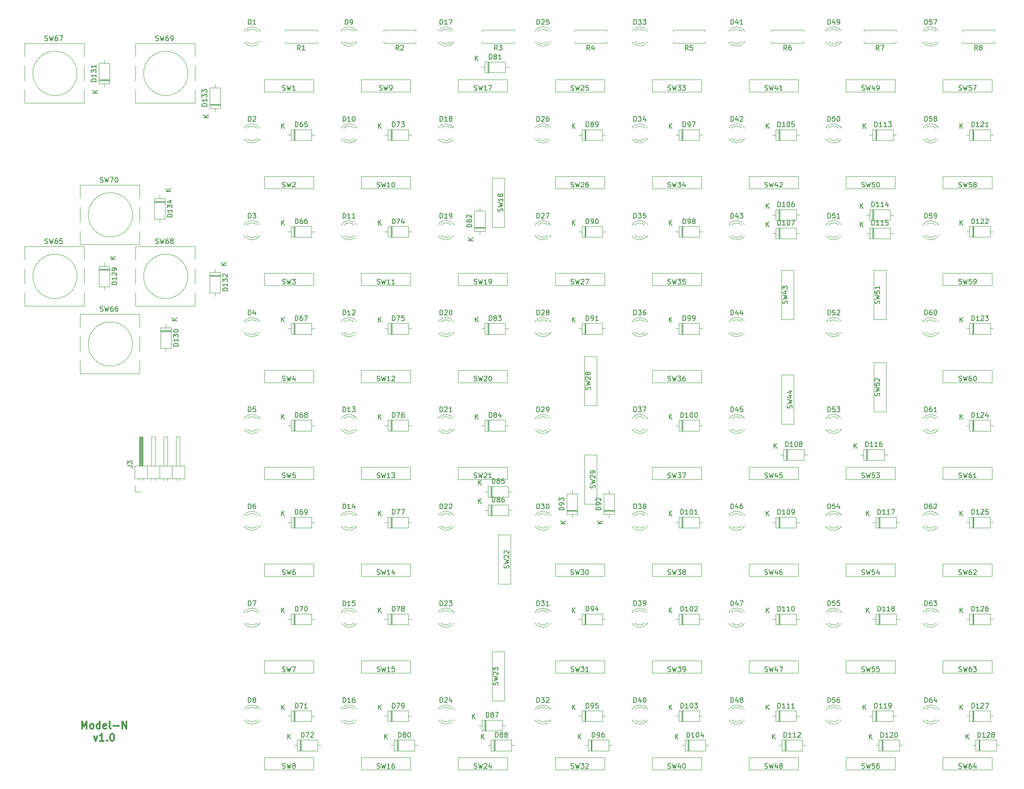
<source format=gbr>
%TF.GenerationSoftware,KiCad,Pcbnew,5.1.6-c6e7f7d~86~ubuntu18.04.1*%
%TF.CreationDate,2020-06-02T23:01:44+03:00*%
%TF.ProjectId,chessboard_pcb,63686573-7362-46f6-9172-645f7063622e,rev?*%
%TF.SameCoordinates,Original*%
%TF.FileFunction,Legend,Top*%
%TF.FilePolarity,Positive*%
%FSLAX46Y46*%
G04 Gerber Fmt 4.6, Leading zero omitted, Abs format (unit mm)*
G04 Created by KiCad (PCBNEW 5.1.6-c6e7f7d~86~ubuntu18.04.1) date 2020-06-02 23:01:44*
%MOMM*%
%LPD*%
G01*
G04 APERTURE LIST*
%ADD10C,0.300000*%
%ADD11C,0.120000*%
%ADD12C,0.150000*%
G04 APERTURE END LIST*
D10*
X58892857Y-173388571D02*
X58892857Y-171888571D01*
X59392857Y-172960000D01*
X59892857Y-171888571D01*
X59892857Y-173388571D01*
X60821428Y-173388571D02*
X60678571Y-173317142D01*
X60607142Y-173245714D01*
X60535714Y-173102857D01*
X60535714Y-172674285D01*
X60607142Y-172531428D01*
X60678571Y-172460000D01*
X60821428Y-172388571D01*
X61035714Y-172388571D01*
X61178571Y-172460000D01*
X61250000Y-172531428D01*
X61321428Y-172674285D01*
X61321428Y-173102857D01*
X61250000Y-173245714D01*
X61178571Y-173317142D01*
X61035714Y-173388571D01*
X60821428Y-173388571D01*
X62607142Y-173388571D02*
X62607142Y-171888571D01*
X62607142Y-173317142D02*
X62464285Y-173388571D01*
X62178571Y-173388571D01*
X62035714Y-173317142D01*
X61964285Y-173245714D01*
X61892857Y-173102857D01*
X61892857Y-172674285D01*
X61964285Y-172531428D01*
X62035714Y-172460000D01*
X62178571Y-172388571D01*
X62464285Y-172388571D01*
X62607142Y-172460000D01*
X63892857Y-173317142D02*
X63750000Y-173388571D01*
X63464285Y-173388571D01*
X63321428Y-173317142D01*
X63250000Y-173174285D01*
X63250000Y-172602857D01*
X63321428Y-172460000D01*
X63464285Y-172388571D01*
X63750000Y-172388571D01*
X63892857Y-172460000D01*
X63964285Y-172602857D01*
X63964285Y-172745714D01*
X63250000Y-172888571D01*
X64821428Y-173388571D02*
X64678571Y-173317142D01*
X64607142Y-173174285D01*
X64607142Y-171888571D01*
X65392857Y-172817142D02*
X66535714Y-172817142D01*
X67250000Y-173388571D02*
X67250000Y-171888571D01*
X68107142Y-173388571D01*
X68107142Y-171888571D01*
X61357142Y-174938571D02*
X61714285Y-175938571D01*
X62071428Y-174938571D01*
X63428571Y-175938571D02*
X62571428Y-175938571D01*
X63000000Y-175938571D02*
X63000000Y-174438571D01*
X62857142Y-174652857D01*
X62714285Y-174795714D01*
X62571428Y-174867142D01*
X64071428Y-175795714D02*
X64142857Y-175867142D01*
X64071428Y-175938571D01*
X64000000Y-175867142D01*
X64071428Y-175795714D01*
X64071428Y-175938571D01*
X65071428Y-174438571D02*
X65214285Y-174438571D01*
X65357142Y-174510000D01*
X65428571Y-174581428D01*
X65500000Y-174724285D01*
X65571428Y-175010000D01*
X65571428Y-175367142D01*
X65500000Y-175652857D01*
X65428571Y-175795714D01*
X65357142Y-175867142D01*
X65214285Y-175938571D01*
X65071428Y-175938571D01*
X64928571Y-175867142D01*
X64857142Y-175795714D01*
X64785714Y-175652857D01*
X64714285Y-175367142D01*
X64714285Y-175010000D01*
X64785714Y-174724285D01*
X64857142Y-174581428D01*
X64928571Y-174510000D01*
X65071428Y-174438571D01*
D11*
%TO.C,SW70*%
X58520000Y-61120000D02*
X70820000Y-61120000D01*
X70820000Y-65700000D02*
X70820000Y-68840000D01*
X70820000Y-73420000D02*
X58520000Y-73420000D01*
X58520000Y-63840000D02*
X58520000Y-61120000D01*
X69349050Y-67310000D02*
G75*
G03*
X69349050Y-67310000I-4579050J0D01*
G01*
X58520000Y-73420000D02*
X58520000Y-70700000D01*
X58520000Y-68840000D02*
X58520000Y-65700000D01*
X70820000Y-70700000D02*
X70820000Y-73420000D01*
X70820000Y-61120000D02*
X70820000Y-63840000D01*
%TO.C,SW69*%
X69950000Y-31910000D02*
X82250000Y-31910000D01*
X82250000Y-36490000D02*
X82250000Y-39630000D01*
X82250000Y-44210000D02*
X69950000Y-44210000D01*
X69950000Y-34630000D02*
X69950000Y-31910000D01*
X80779050Y-38100000D02*
G75*
G03*
X80779050Y-38100000I-4579050J0D01*
G01*
X69950000Y-44210000D02*
X69950000Y-41490000D01*
X69950000Y-39630000D02*
X69950000Y-36490000D01*
X82250000Y-41490000D02*
X82250000Y-44210000D01*
X82250000Y-31910000D02*
X82250000Y-34630000D01*
%TO.C,SW68*%
X69950000Y-73820000D02*
X82250000Y-73820000D01*
X82250000Y-78400000D02*
X82250000Y-81540000D01*
X82250000Y-86120000D02*
X69950000Y-86120000D01*
X69950000Y-76540000D02*
X69950000Y-73820000D01*
X80779050Y-80010000D02*
G75*
G03*
X80779050Y-80010000I-4579050J0D01*
G01*
X69950000Y-86120000D02*
X69950000Y-83400000D01*
X69950000Y-81540000D02*
X69950000Y-78400000D01*
X82250000Y-83400000D02*
X82250000Y-86120000D01*
X82250000Y-73820000D02*
X82250000Y-76540000D01*
%TO.C,SW67*%
X47090000Y-31910000D02*
X59390000Y-31910000D01*
X59390000Y-36490000D02*
X59390000Y-39630000D01*
X59390000Y-44210000D02*
X47090000Y-44210000D01*
X47090000Y-34630000D02*
X47090000Y-31910000D01*
X57919050Y-38100000D02*
G75*
G03*
X57919050Y-38100000I-4579050J0D01*
G01*
X47090000Y-44210000D02*
X47090000Y-41490000D01*
X47090000Y-39630000D02*
X47090000Y-36490000D01*
X59390000Y-41490000D02*
X59390000Y-44210000D01*
X59390000Y-31910000D02*
X59390000Y-34630000D01*
%TO.C,SW66*%
X58520000Y-87790000D02*
X70820000Y-87790000D01*
X70820000Y-92370000D02*
X70820000Y-95510000D01*
X70820000Y-100090000D02*
X58520000Y-100090000D01*
X58520000Y-90510000D02*
X58520000Y-87790000D01*
X69349050Y-93980000D02*
G75*
G03*
X69349050Y-93980000I-4579050J0D01*
G01*
X58520000Y-100090000D02*
X58520000Y-97370000D01*
X58520000Y-95510000D02*
X58520000Y-92370000D01*
X70820000Y-97370000D02*
X70820000Y-100090000D01*
X70820000Y-87790000D02*
X70820000Y-90510000D01*
%TO.C,SW65*%
X47090000Y-73820000D02*
X59390000Y-73820000D01*
X59390000Y-78400000D02*
X59390000Y-81540000D01*
X59390000Y-86120000D02*
X47090000Y-86120000D01*
X47090000Y-76540000D02*
X47090000Y-73820000D01*
X57919050Y-80010000D02*
G75*
G03*
X57919050Y-80010000I-4579050J0D01*
G01*
X47090000Y-86120000D02*
X47090000Y-83400000D01*
X47090000Y-81540000D02*
X47090000Y-78400000D01*
X59390000Y-83400000D02*
X59390000Y-86120000D01*
X59390000Y-73820000D02*
X59390000Y-76540000D01*
%TO.C,D134*%
X76050000Y-63920000D02*
X73810000Y-63920000D01*
X73810000Y-63920000D02*
X73810000Y-68160000D01*
X73810000Y-68160000D02*
X76050000Y-68160000D01*
X76050000Y-68160000D02*
X76050000Y-63920000D01*
X74930000Y-63270000D02*
X74930000Y-63920000D01*
X74930000Y-68810000D02*
X74930000Y-68160000D01*
X76050000Y-64640000D02*
X73810000Y-64640000D01*
X76050000Y-64760000D02*
X73810000Y-64760000D01*
X76050000Y-64520000D02*
X73810000Y-64520000D01*
%TO.C,D133*%
X85240000Y-45300000D02*
X87480000Y-45300000D01*
X87480000Y-45300000D02*
X87480000Y-41060000D01*
X87480000Y-41060000D02*
X85240000Y-41060000D01*
X85240000Y-41060000D02*
X85240000Y-45300000D01*
X86360000Y-45950000D02*
X86360000Y-45300000D01*
X86360000Y-40410000D02*
X86360000Y-41060000D01*
X85240000Y-44580000D02*
X87480000Y-44580000D01*
X85240000Y-44460000D02*
X87480000Y-44460000D01*
X85240000Y-44700000D02*
X87480000Y-44700000D01*
%TO.C,D132*%
X87480000Y-79160000D02*
X85240000Y-79160000D01*
X85240000Y-79160000D02*
X85240000Y-83400000D01*
X85240000Y-83400000D02*
X87480000Y-83400000D01*
X87480000Y-83400000D02*
X87480000Y-79160000D01*
X86360000Y-78510000D02*
X86360000Y-79160000D01*
X86360000Y-84050000D02*
X86360000Y-83400000D01*
X87480000Y-79880000D02*
X85240000Y-79880000D01*
X87480000Y-80000000D02*
X85240000Y-80000000D01*
X87480000Y-79760000D02*
X85240000Y-79760000D01*
%TO.C,D131*%
X62380000Y-40220000D02*
X64620000Y-40220000D01*
X64620000Y-40220000D02*
X64620000Y-35980000D01*
X64620000Y-35980000D02*
X62380000Y-35980000D01*
X62380000Y-35980000D02*
X62380000Y-40220000D01*
X63500000Y-40870000D02*
X63500000Y-40220000D01*
X63500000Y-35330000D02*
X63500000Y-35980000D01*
X62380000Y-39500000D02*
X64620000Y-39500000D01*
X62380000Y-39380000D02*
X64620000Y-39380000D01*
X62380000Y-39620000D02*
X64620000Y-39620000D01*
%TO.C,D130*%
X77320000Y-90590000D02*
X75080000Y-90590000D01*
X75080000Y-90590000D02*
X75080000Y-94830000D01*
X75080000Y-94830000D02*
X77320000Y-94830000D01*
X77320000Y-94830000D02*
X77320000Y-90590000D01*
X76200000Y-89940000D02*
X76200000Y-90590000D01*
X76200000Y-95480000D02*
X76200000Y-94830000D01*
X77320000Y-91310000D02*
X75080000Y-91310000D01*
X77320000Y-91430000D02*
X75080000Y-91430000D01*
X77320000Y-91190000D02*
X75080000Y-91190000D01*
%TO.C,D129*%
X64620000Y-77890000D02*
X62380000Y-77890000D01*
X62380000Y-77890000D02*
X62380000Y-82130000D01*
X62380000Y-82130000D02*
X64620000Y-82130000D01*
X64620000Y-82130000D02*
X64620000Y-77890000D01*
X63500000Y-77240000D02*
X63500000Y-77890000D01*
X63500000Y-82780000D02*
X63500000Y-82130000D01*
X64620000Y-78610000D02*
X62380000Y-78610000D01*
X64620000Y-78730000D02*
X62380000Y-78730000D01*
X64620000Y-78490000D02*
X62380000Y-78490000D01*
%TO.C,SW64*%
X246680000Y-179370000D02*
X240330000Y-179370000D01*
X246680000Y-181910000D02*
X246680000Y-179370000D01*
X236520000Y-181910000D02*
X246680000Y-181910000D01*
X236520000Y-179370000D02*
X236520000Y-181910000D01*
X241600000Y-179370000D02*
X236520000Y-179370000D01*
%TO.C,SW63*%
X246680000Y-159370000D02*
X240330000Y-159370000D01*
X246680000Y-161910000D02*
X246680000Y-159370000D01*
X236520000Y-161910000D02*
X246680000Y-161910000D01*
X236520000Y-159370000D02*
X236520000Y-161910000D01*
X241600000Y-159370000D02*
X236520000Y-159370000D01*
%TO.C,SW62*%
X246680000Y-139370000D02*
X240330000Y-139370000D01*
X246680000Y-141910000D02*
X246680000Y-139370000D01*
X236520000Y-141910000D02*
X246680000Y-141910000D01*
X236520000Y-139370000D02*
X236520000Y-141910000D01*
X241600000Y-139370000D02*
X236520000Y-139370000D01*
%TO.C,SW61*%
X246680000Y-119370000D02*
X240330000Y-119370000D01*
X246680000Y-121910000D02*
X246680000Y-119370000D01*
X236520000Y-121910000D02*
X246680000Y-121910000D01*
X236520000Y-119370000D02*
X236520000Y-121910000D01*
X241600000Y-119370000D02*
X236520000Y-119370000D01*
%TO.C,SW60*%
X246680000Y-99370000D02*
X240330000Y-99370000D01*
X246680000Y-101910000D02*
X246680000Y-99370000D01*
X236520000Y-101910000D02*
X246680000Y-101910000D01*
X236520000Y-99370000D02*
X236520000Y-101910000D01*
X241600000Y-99370000D02*
X236520000Y-99370000D01*
%TO.C,SW59*%
X246680000Y-79370000D02*
X240330000Y-79370000D01*
X246680000Y-81910000D02*
X246680000Y-79370000D01*
X236520000Y-81910000D02*
X246680000Y-81910000D01*
X236520000Y-79370000D02*
X236520000Y-81910000D01*
X241600000Y-79370000D02*
X236520000Y-79370000D01*
%TO.C,SW58*%
X246680000Y-59370000D02*
X240330000Y-59370000D01*
X246680000Y-61910000D02*
X246680000Y-59370000D01*
X236520000Y-61910000D02*
X246680000Y-61910000D01*
X236520000Y-59370000D02*
X236520000Y-61910000D01*
X241600000Y-59370000D02*
X236520000Y-59370000D01*
%TO.C,SW57*%
X246680000Y-39370000D02*
X240330000Y-39370000D01*
X246680000Y-41910000D02*
X246680000Y-39370000D01*
X236520000Y-41910000D02*
X246680000Y-41910000D01*
X236520000Y-39370000D02*
X236520000Y-41910000D01*
X241600000Y-39370000D02*
X236520000Y-39370000D01*
%TO.C,SW56*%
X226680000Y-179370000D02*
X220330000Y-179370000D01*
X226680000Y-181910000D02*
X226680000Y-179370000D01*
X216520000Y-181910000D02*
X226680000Y-181910000D01*
X216520000Y-179370000D02*
X216520000Y-181910000D01*
X221600000Y-179370000D02*
X216520000Y-179370000D01*
%TO.C,SW55*%
X226680000Y-159370000D02*
X220330000Y-159370000D01*
X226680000Y-161910000D02*
X226680000Y-159370000D01*
X216520000Y-161910000D02*
X226680000Y-161910000D01*
X216520000Y-159370000D02*
X216520000Y-161910000D01*
X221600000Y-159370000D02*
X216520000Y-159370000D01*
%TO.C,SW54*%
X226680000Y-139370000D02*
X220330000Y-139370000D01*
X226680000Y-141910000D02*
X226680000Y-139370000D01*
X216520000Y-141910000D02*
X226680000Y-141910000D01*
X216520000Y-139370000D02*
X216520000Y-141910000D01*
X221600000Y-139370000D02*
X216520000Y-139370000D01*
%TO.C,SW53*%
X226680000Y-119370000D02*
X220330000Y-119370000D01*
X226680000Y-121910000D02*
X226680000Y-119370000D01*
X216520000Y-121910000D02*
X226680000Y-121910000D01*
X216520000Y-119370000D02*
X216520000Y-121910000D01*
X221600000Y-119370000D02*
X216520000Y-119370000D01*
%TO.C,SW52*%
X224790000Y-107950000D02*
X224790000Y-101600000D01*
X222250000Y-107950000D02*
X224790000Y-107950000D01*
X222250000Y-97790000D02*
X222250000Y-107950000D01*
X224790000Y-97790000D02*
X222250000Y-97790000D01*
X224790000Y-102870000D02*
X224790000Y-97790000D01*
%TO.C,SW51*%
X224790000Y-88900000D02*
X224790000Y-82550000D01*
X222250000Y-88900000D02*
X224790000Y-88900000D01*
X222250000Y-78740000D02*
X222250000Y-88900000D01*
X224790000Y-78740000D02*
X222250000Y-78740000D01*
X224790000Y-83820000D02*
X224790000Y-78740000D01*
%TO.C,SW50*%
X226680000Y-59370000D02*
X220330000Y-59370000D01*
X226680000Y-61910000D02*
X226680000Y-59370000D01*
X216520000Y-61910000D02*
X226680000Y-61910000D01*
X216520000Y-59370000D02*
X216520000Y-61910000D01*
X221600000Y-59370000D02*
X216520000Y-59370000D01*
%TO.C,SW49*%
X226680000Y-39370000D02*
X220330000Y-39370000D01*
X226680000Y-41910000D02*
X226680000Y-39370000D01*
X216520000Y-41910000D02*
X226680000Y-41910000D01*
X216520000Y-39370000D02*
X216520000Y-41910000D01*
X221600000Y-39370000D02*
X216520000Y-39370000D01*
%TO.C,SW48*%
X206680000Y-179370000D02*
X200330000Y-179370000D01*
X206680000Y-181910000D02*
X206680000Y-179370000D01*
X196520000Y-181910000D02*
X206680000Y-181910000D01*
X196520000Y-179370000D02*
X196520000Y-181910000D01*
X201600000Y-179370000D02*
X196520000Y-179370000D01*
%TO.C,SW47*%
X206680000Y-159370000D02*
X200330000Y-159370000D01*
X206680000Y-161910000D02*
X206680000Y-159370000D01*
X196520000Y-161910000D02*
X206680000Y-161910000D01*
X196520000Y-159370000D02*
X196520000Y-161910000D01*
X201600000Y-159370000D02*
X196520000Y-159370000D01*
%TO.C,SW46*%
X206680000Y-139370000D02*
X200330000Y-139370000D01*
X206680000Y-141910000D02*
X206680000Y-139370000D01*
X196520000Y-141910000D02*
X206680000Y-141910000D01*
X196520000Y-139370000D02*
X196520000Y-141910000D01*
X201600000Y-139370000D02*
X196520000Y-139370000D01*
%TO.C,SW45*%
X206680000Y-119370000D02*
X200330000Y-119370000D01*
X206680000Y-121910000D02*
X206680000Y-119370000D01*
X196520000Y-121910000D02*
X206680000Y-121910000D01*
X196520000Y-119370000D02*
X196520000Y-121910000D01*
X201600000Y-119370000D02*
X196520000Y-119370000D01*
%TO.C,SW44*%
X203200000Y-100330000D02*
X203200000Y-106680000D01*
X205740000Y-100330000D02*
X203200000Y-100330000D01*
X205740000Y-110490000D02*
X205740000Y-100330000D01*
X203200000Y-110490000D02*
X205740000Y-110490000D01*
X203200000Y-105410000D02*
X203200000Y-110490000D01*
%TO.C,SW43*%
X205740000Y-88900000D02*
X205740000Y-82550000D01*
X203200000Y-88900000D02*
X205740000Y-88900000D01*
X203200000Y-78740000D02*
X203200000Y-88900000D01*
X205740000Y-78740000D02*
X203200000Y-78740000D01*
X205740000Y-83820000D02*
X205740000Y-78740000D01*
%TO.C,SW42*%
X206680000Y-59370000D02*
X200330000Y-59370000D01*
X206680000Y-61910000D02*
X206680000Y-59370000D01*
X196520000Y-61910000D02*
X206680000Y-61910000D01*
X196520000Y-59370000D02*
X196520000Y-61910000D01*
X201600000Y-59370000D02*
X196520000Y-59370000D01*
%TO.C,SW41*%
X206680000Y-39370000D02*
X200330000Y-39370000D01*
X206680000Y-41910000D02*
X206680000Y-39370000D01*
X196520000Y-41910000D02*
X206680000Y-41910000D01*
X196520000Y-39370000D02*
X196520000Y-41910000D01*
X201600000Y-39370000D02*
X196520000Y-39370000D01*
%TO.C,SW40*%
X186680000Y-179370000D02*
X180330000Y-179370000D01*
X186680000Y-181910000D02*
X186680000Y-179370000D01*
X176520000Y-181910000D02*
X186680000Y-181910000D01*
X176520000Y-179370000D02*
X176520000Y-181910000D01*
X181600000Y-179370000D02*
X176520000Y-179370000D01*
%TO.C,SW39*%
X186680000Y-159370000D02*
X180330000Y-159370000D01*
X186680000Y-161910000D02*
X186680000Y-159370000D01*
X176520000Y-161910000D02*
X186680000Y-161910000D01*
X176520000Y-159370000D02*
X176520000Y-161910000D01*
X181600000Y-159370000D02*
X176520000Y-159370000D01*
%TO.C,SW38*%
X186680000Y-139370000D02*
X180330000Y-139370000D01*
X186680000Y-141910000D02*
X186680000Y-139370000D01*
X176520000Y-141910000D02*
X186680000Y-141910000D01*
X176520000Y-139370000D02*
X176520000Y-141910000D01*
X181600000Y-139370000D02*
X176520000Y-139370000D01*
%TO.C,SW37*%
X186680000Y-119370000D02*
X180330000Y-119370000D01*
X186680000Y-121910000D02*
X186680000Y-119370000D01*
X176520000Y-121910000D02*
X186680000Y-121910000D01*
X176520000Y-119370000D02*
X176520000Y-121910000D01*
X181600000Y-119370000D02*
X176520000Y-119370000D01*
%TO.C,SW36*%
X186680000Y-99370000D02*
X180330000Y-99370000D01*
X186680000Y-101910000D02*
X186680000Y-99370000D01*
X176520000Y-101910000D02*
X186680000Y-101910000D01*
X176520000Y-99370000D02*
X176520000Y-101910000D01*
X181600000Y-99370000D02*
X176520000Y-99370000D01*
%TO.C,SW35*%
X186680000Y-79370000D02*
X180330000Y-79370000D01*
X186680000Y-81910000D02*
X186680000Y-79370000D01*
X176520000Y-81910000D02*
X186680000Y-81910000D01*
X176520000Y-79370000D02*
X176520000Y-81910000D01*
X181600000Y-79370000D02*
X176520000Y-79370000D01*
%TO.C,SW34*%
X186680000Y-59370000D02*
X180330000Y-59370000D01*
X186680000Y-61910000D02*
X186680000Y-59370000D01*
X176520000Y-61910000D02*
X186680000Y-61910000D01*
X176520000Y-59370000D02*
X176520000Y-61910000D01*
X181600000Y-59370000D02*
X176520000Y-59370000D01*
%TO.C,SW33*%
X186680000Y-39370000D02*
X180330000Y-39370000D01*
X186680000Y-41910000D02*
X186680000Y-39370000D01*
X176520000Y-41910000D02*
X186680000Y-41910000D01*
X176520000Y-39370000D02*
X176520000Y-41910000D01*
X181600000Y-39370000D02*
X176520000Y-39370000D01*
%TO.C,SW32*%
X166680000Y-179370000D02*
X160330000Y-179370000D01*
X166680000Y-181910000D02*
X166680000Y-179370000D01*
X156520000Y-181910000D02*
X166680000Y-181910000D01*
X156520000Y-179370000D02*
X156520000Y-181910000D01*
X161600000Y-179370000D02*
X156520000Y-179370000D01*
%TO.C,SW31*%
X166680000Y-159370000D02*
X160330000Y-159370000D01*
X166680000Y-161910000D02*
X166680000Y-159370000D01*
X156520000Y-161910000D02*
X166680000Y-161910000D01*
X156520000Y-159370000D02*
X156520000Y-161910000D01*
X161600000Y-159370000D02*
X156520000Y-159370000D01*
%TO.C,SW30*%
X166680000Y-139370000D02*
X160330000Y-139370000D01*
X166680000Y-141910000D02*
X166680000Y-139370000D01*
X156520000Y-141910000D02*
X166680000Y-141910000D01*
X156520000Y-139370000D02*
X156520000Y-141910000D01*
X161600000Y-139370000D02*
X156520000Y-139370000D01*
%TO.C,SW29*%
X162560000Y-116840000D02*
X162560000Y-123190000D01*
X165100000Y-116840000D02*
X162560000Y-116840000D01*
X165100000Y-127000000D02*
X165100000Y-116840000D01*
X162560000Y-127000000D02*
X165100000Y-127000000D01*
X162560000Y-121920000D02*
X162560000Y-127000000D01*
%TO.C,SW28*%
X165100000Y-106680000D02*
X165100000Y-100330000D01*
X162560000Y-106680000D02*
X165100000Y-106680000D01*
X162560000Y-96520000D02*
X162560000Y-106680000D01*
X165100000Y-96520000D02*
X162560000Y-96520000D01*
X165100000Y-101600000D02*
X165100000Y-96520000D01*
%TO.C,SW27*%
X166680000Y-79370000D02*
X160330000Y-79370000D01*
X166680000Y-81910000D02*
X166680000Y-79370000D01*
X156520000Y-81910000D02*
X166680000Y-81910000D01*
X156520000Y-79370000D02*
X156520000Y-81910000D01*
X161600000Y-79370000D02*
X156520000Y-79370000D01*
%TO.C,SW26*%
X166680000Y-59370000D02*
X160330000Y-59370000D01*
X166680000Y-61910000D02*
X166680000Y-59370000D01*
X156520000Y-61910000D02*
X166680000Y-61910000D01*
X156520000Y-59370000D02*
X156520000Y-61910000D01*
X161600000Y-59370000D02*
X156520000Y-59370000D01*
%TO.C,SW25*%
X166680000Y-39370000D02*
X160330000Y-39370000D01*
X166680000Y-41910000D02*
X166680000Y-39370000D01*
X156520000Y-41910000D02*
X166680000Y-41910000D01*
X156520000Y-39370000D02*
X156520000Y-41910000D01*
X161600000Y-39370000D02*
X156520000Y-39370000D01*
%TO.C,SW24*%
X146680000Y-179370000D02*
X140330000Y-179370000D01*
X146680000Y-181910000D02*
X146680000Y-179370000D01*
X136520000Y-181910000D02*
X146680000Y-181910000D01*
X136520000Y-179370000D02*
X136520000Y-181910000D01*
X141600000Y-179370000D02*
X136520000Y-179370000D01*
%TO.C,SW23*%
X146050000Y-167640000D02*
X146050000Y-161290000D01*
X143510000Y-167640000D02*
X146050000Y-167640000D01*
X143510000Y-157480000D02*
X143510000Y-167640000D01*
X146050000Y-157480000D02*
X143510000Y-157480000D01*
X146050000Y-162560000D02*
X146050000Y-157480000D01*
%TO.C,SW22*%
X144780000Y-133350000D02*
X144780000Y-139700000D01*
X147320000Y-133350000D02*
X144780000Y-133350000D01*
X147320000Y-143510000D02*
X147320000Y-133350000D01*
X144780000Y-143510000D02*
X147320000Y-143510000D01*
X144780000Y-138430000D02*
X144780000Y-143510000D01*
%TO.C,SW21*%
X146680000Y-119370000D02*
X140330000Y-119370000D01*
X146680000Y-121910000D02*
X146680000Y-119370000D01*
X136520000Y-121910000D02*
X146680000Y-121910000D01*
X136520000Y-119370000D02*
X136520000Y-121910000D01*
X141600000Y-119370000D02*
X136520000Y-119370000D01*
%TO.C,SW20*%
X146680000Y-99370000D02*
X140330000Y-99370000D01*
X146680000Y-101910000D02*
X146680000Y-99370000D01*
X136520000Y-101910000D02*
X146680000Y-101910000D01*
X136520000Y-99370000D02*
X136520000Y-101910000D01*
X141600000Y-99370000D02*
X136520000Y-99370000D01*
%TO.C,SW19*%
X146680000Y-79370000D02*
X140330000Y-79370000D01*
X146680000Y-81910000D02*
X146680000Y-79370000D01*
X136520000Y-81910000D02*
X146680000Y-81910000D01*
X136520000Y-79370000D02*
X136520000Y-81910000D01*
X141600000Y-79370000D02*
X136520000Y-79370000D01*
%TO.C,SW18*%
X143510000Y-59690000D02*
X143510000Y-66040000D01*
X146050000Y-59690000D02*
X143510000Y-59690000D01*
X146050000Y-69850000D02*
X146050000Y-59690000D01*
X143510000Y-69850000D02*
X146050000Y-69850000D01*
X143510000Y-64770000D02*
X143510000Y-69850000D01*
%TO.C,SW17*%
X146680000Y-39370000D02*
X140330000Y-39370000D01*
X146680000Y-41910000D02*
X146680000Y-39370000D01*
X136520000Y-41910000D02*
X146680000Y-41910000D01*
X136520000Y-39370000D02*
X136520000Y-41910000D01*
X141600000Y-39370000D02*
X136520000Y-39370000D01*
%TO.C,SW16*%
X126680000Y-179370000D02*
X120330000Y-179370000D01*
X126680000Y-181910000D02*
X126680000Y-179370000D01*
X116520000Y-181910000D02*
X126680000Y-181910000D01*
X116520000Y-179370000D02*
X116520000Y-181910000D01*
X121600000Y-179370000D02*
X116520000Y-179370000D01*
%TO.C,SW15*%
X126680000Y-159370000D02*
X120330000Y-159370000D01*
X126680000Y-161910000D02*
X126680000Y-159370000D01*
X116520000Y-161910000D02*
X126680000Y-161910000D01*
X116520000Y-159370000D02*
X116520000Y-161910000D01*
X121600000Y-159370000D02*
X116520000Y-159370000D01*
%TO.C,SW14*%
X126680000Y-139370000D02*
X120330000Y-139370000D01*
X126680000Y-141910000D02*
X126680000Y-139370000D01*
X116520000Y-141910000D02*
X126680000Y-141910000D01*
X116520000Y-139370000D02*
X116520000Y-141910000D01*
X121600000Y-139370000D02*
X116520000Y-139370000D01*
%TO.C,SW13*%
X126680000Y-119370000D02*
X120330000Y-119370000D01*
X126680000Y-121910000D02*
X126680000Y-119370000D01*
X116520000Y-121910000D02*
X126680000Y-121910000D01*
X116520000Y-119370000D02*
X116520000Y-121910000D01*
X121600000Y-119370000D02*
X116520000Y-119370000D01*
%TO.C,SW12*%
X126680000Y-99370000D02*
X120330000Y-99370000D01*
X126680000Y-101910000D02*
X126680000Y-99370000D01*
X116520000Y-101910000D02*
X126680000Y-101910000D01*
X116520000Y-99370000D02*
X116520000Y-101910000D01*
X121600000Y-99370000D02*
X116520000Y-99370000D01*
%TO.C,SW11*%
X126680000Y-79370000D02*
X120330000Y-79370000D01*
X126680000Y-81910000D02*
X126680000Y-79370000D01*
X116520000Y-81910000D02*
X126680000Y-81910000D01*
X116520000Y-79370000D02*
X116520000Y-81910000D01*
X121600000Y-79370000D02*
X116520000Y-79370000D01*
%TO.C,SW10*%
X126680000Y-59370000D02*
X120330000Y-59370000D01*
X126680000Y-61910000D02*
X126680000Y-59370000D01*
X116520000Y-61910000D02*
X126680000Y-61910000D01*
X116520000Y-59370000D02*
X116520000Y-61910000D01*
X121600000Y-59370000D02*
X116520000Y-59370000D01*
%TO.C,SW9*%
X126680000Y-39370000D02*
X120330000Y-39370000D01*
X126680000Y-41910000D02*
X126680000Y-39370000D01*
X116520000Y-41910000D02*
X126680000Y-41910000D01*
X116520000Y-39370000D02*
X116520000Y-41910000D01*
X121600000Y-39370000D02*
X116520000Y-39370000D01*
%TO.C,SW8*%
X106680000Y-179370000D02*
X100330000Y-179370000D01*
X106680000Y-181910000D02*
X106680000Y-179370000D01*
X96520000Y-181910000D02*
X106680000Y-181910000D01*
X96520000Y-179370000D02*
X96520000Y-181910000D01*
X101600000Y-179370000D02*
X96520000Y-179370000D01*
%TO.C,SW7*%
X106680000Y-159370000D02*
X100330000Y-159370000D01*
X106680000Y-161910000D02*
X106680000Y-159370000D01*
X96520000Y-161910000D02*
X106680000Y-161910000D01*
X96520000Y-159370000D02*
X96520000Y-161910000D01*
X101600000Y-159370000D02*
X96520000Y-159370000D01*
%TO.C,SW6*%
X106680000Y-139370000D02*
X100330000Y-139370000D01*
X106680000Y-141910000D02*
X106680000Y-139370000D01*
X96520000Y-141910000D02*
X106680000Y-141910000D01*
X96520000Y-139370000D02*
X96520000Y-141910000D01*
X101600000Y-139370000D02*
X96520000Y-139370000D01*
%TO.C,SW5*%
X106680000Y-119370000D02*
X100330000Y-119370000D01*
X106680000Y-121910000D02*
X106680000Y-119370000D01*
X96520000Y-121910000D02*
X106680000Y-121910000D01*
X96520000Y-119370000D02*
X96520000Y-121910000D01*
X101600000Y-119370000D02*
X96520000Y-119370000D01*
%TO.C,SW4*%
X106680000Y-99370000D02*
X100330000Y-99370000D01*
X106680000Y-101910000D02*
X106680000Y-99370000D01*
X96520000Y-101910000D02*
X106680000Y-101910000D01*
X96520000Y-99370000D02*
X96520000Y-101910000D01*
X101600000Y-99370000D02*
X96520000Y-99370000D01*
%TO.C,SW3*%
X106680000Y-79370000D02*
X100330000Y-79370000D01*
X106680000Y-81910000D02*
X106680000Y-79370000D01*
X96520000Y-81910000D02*
X106680000Y-81910000D01*
X96520000Y-79370000D02*
X96520000Y-81910000D01*
X101600000Y-79370000D02*
X96520000Y-79370000D01*
%TO.C,SW2*%
X106680000Y-59370000D02*
X100330000Y-59370000D01*
X106680000Y-61910000D02*
X106680000Y-59370000D01*
X96520000Y-61910000D02*
X106680000Y-61910000D01*
X96520000Y-59370000D02*
X96520000Y-61910000D01*
X101600000Y-59370000D02*
X96520000Y-59370000D01*
%TO.C,SW1*%
X106680000Y-39370000D02*
X100330000Y-39370000D01*
X106680000Y-41910000D02*
X106680000Y-39370000D01*
X96520000Y-41910000D02*
X106680000Y-41910000D01*
X96520000Y-39370000D02*
X96520000Y-41910000D01*
X101600000Y-39370000D02*
X96520000Y-39370000D01*
%TO.C,R8*%
X240570000Y-29110000D02*
X240570000Y-29440000D01*
X247110000Y-29110000D02*
X240570000Y-29110000D01*
X247110000Y-29440000D02*
X247110000Y-29110000D01*
X240570000Y-31850000D02*
X240570000Y-31520000D01*
X247110000Y-31850000D02*
X240570000Y-31850000D01*
X247110000Y-31520000D02*
X247110000Y-31850000D01*
%TO.C,R7*%
X220250000Y-29110000D02*
X220250000Y-29440000D01*
X226790000Y-29110000D02*
X220250000Y-29110000D01*
X226790000Y-29440000D02*
X226790000Y-29110000D01*
X220250000Y-31850000D02*
X220250000Y-31520000D01*
X226790000Y-31850000D02*
X220250000Y-31850000D01*
X226790000Y-31520000D02*
X226790000Y-31850000D01*
%TO.C,R6*%
X201200000Y-29110000D02*
X201200000Y-29440000D01*
X207740000Y-29110000D02*
X201200000Y-29110000D01*
X207740000Y-29440000D02*
X207740000Y-29110000D01*
X201200000Y-31850000D02*
X201200000Y-31520000D01*
X207740000Y-31850000D02*
X201200000Y-31850000D01*
X207740000Y-31520000D02*
X207740000Y-31850000D01*
%TO.C,R5*%
X180880000Y-29110000D02*
X180880000Y-29440000D01*
X187420000Y-29110000D02*
X180880000Y-29110000D01*
X187420000Y-29440000D02*
X187420000Y-29110000D01*
X180880000Y-31850000D02*
X180880000Y-31520000D01*
X187420000Y-31850000D02*
X180880000Y-31850000D01*
X187420000Y-31520000D02*
X187420000Y-31850000D01*
%TO.C,R4*%
X160560000Y-29110000D02*
X160560000Y-29440000D01*
X167100000Y-29110000D02*
X160560000Y-29110000D01*
X167100000Y-29440000D02*
X167100000Y-29110000D01*
X160560000Y-31850000D02*
X160560000Y-31520000D01*
X167100000Y-31850000D02*
X160560000Y-31850000D01*
X167100000Y-31520000D02*
X167100000Y-31850000D01*
%TO.C,R3*%
X141510000Y-29110000D02*
X141510000Y-29440000D01*
X148050000Y-29110000D02*
X141510000Y-29110000D01*
X148050000Y-29440000D02*
X148050000Y-29110000D01*
X141510000Y-31850000D02*
X141510000Y-31520000D01*
X148050000Y-31850000D02*
X141510000Y-31850000D01*
X148050000Y-31520000D02*
X148050000Y-31850000D01*
%TO.C,R2*%
X121190000Y-29110000D02*
X121190000Y-29440000D01*
X127730000Y-29110000D02*
X121190000Y-29110000D01*
X127730000Y-29440000D02*
X127730000Y-29110000D01*
X121190000Y-31850000D02*
X121190000Y-31520000D01*
X127730000Y-31850000D02*
X121190000Y-31850000D01*
X127730000Y-31520000D02*
X127730000Y-31850000D01*
%TO.C,R1*%
X100870000Y-29110000D02*
X100870000Y-29440000D01*
X107410000Y-29110000D02*
X100870000Y-29110000D01*
X107410000Y-29440000D02*
X107410000Y-29110000D01*
X100870000Y-31850000D02*
X100870000Y-31520000D01*
X107410000Y-31850000D02*
X100870000Y-31850000D01*
X107410000Y-31520000D02*
X107410000Y-31850000D01*
%TO.C,D128*%
X243890000Y-175710000D02*
X243890000Y-177950000D01*
X244130000Y-175710000D02*
X244130000Y-177950000D01*
X244010000Y-175710000D02*
X244010000Y-177950000D01*
X248180000Y-176830000D02*
X247530000Y-176830000D01*
X242640000Y-176830000D02*
X243290000Y-176830000D01*
X247530000Y-175710000D02*
X243290000Y-175710000D01*
X247530000Y-177950000D02*
X247530000Y-175710000D01*
X243290000Y-177950000D02*
X247530000Y-177950000D01*
X243290000Y-175710000D02*
X243290000Y-177950000D01*
%TO.C,D127*%
X242620000Y-169680000D02*
X242620000Y-171920000D01*
X242860000Y-169680000D02*
X242860000Y-171920000D01*
X242740000Y-169680000D02*
X242740000Y-171920000D01*
X246910000Y-170800000D02*
X246260000Y-170800000D01*
X241370000Y-170800000D02*
X242020000Y-170800000D01*
X246260000Y-169680000D02*
X242020000Y-169680000D01*
X246260000Y-171920000D02*
X246260000Y-169680000D01*
X242020000Y-171920000D02*
X246260000Y-171920000D01*
X242020000Y-169680000D02*
X242020000Y-171920000D01*
%TO.C,D126*%
X242620000Y-149680000D02*
X242620000Y-151920000D01*
X242860000Y-149680000D02*
X242860000Y-151920000D01*
X242740000Y-149680000D02*
X242740000Y-151920000D01*
X246910000Y-150800000D02*
X246260000Y-150800000D01*
X241370000Y-150800000D02*
X242020000Y-150800000D01*
X246260000Y-149680000D02*
X242020000Y-149680000D01*
X246260000Y-151920000D02*
X246260000Y-149680000D01*
X242020000Y-151920000D02*
X246260000Y-151920000D01*
X242020000Y-149680000D02*
X242020000Y-151920000D01*
%TO.C,D125*%
X242620000Y-129680000D02*
X242620000Y-131920000D01*
X242860000Y-129680000D02*
X242860000Y-131920000D01*
X242740000Y-129680000D02*
X242740000Y-131920000D01*
X246910000Y-130800000D02*
X246260000Y-130800000D01*
X241370000Y-130800000D02*
X242020000Y-130800000D01*
X246260000Y-129680000D02*
X242020000Y-129680000D01*
X246260000Y-131920000D02*
X246260000Y-129680000D01*
X242020000Y-131920000D02*
X246260000Y-131920000D01*
X242020000Y-129680000D02*
X242020000Y-131920000D01*
%TO.C,D124*%
X242620000Y-109680000D02*
X242620000Y-111920000D01*
X242860000Y-109680000D02*
X242860000Y-111920000D01*
X242740000Y-109680000D02*
X242740000Y-111920000D01*
X246910000Y-110800000D02*
X246260000Y-110800000D01*
X241370000Y-110800000D02*
X242020000Y-110800000D01*
X246260000Y-109680000D02*
X242020000Y-109680000D01*
X246260000Y-111920000D02*
X246260000Y-109680000D01*
X242020000Y-111920000D02*
X246260000Y-111920000D01*
X242020000Y-109680000D02*
X242020000Y-111920000D01*
%TO.C,D123*%
X242620000Y-89680000D02*
X242620000Y-91920000D01*
X242860000Y-89680000D02*
X242860000Y-91920000D01*
X242740000Y-89680000D02*
X242740000Y-91920000D01*
X246910000Y-90800000D02*
X246260000Y-90800000D01*
X241370000Y-90800000D02*
X242020000Y-90800000D01*
X246260000Y-89680000D02*
X242020000Y-89680000D01*
X246260000Y-91920000D02*
X246260000Y-89680000D01*
X242020000Y-91920000D02*
X246260000Y-91920000D01*
X242020000Y-89680000D02*
X242020000Y-91920000D01*
%TO.C,D122*%
X242620000Y-69680000D02*
X242620000Y-71920000D01*
X242860000Y-69680000D02*
X242860000Y-71920000D01*
X242740000Y-69680000D02*
X242740000Y-71920000D01*
X246910000Y-70800000D02*
X246260000Y-70800000D01*
X241370000Y-70800000D02*
X242020000Y-70800000D01*
X246260000Y-69680000D02*
X242020000Y-69680000D01*
X246260000Y-71920000D02*
X246260000Y-69680000D01*
X242020000Y-71920000D02*
X246260000Y-71920000D01*
X242020000Y-69680000D02*
X242020000Y-71920000D01*
%TO.C,D121*%
X242620000Y-49680000D02*
X242620000Y-51920000D01*
X242860000Y-49680000D02*
X242860000Y-51920000D01*
X242740000Y-49680000D02*
X242740000Y-51920000D01*
X246910000Y-50800000D02*
X246260000Y-50800000D01*
X241370000Y-50800000D02*
X242020000Y-50800000D01*
X246260000Y-49680000D02*
X242020000Y-49680000D01*
X246260000Y-51920000D02*
X246260000Y-49680000D01*
X242020000Y-51920000D02*
X246260000Y-51920000D01*
X242020000Y-49680000D02*
X242020000Y-51920000D01*
%TO.C,D120*%
X223890000Y-175710000D02*
X223890000Y-177950000D01*
X224130000Y-175710000D02*
X224130000Y-177950000D01*
X224010000Y-175710000D02*
X224010000Y-177950000D01*
X228180000Y-176830000D02*
X227530000Y-176830000D01*
X222640000Y-176830000D02*
X223290000Y-176830000D01*
X227530000Y-175710000D02*
X223290000Y-175710000D01*
X227530000Y-177950000D02*
X227530000Y-175710000D01*
X223290000Y-177950000D02*
X227530000Y-177950000D01*
X223290000Y-175710000D02*
X223290000Y-177950000D01*
%TO.C,D119*%
X222620000Y-169680000D02*
X222620000Y-171920000D01*
X222860000Y-169680000D02*
X222860000Y-171920000D01*
X222740000Y-169680000D02*
X222740000Y-171920000D01*
X226910000Y-170800000D02*
X226260000Y-170800000D01*
X221370000Y-170800000D02*
X222020000Y-170800000D01*
X226260000Y-169680000D02*
X222020000Y-169680000D01*
X226260000Y-171920000D02*
X226260000Y-169680000D01*
X222020000Y-171920000D02*
X226260000Y-171920000D01*
X222020000Y-169680000D02*
X222020000Y-171920000D01*
%TO.C,D118*%
X223270000Y-149680000D02*
X223270000Y-151920000D01*
X223510000Y-149680000D02*
X223510000Y-151920000D01*
X223390000Y-149680000D02*
X223390000Y-151920000D01*
X227560000Y-150800000D02*
X226910000Y-150800000D01*
X222020000Y-150800000D02*
X222670000Y-150800000D01*
X226910000Y-149680000D02*
X222670000Y-149680000D01*
X226910000Y-151920000D02*
X226910000Y-149680000D01*
X222670000Y-151920000D02*
X226910000Y-151920000D01*
X222670000Y-149680000D02*
X222670000Y-151920000D01*
%TO.C,D117*%
X223270000Y-129690000D02*
X223270000Y-131930000D01*
X223510000Y-129690000D02*
X223510000Y-131930000D01*
X223390000Y-129690000D02*
X223390000Y-131930000D01*
X227560000Y-130810000D02*
X226910000Y-130810000D01*
X222020000Y-130810000D02*
X222670000Y-130810000D01*
X226910000Y-129690000D02*
X222670000Y-129690000D01*
X226910000Y-131930000D02*
X226910000Y-129690000D01*
X222670000Y-131930000D02*
X226910000Y-131930000D01*
X222670000Y-129690000D02*
X222670000Y-131930000D01*
%TO.C,D116*%
X220730000Y-115720000D02*
X220730000Y-117960000D01*
X220970000Y-115720000D02*
X220970000Y-117960000D01*
X220850000Y-115720000D02*
X220850000Y-117960000D01*
X225020000Y-116840000D02*
X224370000Y-116840000D01*
X219480000Y-116840000D02*
X220130000Y-116840000D01*
X224370000Y-115720000D02*
X220130000Y-115720000D01*
X224370000Y-117960000D02*
X224370000Y-115720000D01*
X220130000Y-117960000D02*
X224370000Y-117960000D01*
X220130000Y-115720000D02*
X220130000Y-117960000D01*
%TO.C,D115*%
X222000000Y-70000000D02*
X222000000Y-72240000D01*
X222240000Y-70000000D02*
X222240000Y-72240000D01*
X222120000Y-70000000D02*
X222120000Y-72240000D01*
X226290000Y-71120000D02*
X225640000Y-71120000D01*
X220750000Y-71120000D02*
X221400000Y-71120000D01*
X225640000Y-70000000D02*
X221400000Y-70000000D01*
X225640000Y-72240000D02*
X225640000Y-70000000D01*
X221400000Y-72240000D02*
X225640000Y-72240000D01*
X221400000Y-70000000D02*
X221400000Y-72240000D01*
%TO.C,D114*%
X222000000Y-66190000D02*
X222000000Y-68430000D01*
X222240000Y-66190000D02*
X222240000Y-68430000D01*
X222120000Y-66190000D02*
X222120000Y-68430000D01*
X226290000Y-67310000D02*
X225640000Y-67310000D01*
X220750000Y-67310000D02*
X221400000Y-67310000D01*
X225640000Y-66190000D02*
X221400000Y-66190000D01*
X225640000Y-68430000D02*
X225640000Y-66190000D01*
X221400000Y-68430000D02*
X225640000Y-68430000D01*
X221400000Y-66190000D02*
X221400000Y-68430000D01*
%TO.C,D113*%
X222620000Y-49680000D02*
X222620000Y-51920000D01*
X222860000Y-49680000D02*
X222860000Y-51920000D01*
X222740000Y-49680000D02*
X222740000Y-51920000D01*
X226910000Y-50800000D02*
X226260000Y-50800000D01*
X221370000Y-50800000D02*
X222020000Y-50800000D01*
X226260000Y-49680000D02*
X222020000Y-49680000D01*
X226260000Y-51920000D02*
X226260000Y-49680000D01*
X222020000Y-51920000D02*
X226260000Y-51920000D01*
X222020000Y-49680000D02*
X222020000Y-51920000D01*
%TO.C,D112*%
X203890000Y-175710000D02*
X203890000Y-177950000D01*
X204130000Y-175710000D02*
X204130000Y-177950000D01*
X204010000Y-175710000D02*
X204010000Y-177950000D01*
X208180000Y-176830000D02*
X207530000Y-176830000D01*
X202640000Y-176830000D02*
X203290000Y-176830000D01*
X207530000Y-175710000D02*
X203290000Y-175710000D01*
X207530000Y-177950000D02*
X207530000Y-175710000D01*
X203290000Y-177950000D02*
X207530000Y-177950000D01*
X203290000Y-175710000D02*
X203290000Y-177950000D01*
%TO.C,D111*%
X202620000Y-169680000D02*
X202620000Y-171920000D01*
X202860000Y-169680000D02*
X202860000Y-171920000D01*
X202740000Y-169680000D02*
X202740000Y-171920000D01*
X206910000Y-170800000D02*
X206260000Y-170800000D01*
X201370000Y-170800000D02*
X202020000Y-170800000D01*
X206260000Y-169680000D02*
X202020000Y-169680000D01*
X206260000Y-171920000D02*
X206260000Y-169680000D01*
X202020000Y-171920000D02*
X206260000Y-171920000D01*
X202020000Y-169680000D02*
X202020000Y-171920000D01*
%TO.C,D110*%
X202620000Y-149680000D02*
X202620000Y-151920000D01*
X202860000Y-149680000D02*
X202860000Y-151920000D01*
X202740000Y-149680000D02*
X202740000Y-151920000D01*
X206910000Y-150800000D02*
X206260000Y-150800000D01*
X201370000Y-150800000D02*
X202020000Y-150800000D01*
X206260000Y-149680000D02*
X202020000Y-149680000D01*
X206260000Y-151920000D02*
X206260000Y-149680000D01*
X202020000Y-151920000D02*
X206260000Y-151920000D01*
X202020000Y-149680000D02*
X202020000Y-151920000D01*
%TO.C,D109*%
X202620000Y-129680000D02*
X202620000Y-131920000D01*
X202860000Y-129680000D02*
X202860000Y-131920000D01*
X202740000Y-129680000D02*
X202740000Y-131920000D01*
X206910000Y-130800000D02*
X206260000Y-130800000D01*
X201370000Y-130800000D02*
X202020000Y-130800000D01*
X206260000Y-129680000D02*
X202020000Y-129680000D01*
X206260000Y-131920000D02*
X206260000Y-129680000D01*
X202020000Y-131920000D02*
X206260000Y-131920000D01*
X202020000Y-129680000D02*
X202020000Y-131920000D01*
%TO.C,D108*%
X204220000Y-115720000D02*
X204220000Y-117960000D01*
X204460000Y-115720000D02*
X204460000Y-117960000D01*
X204340000Y-115720000D02*
X204340000Y-117960000D01*
X208510000Y-116840000D02*
X207860000Y-116840000D01*
X202970000Y-116840000D02*
X203620000Y-116840000D01*
X207860000Y-115720000D02*
X203620000Y-115720000D01*
X207860000Y-117960000D02*
X207860000Y-115720000D01*
X203620000Y-117960000D02*
X207860000Y-117960000D01*
X203620000Y-115720000D02*
X203620000Y-117960000D01*
%TO.C,D107*%
X202620000Y-70000000D02*
X202620000Y-72240000D01*
X202860000Y-70000000D02*
X202860000Y-72240000D01*
X202740000Y-70000000D02*
X202740000Y-72240000D01*
X206910000Y-71120000D02*
X206260000Y-71120000D01*
X201370000Y-71120000D02*
X202020000Y-71120000D01*
X206260000Y-70000000D02*
X202020000Y-70000000D01*
X206260000Y-72240000D02*
X206260000Y-70000000D01*
X202020000Y-72240000D02*
X206260000Y-72240000D01*
X202020000Y-70000000D02*
X202020000Y-72240000D01*
%TO.C,D106*%
X202620000Y-66190000D02*
X202620000Y-68430000D01*
X202860000Y-66190000D02*
X202860000Y-68430000D01*
X202740000Y-66190000D02*
X202740000Y-68430000D01*
X206910000Y-67310000D02*
X206260000Y-67310000D01*
X201370000Y-67310000D02*
X202020000Y-67310000D01*
X206260000Y-66190000D02*
X202020000Y-66190000D01*
X206260000Y-68430000D02*
X206260000Y-66190000D01*
X202020000Y-68430000D02*
X206260000Y-68430000D01*
X202020000Y-66190000D02*
X202020000Y-68430000D01*
%TO.C,D105*%
X202620000Y-49680000D02*
X202620000Y-51920000D01*
X202860000Y-49680000D02*
X202860000Y-51920000D01*
X202740000Y-49680000D02*
X202740000Y-51920000D01*
X206910000Y-50800000D02*
X206260000Y-50800000D01*
X201370000Y-50800000D02*
X202020000Y-50800000D01*
X206260000Y-49680000D02*
X202020000Y-49680000D01*
X206260000Y-51920000D02*
X206260000Y-49680000D01*
X202020000Y-51920000D02*
X206260000Y-51920000D01*
X202020000Y-49680000D02*
X202020000Y-51920000D01*
%TO.C,D104*%
X183890000Y-175710000D02*
X183890000Y-177950000D01*
X184130000Y-175710000D02*
X184130000Y-177950000D01*
X184010000Y-175710000D02*
X184010000Y-177950000D01*
X188180000Y-176830000D02*
X187530000Y-176830000D01*
X182640000Y-176830000D02*
X183290000Y-176830000D01*
X187530000Y-175710000D02*
X183290000Y-175710000D01*
X187530000Y-177950000D02*
X187530000Y-175710000D01*
X183290000Y-177950000D02*
X187530000Y-177950000D01*
X183290000Y-175710000D02*
X183290000Y-177950000D01*
%TO.C,D103*%
X182620000Y-169680000D02*
X182620000Y-171920000D01*
X182860000Y-169680000D02*
X182860000Y-171920000D01*
X182740000Y-169680000D02*
X182740000Y-171920000D01*
X186910000Y-170800000D02*
X186260000Y-170800000D01*
X181370000Y-170800000D02*
X182020000Y-170800000D01*
X186260000Y-169680000D02*
X182020000Y-169680000D01*
X186260000Y-171920000D02*
X186260000Y-169680000D01*
X182020000Y-171920000D02*
X186260000Y-171920000D01*
X182020000Y-169680000D02*
X182020000Y-171920000D01*
%TO.C,D102*%
X182620000Y-149680000D02*
X182620000Y-151920000D01*
X182860000Y-149680000D02*
X182860000Y-151920000D01*
X182740000Y-149680000D02*
X182740000Y-151920000D01*
X186910000Y-150800000D02*
X186260000Y-150800000D01*
X181370000Y-150800000D02*
X182020000Y-150800000D01*
X186260000Y-149680000D02*
X182020000Y-149680000D01*
X186260000Y-151920000D02*
X186260000Y-149680000D01*
X182020000Y-151920000D02*
X186260000Y-151920000D01*
X182020000Y-149680000D02*
X182020000Y-151920000D01*
%TO.C,D101*%
X182620000Y-129680000D02*
X182620000Y-131920000D01*
X182860000Y-129680000D02*
X182860000Y-131920000D01*
X182740000Y-129680000D02*
X182740000Y-131920000D01*
X186910000Y-130800000D02*
X186260000Y-130800000D01*
X181370000Y-130800000D02*
X182020000Y-130800000D01*
X186260000Y-129680000D02*
X182020000Y-129680000D01*
X186260000Y-131920000D02*
X186260000Y-129680000D01*
X182020000Y-131920000D02*
X186260000Y-131920000D01*
X182020000Y-129680000D02*
X182020000Y-131920000D01*
%TO.C,D100*%
X182620000Y-109680000D02*
X182620000Y-111920000D01*
X182860000Y-109680000D02*
X182860000Y-111920000D01*
X182740000Y-109680000D02*
X182740000Y-111920000D01*
X186910000Y-110800000D02*
X186260000Y-110800000D01*
X181370000Y-110800000D02*
X182020000Y-110800000D01*
X186260000Y-109680000D02*
X182020000Y-109680000D01*
X186260000Y-111920000D02*
X186260000Y-109680000D01*
X182020000Y-111920000D02*
X186260000Y-111920000D01*
X182020000Y-109680000D02*
X182020000Y-111920000D01*
%TO.C,D99*%
X182620000Y-89680000D02*
X182620000Y-91920000D01*
X182860000Y-89680000D02*
X182860000Y-91920000D01*
X182740000Y-89680000D02*
X182740000Y-91920000D01*
X186910000Y-90800000D02*
X186260000Y-90800000D01*
X181370000Y-90800000D02*
X182020000Y-90800000D01*
X186260000Y-89680000D02*
X182020000Y-89680000D01*
X186260000Y-91920000D02*
X186260000Y-89680000D01*
X182020000Y-91920000D02*
X186260000Y-91920000D01*
X182020000Y-89680000D02*
X182020000Y-91920000D01*
%TO.C,D98*%
X182620000Y-69680000D02*
X182620000Y-71920000D01*
X182860000Y-69680000D02*
X182860000Y-71920000D01*
X182740000Y-69680000D02*
X182740000Y-71920000D01*
X186910000Y-70800000D02*
X186260000Y-70800000D01*
X181370000Y-70800000D02*
X182020000Y-70800000D01*
X186260000Y-69680000D02*
X182020000Y-69680000D01*
X186260000Y-71920000D02*
X186260000Y-69680000D01*
X182020000Y-71920000D02*
X186260000Y-71920000D01*
X182020000Y-69680000D02*
X182020000Y-71920000D01*
%TO.C,D97*%
X182620000Y-49680000D02*
X182620000Y-51920000D01*
X182860000Y-49680000D02*
X182860000Y-51920000D01*
X182740000Y-49680000D02*
X182740000Y-51920000D01*
X186910000Y-50800000D02*
X186260000Y-50800000D01*
X181370000Y-50800000D02*
X182020000Y-50800000D01*
X186260000Y-49680000D02*
X182020000Y-49680000D01*
X186260000Y-51920000D02*
X186260000Y-49680000D01*
X182020000Y-51920000D02*
X186260000Y-51920000D01*
X182020000Y-49680000D02*
X182020000Y-51920000D01*
%TO.C,D96*%
X163890000Y-175710000D02*
X163890000Y-177950000D01*
X164130000Y-175710000D02*
X164130000Y-177950000D01*
X164010000Y-175710000D02*
X164010000Y-177950000D01*
X168180000Y-176830000D02*
X167530000Y-176830000D01*
X162640000Y-176830000D02*
X163290000Y-176830000D01*
X167530000Y-175710000D02*
X163290000Y-175710000D01*
X167530000Y-177950000D02*
X167530000Y-175710000D01*
X163290000Y-177950000D02*
X167530000Y-177950000D01*
X163290000Y-175710000D02*
X163290000Y-177950000D01*
%TO.C,D95*%
X162620000Y-169680000D02*
X162620000Y-171920000D01*
X162860000Y-169680000D02*
X162860000Y-171920000D01*
X162740000Y-169680000D02*
X162740000Y-171920000D01*
X166910000Y-170800000D02*
X166260000Y-170800000D01*
X161370000Y-170800000D02*
X162020000Y-170800000D01*
X166260000Y-169680000D02*
X162020000Y-169680000D01*
X166260000Y-171920000D02*
X166260000Y-169680000D01*
X162020000Y-171920000D02*
X166260000Y-171920000D01*
X162020000Y-169680000D02*
X162020000Y-171920000D01*
%TO.C,D94*%
X162620000Y-149680000D02*
X162620000Y-151920000D01*
X162860000Y-149680000D02*
X162860000Y-151920000D01*
X162740000Y-149680000D02*
X162740000Y-151920000D01*
X166910000Y-150800000D02*
X166260000Y-150800000D01*
X161370000Y-150800000D02*
X162020000Y-150800000D01*
X166260000Y-149680000D02*
X162020000Y-149680000D01*
X166260000Y-151920000D02*
X166260000Y-149680000D01*
X162020000Y-151920000D02*
X166260000Y-151920000D01*
X162020000Y-149680000D02*
X162020000Y-151920000D01*
%TO.C,D93*%
X158900000Y-128520000D02*
X161140000Y-128520000D01*
X158900000Y-128280000D02*
X161140000Y-128280000D01*
X158900000Y-128400000D02*
X161140000Y-128400000D01*
X160020000Y-124230000D02*
X160020000Y-124880000D01*
X160020000Y-129770000D02*
X160020000Y-129120000D01*
X158900000Y-124880000D02*
X158900000Y-129120000D01*
X161140000Y-124880000D02*
X158900000Y-124880000D01*
X161140000Y-129120000D02*
X161140000Y-124880000D01*
X158900000Y-129120000D02*
X161140000Y-129120000D01*
%TO.C,D92*%
X166520000Y-128520000D02*
X168760000Y-128520000D01*
X166520000Y-128280000D02*
X168760000Y-128280000D01*
X166520000Y-128400000D02*
X168760000Y-128400000D01*
X167640000Y-124230000D02*
X167640000Y-124880000D01*
X167640000Y-129770000D02*
X167640000Y-129120000D01*
X166520000Y-124880000D02*
X166520000Y-129120000D01*
X168760000Y-124880000D02*
X166520000Y-124880000D01*
X168760000Y-129120000D02*
X168760000Y-124880000D01*
X166520000Y-129120000D02*
X168760000Y-129120000D01*
%TO.C,D91*%
X162620000Y-89680000D02*
X162620000Y-91920000D01*
X162860000Y-89680000D02*
X162860000Y-91920000D01*
X162740000Y-89680000D02*
X162740000Y-91920000D01*
X166910000Y-90800000D02*
X166260000Y-90800000D01*
X161370000Y-90800000D02*
X162020000Y-90800000D01*
X166260000Y-89680000D02*
X162020000Y-89680000D01*
X166260000Y-91920000D02*
X166260000Y-89680000D01*
X162020000Y-91920000D02*
X166260000Y-91920000D01*
X162020000Y-89680000D02*
X162020000Y-91920000D01*
%TO.C,D90*%
X162620000Y-69680000D02*
X162620000Y-71920000D01*
X162860000Y-69680000D02*
X162860000Y-71920000D01*
X162740000Y-69680000D02*
X162740000Y-71920000D01*
X166910000Y-70800000D02*
X166260000Y-70800000D01*
X161370000Y-70800000D02*
X162020000Y-70800000D01*
X166260000Y-69680000D02*
X162020000Y-69680000D01*
X166260000Y-71920000D02*
X166260000Y-69680000D01*
X162020000Y-71920000D02*
X166260000Y-71920000D01*
X162020000Y-69680000D02*
X162020000Y-71920000D01*
%TO.C,D89*%
X162620000Y-49680000D02*
X162620000Y-51920000D01*
X162860000Y-49680000D02*
X162860000Y-51920000D01*
X162740000Y-49680000D02*
X162740000Y-51920000D01*
X166910000Y-50800000D02*
X166260000Y-50800000D01*
X161370000Y-50800000D02*
X162020000Y-50800000D01*
X166260000Y-49680000D02*
X162020000Y-49680000D01*
X166260000Y-51920000D02*
X166260000Y-49680000D01*
X162020000Y-51920000D02*
X166260000Y-51920000D01*
X162020000Y-49680000D02*
X162020000Y-51920000D01*
%TO.C,D88*%
X143890000Y-175710000D02*
X143890000Y-177950000D01*
X144130000Y-175710000D02*
X144130000Y-177950000D01*
X144010000Y-175710000D02*
X144010000Y-177950000D01*
X148180000Y-176830000D02*
X147530000Y-176830000D01*
X142640000Y-176830000D02*
X143290000Y-176830000D01*
X147530000Y-175710000D02*
X143290000Y-175710000D01*
X147530000Y-177950000D02*
X147530000Y-175710000D01*
X143290000Y-177950000D02*
X147530000Y-177950000D01*
X143290000Y-175710000D02*
X143290000Y-177950000D01*
%TO.C,D87*%
X141990000Y-171600000D02*
X141990000Y-173840000D01*
X142230000Y-171600000D02*
X142230000Y-173840000D01*
X142110000Y-171600000D02*
X142110000Y-173840000D01*
X146280000Y-172720000D02*
X145630000Y-172720000D01*
X140740000Y-172720000D02*
X141390000Y-172720000D01*
X145630000Y-171600000D02*
X141390000Y-171600000D01*
X145630000Y-173840000D02*
X145630000Y-171600000D01*
X141390000Y-173840000D02*
X145630000Y-173840000D01*
X141390000Y-171600000D02*
X141390000Y-173840000D01*
%TO.C,D86*%
X143260000Y-127150000D02*
X143260000Y-129390000D01*
X143500000Y-127150000D02*
X143500000Y-129390000D01*
X143380000Y-127150000D02*
X143380000Y-129390000D01*
X147550000Y-128270000D02*
X146900000Y-128270000D01*
X142010000Y-128270000D02*
X142660000Y-128270000D01*
X146900000Y-127150000D02*
X142660000Y-127150000D01*
X146900000Y-129390000D02*
X146900000Y-127150000D01*
X142660000Y-129390000D02*
X146900000Y-129390000D01*
X142660000Y-127150000D02*
X142660000Y-129390000D01*
%TO.C,D85*%
X143260000Y-123340000D02*
X143260000Y-125580000D01*
X143500000Y-123340000D02*
X143500000Y-125580000D01*
X143380000Y-123340000D02*
X143380000Y-125580000D01*
X147550000Y-124460000D02*
X146900000Y-124460000D01*
X142010000Y-124460000D02*
X142660000Y-124460000D01*
X146900000Y-123340000D02*
X142660000Y-123340000D01*
X146900000Y-125580000D02*
X146900000Y-123340000D01*
X142660000Y-125580000D02*
X146900000Y-125580000D01*
X142660000Y-123340000D02*
X142660000Y-125580000D01*
%TO.C,D84*%
X142620000Y-109680000D02*
X142620000Y-111920000D01*
X142860000Y-109680000D02*
X142860000Y-111920000D01*
X142740000Y-109680000D02*
X142740000Y-111920000D01*
X146910000Y-110800000D02*
X146260000Y-110800000D01*
X141370000Y-110800000D02*
X142020000Y-110800000D01*
X146260000Y-109680000D02*
X142020000Y-109680000D01*
X146260000Y-111920000D02*
X146260000Y-109680000D01*
X142020000Y-111920000D02*
X146260000Y-111920000D01*
X142020000Y-109680000D02*
X142020000Y-111920000D01*
%TO.C,D83*%
X142620000Y-89680000D02*
X142620000Y-91920000D01*
X142860000Y-89680000D02*
X142860000Y-91920000D01*
X142740000Y-89680000D02*
X142740000Y-91920000D01*
X146910000Y-90800000D02*
X146260000Y-90800000D01*
X141370000Y-90800000D02*
X142020000Y-90800000D01*
X146260000Y-89680000D02*
X142020000Y-89680000D01*
X146260000Y-91920000D02*
X146260000Y-89680000D01*
X142020000Y-91920000D02*
X146260000Y-91920000D01*
X142020000Y-89680000D02*
X142020000Y-91920000D01*
%TO.C,D82*%
X139850000Y-70100000D02*
X142090000Y-70100000D01*
X139850000Y-69860000D02*
X142090000Y-69860000D01*
X139850000Y-69980000D02*
X142090000Y-69980000D01*
X140970000Y-65810000D02*
X140970000Y-66460000D01*
X140970000Y-71350000D02*
X140970000Y-70700000D01*
X139850000Y-66460000D02*
X139850000Y-70700000D01*
X142090000Y-66460000D02*
X139850000Y-66460000D01*
X142090000Y-70700000D02*
X142090000Y-66460000D01*
X139850000Y-70700000D02*
X142090000Y-70700000D01*
%TO.C,D81*%
X142620000Y-35710000D02*
X142620000Y-37950000D01*
X142860000Y-35710000D02*
X142860000Y-37950000D01*
X142740000Y-35710000D02*
X142740000Y-37950000D01*
X146910000Y-36830000D02*
X146260000Y-36830000D01*
X141370000Y-36830000D02*
X142020000Y-36830000D01*
X146260000Y-35710000D02*
X142020000Y-35710000D01*
X146260000Y-37950000D02*
X146260000Y-35710000D01*
X142020000Y-37950000D02*
X146260000Y-37950000D01*
X142020000Y-35710000D02*
X142020000Y-37950000D01*
%TO.C,D80*%
X123890000Y-175710000D02*
X123890000Y-177950000D01*
X124130000Y-175710000D02*
X124130000Y-177950000D01*
X124010000Y-175710000D02*
X124010000Y-177950000D01*
X128180000Y-176830000D02*
X127530000Y-176830000D01*
X122640000Y-176830000D02*
X123290000Y-176830000D01*
X127530000Y-175710000D02*
X123290000Y-175710000D01*
X127530000Y-177950000D02*
X127530000Y-175710000D01*
X123290000Y-177950000D02*
X127530000Y-177950000D01*
X123290000Y-175710000D02*
X123290000Y-177950000D01*
%TO.C,D79*%
X122620000Y-169680000D02*
X122620000Y-171920000D01*
X122860000Y-169680000D02*
X122860000Y-171920000D01*
X122740000Y-169680000D02*
X122740000Y-171920000D01*
X126910000Y-170800000D02*
X126260000Y-170800000D01*
X121370000Y-170800000D02*
X122020000Y-170800000D01*
X126260000Y-169680000D02*
X122020000Y-169680000D01*
X126260000Y-171920000D02*
X126260000Y-169680000D01*
X122020000Y-171920000D02*
X126260000Y-171920000D01*
X122020000Y-169680000D02*
X122020000Y-171920000D01*
%TO.C,D78*%
X122620000Y-149680000D02*
X122620000Y-151920000D01*
X122860000Y-149680000D02*
X122860000Y-151920000D01*
X122740000Y-149680000D02*
X122740000Y-151920000D01*
X126910000Y-150800000D02*
X126260000Y-150800000D01*
X121370000Y-150800000D02*
X122020000Y-150800000D01*
X126260000Y-149680000D02*
X122020000Y-149680000D01*
X126260000Y-151920000D02*
X126260000Y-149680000D01*
X122020000Y-151920000D02*
X126260000Y-151920000D01*
X122020000Y-149680000D02*
X122020000Y-151920000D01*
%TO.C,D77*%
X122620000Y-129680000D02*
X122620000Y-131920000D01*
X122860000Y-129680000D02*
X122860000Y-131920000D01*
X122740000Y-129680000D02*
X122740000Y-131920000D01*
X126910000Y-130800000D02*
X126260000Y-130800000D01*
X121370000Y-130800000D02*
X122020000Y-130800000D01*
X126260000Y-129680000D02*
X122020000Y-129680000D01*
X126260000Y-131920000D02*
X126260000Y-129680000D01*
X122020000Y-131920000D02*
X126260000Y-131920000D01*
X122020000Y-129680000D02*
X122020000Y-131920000D01*
%TO.C,D76*%
X122620000Y-109680000D02*
X122620000Y-111920000D01*
X122860000Y-109680000D02*
X122860000Y-111920000D01*
X122740000Y-109680000D02*
X122740000Y-111920000D01*
X126910000Y-110800000D02*
X126260000Y-110800000D01*
X121370000Y-110800000D02*
X122020000Y-110800000D01*
X126260000Y-109680000D02*
X122020000Y-109680000D01*
X126260000Y-111920000D02*
X126260000Y-109680000D01*
X122020000Y-111920000D02*
X126260000Y-111920000D01*
X122020000Y-109680000D02*
X122020000Y-111920000D01*
%TO.C,D75*%
X122620000Y-89680000D02*
X122620000Y-91920000D01*
X122860000Y-89680000D02*
X122860000Y-91920000D01*
X122740000Y-89680000D02*
X122740000Y-91920000D01*
X126910000Y-90800000D02*
X126260000Y-90800000D01*
X121370000Y-90800000D02*
X122020000Y-90800000D01*
X126260000Y-89680000D02*
X122020000Y-89680000D01*
X126260000Y-91920000D02*
X126260000Y-89680000D01*
X122020000Y-91920000D02*
X126260000Y-91920000D01*
X122020000Y-89680000D02*
X122020000Y-91920000D01*
%TO.C,D74*%
X122620000Y-69680000D02*
X122620000Y-71920000D01*
X122860000Y-69680000D02*
X122860000Y-71920000D01*
X122740000Y-69680000D02*
X122740000Y-71920000D01*
X126910000Y-70800000D02*
X126260000Y-70800000D01*
X121370000Y-70800000D02*
X122020000Y-70800000D01*
X126260000Y-69680000D02*
X122020000Y-69680000D01*
X126260000Y-71920000D02*
X126260000Y-69680000D01*
X122020000Y-71920000D02*
X126260000Y-71920000D01*
X122020000Y-69680000D02*
X122020000Y-71920000D01*
%TO.C,D73*%
X122620000Y-49680000D02*
X122620000Y-51920000D01*
X122860000Y-49680000D02*
X122860000Y-51920000D01*
X122740000Y-49680000D02*
X122740000Y-51920000D01*
X126910000Y-50800000D02*
X126260000Y-50800000D01*
X121370000Y-50800000D02*
X122020000Y-50800000D01*
X126260000Y-49680000D02*
X122020000Y-49680000D01*
X126260000Y-51920000D02*
X126260000Y-49680000D01*
X122020000Y-51920000D02*
X126260000Y-51920000D01*
X122020000Y-49680000D02*
X122020000Y-51920000D01*
%TO.C,D72*%
X103890000Y-175710000D02*
X103890000Y-177950000D01*
X104130000Y-175710000D02*
X104130000Y-177950000D01*
X104010000Y-175710000D02*
X104010000Y-177950000D01*
X108180000Y-176830000D02*
X107530000Y-176830000D01*
X102640000Y-176830000D02*
X103290000Y-176830000D01*
X107530000Y-175710000D02*
X103290000Y-175710000D01*
X107530000Y-177950000D02*
X107530000Y-175710000D01*
X103290000Y-177950000D02*
X107530000Y-177950000D01*
X103290000Y-175710000D02*
X103290000Y-177950000D01*
%TO.C,D71*%
X102620000Y-169680000D02*
X102620000Y-171920000D01*
X102860000Y-169680000D02*
X102860000Y-171920000D01*
X102740000Y-169680000D02*
X102740000Y-171920000D01*
X106910000Y-170800000D02*
X106260000Y-170800000D01*
X101370000Y-170800000D02*
X102020000Y-170800000D01*
X106260000Y-169680000D02*
X102020000Y-169680000D01*
X106260000Y-171920000D02*
X106260000Y-169680000D01*
X102020000Y-171920000D02*
X106260000Y-171920000D01*
X102020000Y-169680000D02*
X102020000Y-171920000D01*
%TO.C,D70*%
X102620000Y-149680000D02*
X102620000Y-151920000D01*
X102860000Y-149680000D02*
X102860000Y-151920000D01*
X102740000Y-149680000D02*
X102740000Y-151920000D01*
X106910000Y-150800000D02*
X106260000Y-150800000D01*
X101370000Y-150800000D02*
X102020000Y-150800000D01*
X106260000Y-149680000D02*
X102020000Y-149680000D01*
X106260000Y-151920000D02*
X106260000Y-149680000D01*
X102020000Y-151920000D02*
X106260000Y-151920000D01*
X102020000Y-149680000D02*
X102020000Y-151920000D01*
%TO.C,D69*%
X102620000Y-129680000D02*
X102620000Y-131920000D01*
X102860000Y-129680000D02*
X102860000Y-131920000D01*
X102740000Y-129680000D02*
X102740000Y-131920000D01*
X106910000Y-130800000D02*
X106260000Y-130800000D01*
X101370000Y-130800000D02*
X102020000Y-130800000D01*
X106260000Y-129680000D02*
X102020000Y-129680000D01*
X106260000Y-131920000D02*
X106260000Y-129680000D01*
X102020000Y-131920000D02*
X106260000Y-131920000D01*
X102020000Y-129680000D02*
X102020000Y-131920000D01*
%TO.C,D68*%
X102620000Y-109680000D02*
X102620000Y-111920000D01*
X102860000Y-109680000D02*
X102860000Y-111920000D01*
X102740000Y-109680000D02*
X102740000Y-111920000D01*
X106910000Y-110800000D02*
X106260000Y-110800000D01*
X101370000Y-110800000D02*
X102020000Y-110800000D01*
X106260000Y-109680000D02*
X102020000Y-109680000D01*
X106260000Y-111920000D02*
X106260000Y-109680000D01*
X102020000Y-111920000D02*
X106260000Y-111920000D01*
X102020000Y-109680000D02*
X102020000Y-111920000D01*
%TO.C,D67*%
X102620000Y-89680000D02*
X102620000Y-91920000D01*
X102860000Y-89680000D02*
X102860000Y-91920000D01*
X102740000Y-89680000D02*
X102740000Y-91920000D01*
X106910000Y-90800000D02*
X106260000Y-90800000D01*
X101370000Y-90800000D02*
X102020000Y-90800000D01*
X106260000Y-89680000D02*
X102020000Y-89680000D01*
X106260000Y-91920000D02*
X106260000Y-89680000D01*
X102020000Y-91920000D02*
X106260000Y-91920000D01*
X102020000Y-89680000D02*
X102020000Y-91920000D01*
%TO.C,D66*%
X102620000Y-69680000D02*
X102620000Y-71920000D01*
X102860000Y-69680000D02*
X102860000Y-71920000D01*
X102740000Y-69680000D02*
X102740000Y-71920000D01*
X106910000Y-70800000D02*
X106260000Y-70800000D01*
X101370000Y-70800000D02*
X102020000Y-70800000D01*
X106260000Y-69680000D02*
X102020000Y-69680000D01*
X106260000Y-71920000D02*
X106260000Y-69680000D01*
X102020000Y-71920000D02*
X106260000Y-71920000D01*
X102020000Y-69680000D02*
X102020000Y-71920000D01*
%TO.C,D65*%
X102620000Y-49680000D02*
X102620000Y-51920000D01*
X102860000Y-49680000D02*
X102860000Y-51920000D01*
X102740000Y-49680000D02*
X102740000Y-51920000D01*
X106910000Y-50800000D02*
X106260000Y-50800000D01*
X101370000Y-50800000D02*
X102020000Y-50800000D01*
X106260000Y-49680000D02*
X102020000Y-49680000D01*
X106260000Y-51920000D02*
X106260000Y-49680000D01*
X102020000Y-51920000D02*
X106260000Y-51920000D01*
X102020000Y-49680000D02*
X102020000Y-51920000D01*
%TO.C,J3*%
X69850000Y-124460000D02*
X69850000Y-123190000D01*
X71120000Y-124460000D02*
X69850000Y-124460000D01*
X79120000Y-122147071D02*
X79120000Y-121750000D01*
X78360000Y-122147071D02*
X78360000Y-121750000D01*
X79120000Y-113090000D02*
X79120000Y-119090000D01*
X78360000Y-113090000D02*
X79120000Y-113090000D01*
X78360000Y-119090000D02*
X78360000Y-113090000D01*
X77470000Y-121750000D02*
X77470000Y-119090000D01*
X76580000Y-122147071D02*
X76580000Y-121750000D01*
X75820000Y-122147071D02*
X75820000Y-121750000D01*
X76580000Y-113090000D02*
X76580000Y-119090000D01*
X75820000Y-113090000D02*
X76580000Y-113090000D01*
X75820000Y-119090000D02*
X75820000Y-113090000D01*
X74930000Y-121750000D02*
X74930000Y-119090000D01*
X74040000Y-122147071D02*
X74040000Y-121750000D01*
X73280000Y-122147071D02*
X73280000Y-121750000D01*
X74040000Y-113090000D02*
X74040000Y-119090000D01*
X73280000Y-113090000D02*
X74040000Y-113090000D01*
X73280000Y-119090000D02*
X73280000Y-113090000D01*
X72390000Y-121750000D02*
X72390000Y-119090000D01*
X71500000Y-122080000D02*
X71500000Y-121750000D01*
X70740000Y-122080000D02*
X70740000Y-121750000D01*
X71400000Y-119090000D02*
X71400000Y-113090000D01*
X71280000Y-119090000D02*
X71280000Y-113090000D01*
X71160000Y-119090000D02*
X71160000Y-113090000D01*
X71040000Y-119090000D02*
X71040000Y-113090000D01*
X70920000Y-119090000D02*
X70920000Y-113090000D01*
X70800000Y-119090000D02*
X70800000Y-113090000D01*
X71500000Y-113090000D02*
X71500000Y-119090000D01*
X70740000Y-113090000D02*
X71500000Y-113090000D01*
X70740000Y-119090000D02*
X70740000Y-113090000D01*
X69790000Y-119090000D02*
X69790000Y-121750000D01*
X80070000Y-119090000D02*
X69790000Y-119090000D01*
X80070000Y-121750000D02*
X80070000Y-119090000D01*
X69790000Y-121750000D02*
X80070000Y-121750000D01*
%TO.C,D19*%
X132420000Y-71560000D02*
X132420000Y-71716000D01*
X132420000Y-69244000D02*
X132420000Y-69400000D01*
X135021130Y-71559837D02*
G75*
G02*
X132939039Y-71560000I-1041130J1079837D01*
G01*
X135021130Y-69400163D02*
G75*
G03*
X132939039Y-69400000I-1041130J-1079837D01*
G01*
X135652335Y-71558608D02*
G75*
G02*
X132420000Y-71715516I-1672335J1078608D01*
G01*
X135652335Y-69401392D02*
G75*
G03*
X132420000Y-69244484I-1672335J-1078608D01*
G01*
%TO.C,D27*%
X152420000Y-71560000D02*
X152420000Y-71716000D01*
X152420000Y-69244000D02*
X152420000Y-69400000D01*
X155021130Y-71559837D02*
G75*
G02*
X152939039Y-71560000I-1041130J1079837D01*
G01*
X155021130Y-69400163D02*
G75*
G03*
X152939039Y-69400000I-1041130J-1079837D01*
G01*
X155652335Y-71558608D02*
G75*
G02*
X152420000Y-71715516I-1672335J1078608D01*
G01*
X155652335Y-69401392D02*
G75*
G03*
X152420000Y-69244484I-1672335J-1078608D01*
G01*
%TO.C,D64*%
X232420000Y-171560000D02*
X232420000Y-171716000D01*
X232420000Y-169244000D02*
X232420000Y-169400000D01*
X235021130Y-171559837D02*
G75*
G02*
X232939039Y-171560000I-1041130J1079837D01*
G01*
X235021130Y-169400163D02*
G75*
G03*
X232939039Y-169400000I-1041130J-1079837D01*
G01*
X235652335Y-171558608D02*
G75*
G02*
X232420000Y-171715516I-1672335J1078608D01*
G01*
X235652335Y-169401392D02*
G75*
G03*
X232420000Y-169244484I-1672335J-1078608D01*
G01*
%TO.C,D63*%
X232420000Y-151560000D02*
X232420000Y-151716000D01*
X232420000Y-149244000D02*
X232420000Y-149400000D01*
X235021130Y-151559837D02*
G75*
G02*
X232939039Y-151560000I-1041130J1079837D01*
G01*
X235021130Y-149400163D02*
G75*
G03*
X232939039Y-149400000I-1041130J-1079837D01*
G01*
X235652335Y-151558608D02*
G75*
G02*
X232420000Y-151715516I-1672335J1078608D01*
G01*
X235652335Y-149401392D02*
G75*
G03*
X232420000Y-149244484I-1672335J-1078608D01*
G01*
%TO.C,D62*%
X232420000Y-131560000D02*
X232420000Y-131716000D01*
X232420000Y-129244000D02*
X232420000Y-129400000D01*
X235021130Y-131559837D02*
G75*
G02*
X232939039Y-131560000I-1041130J1079837D01*
G01*
X235021130Y-129400163D02*
G75*
G03*
X232939039Y-129400000I-1041130J-1079837D01*
G01*
X235652335Y-131558608D02*
G75*
G02*
X232420000Y-131715516I-1672335J1078608D01*
G01*
X235652335Y-129401392D02*
G75*
G03*
X232420000Y-129244484I-1672335J-1078608D01*
G01*
%TO.C,D61*%
X232420000Y-111560000D02*
X232420000Y-111716000D01*
X232420000Y-109244000D02*
X232420000Y-109400000D01*
X235021130Y-111559837D02*
G75*
G02*
X232939039Y-111560000I-1041130J1079837D01*
G01*
X235021130Y-109400163D02*
G75*
G03*
X232939039Y-109400000I-1041130J-1079837D01*
G01*
X235652335Y-111558608D02*
G75*
G02*
X232420000Y-111715516I-1672335J1078608D01*
G01*
X235652335Y-109401392D02*
G75*
G03*
X232420000Y-109244484I-1672335J-1078608D01*
G01*
%TO.C,D60*%
X232420000Y-91560000D02*
X232420000Y-91716000D01*
X232420000Y-89244000D02*
X232420000Y-89400000D01*
X235021130Y-91559837D02*
G75*
G02*
X232939039Y-91560000I-1041130J1079837D01*
G01*
X235021130Y-89400163D02*
G75*
G03*
X232939039Y-89400000I-1041130J-1079837D01*
G01*
X235652335Y-91558608D02*
G75*
G02*
X232420000Y-91715516I-1672335J1078608D01*
G01*
X235652335Y-89401392D02*
G75*
G03*
X232420000Y-89244484I-1672335J-1078608D01*
G01*
%TO.C,D59*%
X232420000Y-71560000D02*
X232420000Y-71716000D01*
X232420000Y-69244000D02*
X232420000Y-69400000D01*
X235021130Y-71559837D02*
G75*
G02*
X232939039Y-71560000I-1041130J1079837D01*
G01*
X235021130Y-69400163D02*
G75*
G03*
X232939039Y-69400000I-1041130J-1079837D01*
G01*
X235652335Y-71558608D02*
G75*
G02*
X232420000Y-71715516I-1672335J1078608D01*
G01*
X235652335Y-69401392D02*
G75*
G03*
X232420000Y-69244484I-1672335J-1078608D01*
G01*
%TO.C,D58*%
X232420000Y-51560000D02*
X232420000Y-51716000D01*
X232420000Y-49244000D02*
X232420000Y-49400000D01*
X235021130Y-51559837D02*
G75*
G02*
X232939039Y-51560000I-1041130J1079837D01*
G01*
X235021130Y-49400163D02*
G75*
G03*
X232939039Y-49400000I-1041130J-1079837D01*
G01*
X235652335Y-51558608D02*
G75*
G02*
X232420000Y-51715516I-1672335J1078608D01*
G01*
X235652335Y-49401392D02*
G75*
G03*
X232420000Y-49244484I-1672335J-1078608D01*
G01*
%TO.C,D57*%
X232420000Y-31560000D02*
X232420000Y-31716000D01*
X232420000Y-29244000D02*
X232420000Y-29400000D01*
X235021130Y-31559837D02*
G75*
G02*
X232939039Y-31560000I-1041130J1079837D01*
G01*
X235021130Y-29400163D02*
G75*
G03*
X232939039Y-29400000I-1041130J-1079837D01*
G01*
X235652335Y-31558608D02*
G75*
G02*
X232420000Y-31715516I-1672335J1078608D01*
G01*
X235652335Y-29401392D02*
G75*
G03*
X232420000Y-29244484I-1672335J-1078608D01*
G01*
%TO.C,D56*%
X212420000Y-171560000D02*
X212420000Y-171716000D01*
X212420000Y-169244000D02*
X212420000Y-169400000D01*
X215021130Y-171559837D02*
G75*
G02*
X212939039Y-171560000I-1041130J1079837D01*
G01*
X215021130Y-169400163D02*
G75*
G03*
X212939039Y-169400000I-1041130J-1079837D01*
G01*
X215652335Y-171558608D02*
G75*
G02*
X212420000Y-171715516I-1672335J1078608D01*
G01*
X215652335Y-169401392D02*
G75*
G03*
X212420000Y-169244484I-1672335J-1078608D01*
G01*
%TO.C,D55*%
X212420000Y-151560000D02*
X212420000Y-151716000D01*
X212420000Y-149244000D02*
X212420000Y-149400000D01*
X215021130Y-151559837D02*
G75*
G02*
X212939039Y-151560000I-1041130J1079837D01*
G01*
X215021130Y-149400163D02*
G75*
G03*
X212939039Y-149400000I-1041130J-1079837D01*
G01*
X215652335Y-151558608D02*
G75*
G02*
X212420000Y-151715516I-1672335J1078608D01*
G01*
X215652335Y-149401392D02*
G75*
G03*
X212420000Y-149244484I-1672335J-1078608D01*
G01*
%TO.C,D54*%
X212420000Y-131560000D02*
X212420000Y-131716000D01*
X212420000Y-129244000D02*
X212420000Y-129400000D01*
X215021130Y-131559837D02*
G75*
G02*
X212939039Y-131560000I-1041130J1079837D01*
G01*
X215021130Y-129400163D02*
G75*
G03*
X212939039Y-129400000I-1041130J-1079837D01*
G01*
X215652335Y-131558608D02*
G75*
G02*
X212420000Y-131715516I-1672335J1078608D01*
G01*
X215652335Y-129401392D02*
G75*
G03*
X212420000Y-129244484I-1672335J-1078608D01*
G01*
%TO.C,D53*%
X212420000Y-111560000D02*
X212420000Y-111716000D01*
X212420000Y-109244000D02*
X212420000Y-109400000D01*
X215021130Y-111559837D02*
G75*
G02*
X212939039Y-111560000I-1041130J1079837D01*
G01*
X215021130Y-109400163D02*
G75*
G03*
X212939039Y-109400000I-1041130J-1079837D01*
G01*
X215652335Y-111558608D02*
G75*
G02*
X212420000Y-111715516I-1672335J1078608D01*
G01*
X215652335Y-109401392D02*
G75*
G03*
X212420000Y-109244484I-1672335J-1078608D01*
G01*
%TO.C,D52*%
X212420000Y-91560000D02*
X212420000Y-91716000D01*
X212420000Y-89244000D02*
X212420000Y-89400000D01*
X215021130Y-91559837D02*
G75*
G02*
X212939039Y-91560000I-1041130J1079837D01*
G01*
X215021130Y-89400163D02*
G75*
G03*
X212939039Y-89400000I-1041130J-1079837D01*
G01*
X215652335Y-91558608D02*
G75*
G02*
X212420000Y-91715516I-1672335J1078608D01*
G01*
X215652335Y-89401392D02*
G75*
G03*
X212420000Y-89244484I-1672335J-1078608D01*
G01*
%TO.C,D51*%
X212420000Y-71560000D02*
X212420000Y-71716000D01*
X212420000Y-69244000D02*
X212420000Y-69400000D01*
X215021130Y-71559837D02*
G75*
G02*
X212939039Y-71560000I-1041130J1079837D01*
G01*
X215021130Y-69400163D02*
G75*
G03*
X212939039Y-69400000I-1041130J-1079837D01*
G01*
X215652335Y-71558608D02*
G75*
G02*
X212420000Y-71715516I-1672335J1078608D01*
G01*
X215652335Y-69401392D02*
G75*
G03*
X212420000Y-69244484I-1672335J-1078608D01*
G01*
%TO.C,D50*%
X212420000Y-51560000D02*
X212420000Y-51716000D01*
X212420000Y-49244000D02*
X212420000Y-49400000D01*
X215021130Y-51559837D02*
G75*
G02*
X212939039Y-51560000I-1041130J1079837D01*
G01*
X215021130Y-49400163D02*
G75*
G03*
X212939039Y-49400000I-1041130J-1079837D01*
G01*
X215652335Y-51558608D02*
G75*
G02*
X212420000Y-51715516I-1672335J1078608D01*
G01*
X215652335Y-49401392D02*
G75*
G03*
X212420000Y-49244484I-1672335J-1078608D01*
G01*
%TO.C,D49*%
X212420000Y-31560000D02*
X212420000Y-31716000D01*
X212420000Y-29244000D02*
X212420000Y-29400000D01*
X215021130Y-31559837D02*
G75*
G02*
X212939039Y-31560000I-1041130J1079837D01*
G01*
X215021130Y-29400163D02*
G75*
G03*
X212939039Y-29400000I-1041130J-1079837D01*
G01*
X215652335Y-31558608D02*
G75*
G02*
X212420000Y-31715516I-1672335J1078608D01*
G01*
X215652335Y-29401392D02*
G75*
G03*
X212420000Y-29244484I-1672335J-1078608D01*
G01*
%TO.C,D48*%
X192420000Y-171560000D02*
X192420000Y-171716000D01*
X192420000Y-169244000D02*
X192420000Y-169400000D01*
X195021130Y-171559837D02*
G75*
G02*
X192939039Y-171560000I-1041130J1079837D01*
G01*
X195021130Y-169400163D02*
G75*
G03*
X192939039Y-169400000I-1041130J-1079837D01*
G01*
X195652335Y-171558608D02*
G75*
G02*
X192420000Y-171715516I-1672335J1078608D01*
G01*
X195652335Y-169401392D02*
G75*
G03*
X192420000Y-169244484I-1672335J-1078608D01*
G01*
%TO.C,D47*%
X192420000Y-151560000D02*
X192420000Y-151716000D01*
X192420000Y-149244000D02*
X192420000Y-149400000D01*
X195021130Y-151559837D02*
G75*
G02*
X192939039Y-151560000I-1041130J1079837D01*
G01*
X195021130Y-149400163D02*
G75*
G03*
X192939039Y-149400000I-1041130J-1079837D01*
G01*
X195652335Y-151558608D02*
G75*
G02*
X192420000Y-151715516I-1672335J1078608D01*
G01*
X195652335Y-149401392D02*
G75*
G03*
X192420000Y-149244484I-1672335J-1078608D01*
G01*
%TO.C,D46*%
X192420000Y-131560000D02*
X192420000Y-131716000D01*
X192420000Y-129244000D02*
X192420000Y-129400000D01*
X195021130Y-131559837D02*
G75*
G02*
X192939039Y-131560000I-1041130J1079837D01*
G01*
X195021130Y-129400163D02*
G75*
G03*
X192939039Y-129400000I-1041130J-1079837D01*
G01*
X195652335Y-131558608D02*
G75*
G02*
X192420000Y-131715516I-1672335J1078608D01*
G01*
X195652335Y-129401392D02*
G75*
G03*
X192420000Y-129244484I-1672335J-1078608D01*
G01*
%TO.C,D45*%
X192420000Y-111560000D02*
X192420000Y-111716000D01*
X192420000Y-109244000D02*
X192420000Y-109400000D01*
X195021130Y-111559837D02*
G75*
G02*
X192939039Y-111560000I-1041130J1079837D01*
G01*
X195021130Y-109400163D02*
G75*
G03*
X192939039Y-109400000I-1041130J-1079837D01*
G01*
X195652335Y-111558608D02*
G75*
G02*
X192420000Y-111715516I-1672335J1078608D01*
G01*
X195652335Y-109401392D02*
G75*
G03*
X192420000Y-109244484I-1672335J-1078608D01*
G01*
%TO.C,D44*%
X192420000Y-91560000D02*
X192420000Y-91716000D01*
X192420000Y-89244000D02*
X192420000Y-89400000D01*
X195021130Y-91559837D02*
G75*
G02*
X192939039Y-91560000I-1041130J1079837D01*
G01*
X195021130Y-89400163D02*
G75*
G03*
X192939039Y-89400000I-1041130J-1079837D01*
G01*
X195652335Y-91558608D02*
G75*
G02*
X192420000Y-91715516I-1672335J1078608D01*
G01*
X195652335Y-89401392D02*
G75*
G03*
X192420000Y-89244484I-1672335J-1078608D01*
G01*
%TO.C,D43*%
X192420000Y-71560000D02*
X192420000Y-71716000D01*
X192420000Y-69244000D02*
X192420000Y-69400000D01*
X195021130Y-71559837D02*
G75*
G02*
X192939039Y-71560000I-1041130J1079837D01*
G01*
X195021130Y-69400163D02*
G75*
G03*
X192939039Y-69400000I-1041130J-1079837D01*
G01*
X195652335Y-71558608D02*
G75*
G02*
X192420000Y-71715516I-1672335J1078608D01*
G01*
X195652335Y-69401392D02*
G75*
G03*
X192420000Y-69244484I-1672335J-1078608D01*
G01*
%TO.C,D42*%
X192420000Y-51560000D02*
X192420000Y-51716000D01*
X192420000Y-49244000D02*
X192420000Y-49400000D01*
X195021130Y-51559837D02*
G75*
G02*
X192939039Y-51560000I-1041130J1079837D01*
G01*
X195021130Y-49400163D02*
G75*
G03*
X192939039Y-49400000I-1041130J-1079837D01*
G01*
X195652335Y-51558608D02*
G75*
G02*
X192420000Y-51715516I-1672335J1078608D01*
G01*
X195652335Y-49401392D02*
G75*
G03*
X192420000Y-49244484I-1672335J-1078608D01*
G01*
%TO.C,D41*%
X192420000Y-31560000D02*
X192420000Y-31716000D01*
X192420000Y-29244000D02*
X192420000Y-29400000D01*
X195021130Y-31559837D02*
G75*
G02*
X192939039Y-31560000I-1041130J1079837D01*
G01*
X195021130Y-29400163D02*
G75*
G03*
X192939039Y-29400000I-1041130J-1079837D01*
G01*
X195652335Y-31558608D02*
G75*
G02*
X192420000Y-31715516I-1672335J1078608D01*
G01*
X195652335Y-29401392D02*
G75*
G03*
X192420000Y-29244484I-1672335J-1078608D01*
G01*
%TO.C,D40*%
X172420000Y-171560000D02*
X172420000Y-171716000D01*
X172420000Y-169244000D02*
X172420000Y-169400000D01*
X175021130Y-171559837D02*
G75*
G02*
X172939039Y-171560000I-1041130J1079837D01*
G01*
X175021130Y-169400163D02*
G75*
G03*
X172939039Y-169400000I-1041130J-1079837D01*
G01*
X175652335Y-171558608D02*
G75*
G02*
X172420000Y-171715516I-1672335J1078608D01*
G01*
X175652335Y-169401392D02*
G75*
G03*
X172420000Y-169244484I-1672335J-1078608D01*
G01*
%TO.C,D39*%
X172420000Y-151560000D02*
X172420000Y-151716000D01*
X172420000Y-149244000D02*
X172420000Y-149400000D01*
X175021130Y-151559837D02*
G75*
G02*
X172939039Y-151560000I-1041130J1079837D01*
G01*
X175021130Y-149400163D02*
G75*
G03*
X172939039Y-149400000I-1041130J-1079837D01*
G01*
X175652335Y-151558608D02*
G75*
G02*
X172420000Y-151715516I-1672335J1078608D01*
G01*
X175652335Y-149401392D02*
G75*
G03*
X172420000Y-149244484I-1672335J-1078608D01*
G01*
%TO.C,D38*%
X172420000Y-131560000D02*
X172420000Y-131716000D01*
X172420000Y-129244000D02*
X172420000Y-129400000D01*
X175021130Y-131559837D02*
G75*
G02*
X172939039Y-131560000I-1041130J1079837D01*
G01*
X175021130Y-129400163D02*
G75*
G03*
X172939039Y-129400000I-1041130J-1079837D01*
G01*
X175652335Y-131558608D02*
G75*
G02*
X172420000Y-131715516I-1672335J1078608D01*
G01*
X175652335Y-129401392D02*
G75*
G03*
X172420000Y-129244484I-1672335J-1078608D01*
G01*
%TO.C,D37*%
X172420000Y-111560000D02*
X172420000Y-111716000D01*
X172420000Y-109244000D02*
X172420000Y-109400000D01*
X175021130Y-111559837D02*
G75*
G02*
X172939039Y-111560000I-1041130J1079837D01*
G01*
X175021130Y-109400163D02*
G75*
G03*
X172939039Y-109400000I-1041130J-1079837D01*
G01*
X175652335Y-111558608D02*
G75*
G02*
X172420000Y-111715516I-1672335J1078608D01*
G01*
X175652335Y-109401392D02*
G75*
G03*
X172420000Y-109244484I-1672335J-1078608D01*
G01*
%TO.C,D36*%
X172420000Y-91560000D02*
X172420000Y-91716000D01*
X172420000Y-89244000D02*
X172420000Y-89400000D01*
X175021130Y-91559837D02*
G75*
G02*
X172939039Y-91560000I-1041130J1079837D01*
G01*
X175021130Y-89400163D02*
G75*
G03*
X172939039Y-89400000I-1041130J-1079837D01*
G01*
X175652335Y-91558608D02*
G75*
G02*
X172420000Y-91715516I-1672335J1078608D01*
G01*
X175652335Y-89401392D02*
G75*
G03*
X172420000Y-89244484I-1672335J-1078608D01*
G01*
%TO.C,D35*%
X172420000Y-71560000D02*
X172420000Y-71716000D01*
X172420000Y-69244000D02*
X172420000Y-69400000D01*
X175021130Y-71559837D02*
G75*
G02*
X172939039Y-71560000I-1041130J1079837D01*
G01*
X175021130Y-69400163D02*
G75*
G03*
X172939039Y-69400000I-1041130J-1079837D01*
G01*
X175652335Y-71558608D02*
G75*
G02*
X172420000Y-71715516I-1672335J1078608D01*
G01*
X175652335Y-69401392D02*
G75*
G03*
X172420000Y-69244484I-1672335J-1078608D01*
G01*
%TO.C,D34*%
X172420000Y-51560000D02*
X172420000Y-51716000D01*
X172420000Y-49244000D02*
X172420000Y-49400000D01*
X175021130Y-51559837D02*
G75*
G02*
X172939039Y-51560000I-1041130J1079837D01*
G01*
X175021130Y-49400163D02*
G75*
G03*
X172939039Y-49400000I-1041130J-1079837D01*
G01*
X175652335Y-51558608D02*
G75*
G02*
X172420000Y-51715516I-1672335J1078608D01*
G01*
X175652335Y-49401392D02*
G75*
G03*
X172420000Y-49244484I-1672335J-1078608D01*
G01*
%TO.C,D33*%
X172420000Y-31560000D02*
X172420000Y-31716000D01*
X172420000Y-29244000D02*
X172420000Y-29400000D01*
X175021130Y-31559837D02*
G75*
G02*
X172939039Y-31560000I-1041130J1079837D01*
G01*
X175021130Y-29400163D02*
G75*
G03*
X172939039Y-29400000I-1041130J-1079837D01*
G01*
X175652335Y-31558608D02*
G75*
G02*
X172420000Y-31715516I-1672335J1078608D01*
G01*
X175652335Y-29401392D02*
G75*
G03*
X172420000Y-29244484I-1672335J-1078608D01*
G01*
%TO.C,D32*%
X152420000Y-171560000D02*
X152420000Y-171716000D01*
X152420000Y-169244000D02*
X152420000Y-169400000D01*
X155021130Y-171559837D02*
G75*
G02*
X152939039Y-171560000I-1041130J1079837D01*
G01*
X155021130Y-169400163D02*
G75*
G03*
X152939039Y-169400000I-1041130J-1079837D01*
G01*
X155652335Y-171558608D02*
G75*
G02*
X152420000Y-171715516I-1672335J1078608D01*
G01*
X155652335Y-169401392D02*
G75*
G03*
X152420000Y-169244484I-1672335J-1078608D01*
G01*
%TO.C,D31*%
X152420000Y-151560000D02*
X152420000Y-151716000D01*
X152420000Y-149244000D02*
X152420000Y-149400000D01*
X155021130Y-151559837D02*
G75*
G02*
X152939039Y-151560000I-1041130J1079837D01*
G01*
X155021130Y-149400163D02*
G75*
G03*
X152939039Y-149400000I-1041130J-1079837D01*
G01*
X155652335Y-151558608D02*
G75*
G02*
X152420000Y-151715516I-1672335J1078608D01*
G01*
X155652335Y-149401392D02*
G75*
G03*
X152420000Y-149244484I-1672335J-1078608D01*
G01*
%TO.C,D30*%
X152420000Y-131560000D02*
X152420000Y-131716000D01*
X152420000Y-129244000D02*
X152420000Y-129400000D01*
X155021130Y-131559837D02*
G75*
G02*
X152939039Y-131560000I-1041130J1079837D01*
G01*
X155021130Y-129400163D02*
G75*
G03*
X152939039Y-129400000I-1041130J-1079837D01*
G01*
X155652335Y-131558608D02*
G75*
G02*
X152420000Y-131715516I-1672335J1078608D01*
G01*
X155652335Y-129401392D02*
G75*
G03*
X152420000Y-129244484I-1672335J-1078608D01*
G01*
%TO.C,D29*%
X152420000Y-111560000D02*
X152420000Y-111716000D01*
X152420000Y-109244000D02*
X152420000Y-109400000D01*
X155021130Y-111559837D02*
G75*
G02*
X152939039Y-111560000I-1041130J1079837D01*
G01*
X155021130Y-109400163D02*
G75*
G03*
X152939039Y-109400000I-1041130J-1079837D01*
G01*
X155652335Y-111558608D02*
G75*
G02*
X152420000Y-111715516I-1672335J1078608D01*
G01*
X155652335Y-109401392D02*
G75*
G03*
X152420000Y-109244484I-1672335J-1078608D01*
G01*
%TO.C,D28*%
X152420000Y-91560000D02*
X152420000Y-91716000D01*
X152420000Y-89244000D02*
X152420000Y-89400000D01*
X155021130Y-91559837D02*
G75*
G02*
X152939039Y-91560000I-1041130J1079837D01*
G01*
X155021130Y-89400163D02*
G75*
G03*
X152939039Y-89400000I-1041130J-1079837D01*
G01*
X155652335Y-91558608D02*
G75*
G02*
X152420000Y-91715516I-1672335J1078608D01*
G01*
X155652335Y-89401392D02*
G75*
G03*
X152420000Y-89244484I-1672335J-1078608D01*
G01*
%TO.C,D26*%
X152420000Y-51560000D02*
X152420000Y-51716000D01*
X152420000Y-49244000D02*
X152420000Y-49400000D01*
X155021130Y-51559837D02*
G75*
G02*
X152939039Y-51560000I-1041130J1079837D01*
G01*
X155021130Y-49400163D02*
G75*
G03*
X152939039Y-49400000I-1041130J-1079837D01*
G01*
X155652335Y-51558608D02*
G75*
G02*
X152420000Y-51715516I-1672335J1078608D01*
G01*
X155652335Y-49401392D02*
G75*
G03*
X152420000Y-49244484I-1672335J-1078608D01*
G01*
%TO.C,D25*%
X152420000Y-31560000D02*
X152420000Y-31716000D01*
X152420000Y-29244000D02*
X152420000Y-29400000D01*
X155021130Y-31559837D02*
G75*
G02*
X152939039Y-31560000I-1041130J1079837D01*
G01*
X155021130Y-29400163D02*
G75*
G03*
X152939039Y-29400000I-1041130J-1079837D01*
G01*
X155652335Y-31558608D02*
G75*
G02*
X152420000Y-31715516I-1672335J1078608D01*
G01*
X155652335Y-29401392D02*
G75*
G03*
X152420000Y-29244484I-1672335J-1078608D01*
G01*
%TO.C,D24*%
X132420000Y-171560000D02*
X132420000Y-171716000D01*
X132420000Y-169244000D02*
X132420000Y-169400000D01*
X135021130Y-171559837D02*
G75*
G02*
X132939039Y-171560000I-1041130J1079837D01*
G01*
X135021130Y-169400163D02*
G75*
G03*
X132939039Y-169400000I-1041130J-1079837D01*
G01*
X135652335Y-171558608D02*
G75*
G02*
X132420000Y-171715516I-1672335J1078608D01*
G01*
X135652335Y-169401392D02*
G75*
G03*
X132420000Y-169244484I-1672335J-1078608D01*
G01*
%TO.C,D23*%
X132420000Y-151560000D02*
X132420000Y-151716000D01*
X132420000Y-149244000D02*
X132420000Y-149400000D01*
X135021130Y-151559837D02*
G75*
G02*
X132939039Y-151560000I-1041130J1079837D01*
G01*
X135021130Y-149400163D02*
G75*
G03*
X132939039Y-149400000I-1041130J-1079837D01*
G01*
X135652335Y-151558608D02*
G75*
G02*
X132420000Y-151715516I-1672335J1078608D01*
G01*
X135652335Y-149401392D02*
G75*
G03*
X132420000Y-149244484I-1672335J-1078608D01*
G01*
%TO.C,D22*%
X132420000Y-131560000D02*
X132420000Y-131716000D01*
X132420000Y-129244000D02*
X132420000Y-129400000D01*
X135021130Y-131559837D02*
G75*
G02*
X132939039Y-131560000I-1041130J1079837D01*
G01*
X135021130Y-129400163D02*
G75*
G03*
X132939039Y-129400000I-1041130J-1079837D01*
G01*
X135652335Y-131558608D02*
G75*
G02*
X132420000Y-131715516I-1672335J1078608D01*
G01*
X135652335Y-129401392D02*
G75*
G03*
X132420000Y-129244484I-1672335J-1078608D01*
G01*
%TO.C,D21*%
X132420000Y-111560000D02*
X132420000Y-111716000D01*
X132420000Y-109244000D02*
X132420000Y-109400000D01*
X135021130Y-111559837D02*
G75*
G02*
X132939039Y-111560000I-1041130J1079837D01*
G01*
X135021130Y-109400163D02*
G75*
G03*
X132939039Y-109400000I-1041130J-1079837D01*
G01*
X135652335Y-111558608D02*
G75*
G02*
X132420000Y-111715516I-1672335J1078608D01*
G01*
X135652335Y-109401392D02*
G75*
G03*
X132420000Y-109244484I-1672335J-1078608D01*
G01*
%TO.C,D20*%
X132420000Y-91560000D02*
X132420000Y-91716000D01*
X132420000Y-89244000D02*
X132420000Y-89400000D01*
X135021130Y-91559837D02*
G75*
G02*
X132939039Y-91560000I-1041130J1079837D01*
G01*
X135021130Y-89400163D02*
G75*
G03*
X132939039Y-89400000I-1041130J-1079837D01*
G01*
X135652335Y-91558608D02*
G75*
G02*
X132420000Y-91715516I-1672335J1078608D01*
G01*
X135652335Y-89401392D02*
G75*
G03*
X132420000Y-89244484I-1672335J-1078608D01*
G01*
%TO.C,D18*%
X132420000Y-51560000D02*
X132420000Y-51716000D01*
X132420000Y-49244000D02*
X132420000Y-49400000D01*
X135021130Y-51559837D02*
G75*
G02*
X132939039Y-51560000I-1041130J1079837D01*
G01*
X135021130Y-49400163D02*
G75*
G03*
X132939039Y-49400000I-1041130J-1079837D01*
G01*
X135652335Y-51558608D02*
G75*
G02*
X132420000Y-51715516I-1672335J1078608D01*
G01*
X135652335Y-49401392D02*
G75*
G03*
X132420000Y-49244484I-1672335J-1078608D01*
G01*
%TO.C,D17*%
X132420000Y-31560000D02*
X132420000Y-31716000D01*
X132420000Y-29244000D02*
X132420000Y-29400000D01*
X135021130Y-31559837D02*
G75*
G02*
X132939039Y-31560000I-1041130J1079837D01*
G01*
X135021130Y-29400163D02*
G75*
G03*
X132939039Y-29400000I-1041130J-1079837D01*
G01*
X135652335Y-31558608D02*
G75*
G02*
X132420000Y-31715516I-1672335J1078608D01*
G01*
X135652335Y-29401392D02*
G75*
G03*
X132420000Y-29244484I-1672335J-1078608D01*
G01*
%TO.C,D16*%
X112420000Y-171560000D02*
X112420000Y-171716000D01*
X112420000Y-169244000D02*
X112420000Y-169400000D01*
X115021130Y-171559837D02*
G75*
G02*
X112939039Y-171560000I-1041130J1079837D01*
G01*
X115021130Y-169400163D02*
G75*
G03*
X112939039Y-169400000I-1041130J-1079837D01*
G01*
X115652335Y-171558608D02*
G75*
G02*
X112420000Y-171715516I-1672335J1078608D01*
G01*
X115652335Y-169401392D02*
G75*
G03*
X112420000Y-169244484I-1672335J-1078608D01*
G01*
%TO.C,D15*%
X112420000Y-151560000D02*
X112420000Y-151716000D01*
X112420000Y-149244000D02*
X112420000Y-149400000D01*
X115021130Y-151559837D02*
G75*
G02*
X112939039Y-151560000I-1041130J1079837D01*
G01*
X115021130Y-149400163D02*
G75*
G03*
X112939039Y-149400000I-1041130J-1079837D01*
G01*
X115652335Y-151558608D02*
G75*
G02*
X112420000Y-151715516I-1672335J1078608D01*
G01*
X115652335Y-149401392D02*
G75*
G03*
X112420000Y-149244484I-1672335J-1078608D01*
G01*
%TO.C,D14*%
X112420000Y-131560000D02*
X112420000Y-131716000D01*
X112420000Y-129244000D02*
X112420000Y-129400000D01*
X115021130Y-131559837D02*
G75*
G02*
X112939039Y-131560000I-1041130J1079837D01*
G01*
X115021130Y-129400163D02*
G75*
G03*
X112939039Y-129400000I-1041130J-1079837D01*
G01*
X115652335Y-131558608D02*
G75*
G02*
X112420000Y-131715516I-1672335J1078608D01*
G01*
X115652335Y-129401392D02*
G75*
G03*
X112420000Y-129244484I-1672335J-1078608D01*
G01*
%TO.C,D13*%
X112420000Y-111560000D02*
X112420000Y-111716000D01*
X112420000Y-109244000D02*
X112420000Y-109400000D01*
X115021130Y-111559837D02*
G75*
G02*
X112939039Y-111560000I-1041130J1079837D01*
G01*
X115021130Y-109400163D02*
G75*
G03*
X112939039Y-109400000I-1041130J-1079837D01*
G01*
X115652335Y-111558608D02*
G75*
G02*
X112420000Y-111715516I-1672335J1078608D01*
G01*
X115652335Y-109401392D02*
G75*
G03*
X112420000Y-109244484I-1672335J-1078608D01*
G01*
%TO.C,D12*%
X112420000Y-91560000D02*
X112420000Y-91716000D01*
X112420000Y-89244000D02*
X112420000Y-89400000D01*
X115021130Y-91559837D02*
G75*
G02*
X112939039Y-91560000I-1041130J1079837D01*
G01*
X115021130Y-89400163D02*
G75*
G03*
X112939039Y-89400000I-1041130J-1079837D01*
G01*
X115652335Y-91558608D02*
G75*
G02*
X112420000Y-91715516I-1672335J1078608D01*
G01*
X115652335Y-89401392D02*
G75*
G03*
X112420000Y-89244484I-1672335J-1078608D01*
G01*
%TO.C,D11*%
X112420000Y-71560000D02*
X112420000Y-71716000D01*
X112420000Y-69244000D02*
X112420000Y-69400000D01*
X115021130Y-71559837D02*
G75*
G02*
X112939039Y-71560000I-1041130J1079837D01*
G01*
X115021130Y-69400163D02*
G75*
G03*
X112939039Y-69400000I-1041130J-1079837D01*
G01*
X115652335Y-71558608D02*
G75*
G02*
X112420000Y-71715516I-1672335J1078608D01*
G01*
X115652335Y-69401392D02*
G75*
G03*
X112420000Y-69244484I-1672335J-1078608D01*
G01*
%TO.C,D10*%
X112420000Y-51560000D02*
X112420000Y-51716000D01*
X112420000Y-49244000D02*
X112420000Y-49400000D01*
X115021130Y-51559837D02*
G75*
G02*
X112939039Y-51560000I-1041130J1079837D01*
G01*
X115021130Y-49400163D02*
G75*
G03*
X112939039Y-49400000I-1041130J-1079837D01*
G01*
X115652335Y-51558608D02*
G75*
G02*
X112420000Y-51715516I-1672335J1078608D01*
G01*
X115652335Y-49401392D02*
G75*
G03*
X112420000Y-49244484I-1672335J-1078608D01*
G01*
%TO.C,D9*%
X112420000Y-31560000D02*
X112420000Y-31716000D01*
X112420000Y-29244000D02*
X112420000Y-29400000D01*
X115021130Y-31559837D02*
G75*
G02*
X112939039Y-31560000I-1041130J1079837D01*
G01*
X115021130Y-29400163D02*
G75*
G03*
X112939039Y-29400000I-1041130J-1079837D01*
G01*
X115652335Y-31558608D02*
G75*
G02*
X112420000Y-31715516I-1672335J1078608D01*
G01*
X115652335Y-29401392D02*
G75*
G03*
X112420000Y-29244484I-1672335J-1078608D01*
G01*
%TO.C,D8*%
X92420000Y-171560000D02*
X92420000Y-171716000D01*
X92420000Y-169244000D02*
X92420000Y-169400000D01*
X95021130Y-171559837D02*
G75*
G02*
X92939039Y-171560000I-1041130J1079837D01*
G01*
X95021130Y-169400163D02*
G75*
G03*
X92939039Y-169400000I-1041130J-1079837D01*
G01*
X95652335Y-171558608D02*
G75*
G02*
X92420000Y-171715516I-1672335J1078608D01*
G01*
X95652335Y-169401392D02*
G75*
G03*
X92420000Y-169244484I-1672335J-1078608D01*
G01*
%TO.C,D7*%
X92420000Y-151560000D02*
X92420000Y-151716000D01*
X92420000Y-149244000D02*
X92420000Y-149400000D01*
X95021130Y-151559837D02*
G75*
G02*
X92939039Y-151560000I-1041130J1079837D01*
G01*
X95021130Y-149400163D02*
G75*
G03*
X92939039Y-149400000I-1041130J-1079837D01*
G01*
X95652335Y-151558608D02*
G75*
G02*
X92420000Y-151715516I-1672335J1078608D01*
G01*
X95652335Y-149401392D02*
G75*
G03*
X92420000Y-149244484I-1672335J-1078608D01*
G01*
%TO.C,D6*%
X92420000Y-131560000D02*
X92420000Y-131716000D01*
X92420000Y-129244000D02*
X92420000Y-129400000D01*
X95021130Y-131559837D02*
G75*
G02*
X92939039Y-131560000I-1041130J1079837D01*
G01*
X95021130Y-129400163D02*
G75*
G03*
X92939039Y-129400000I-1041130J-1079837D01*
G01*
X95652335Y-131558608D02*
G75*
G02*
X92420000Y-131715516I-1672335J1078608D01*
G01*
X95652335Y-129401392D02*
G75*
G03*
X92420000Y-129244484I-1672335J-1078608D01*
G01*
%TO.C,D5*%
X92420000Y-111560000D02*
X92420000Y-111716000D01*
X92420000Y-109244000D02*
X92420000Y-109400000D01*
X95021130Y-111559837D02*
G75*
G02*
X92939039Y-111560000I-1041130J1079837D01*
G01*
X95021130Y-109400163D02*
G75*
G03*
X92939039Y-109400000I-1041130J-1079837D01*
G01*
X95652335Y-111558608D02*
G75*
G02*
X92420000Y-111715516I-1672335J1078608D01*
G01*
X95652335Y-109401392D02*
G75*
G03*
X92420000Y-109244484I-1672335J-1078608D01*
G01*
%TO.C,D4*%
X92420000Y-91560000D02*
X92420000Y-91716000D01*
X92420000Y-89244000D02*
X92420000Y-89400000D01*
X95021130Y-91559837D02*
G75*
G02*
X92939039Y-91560000I-1041130J1079837D01*
G01*
X95021130Y-89400163D02*
G75*
G03*
X92939039Y-89400000I-1041130J-1079837D01*
G01*
X95652335Y-91558608D02*
G75*
G02*
X92420000Y-91715516I-1672335J1078608D01*
G01*
X95652335Y-89401392D02*
G75*
G03*
X92420000Y-89244484I-1672335J-1078608D01*
G01*
%TO.C,D3*%
X92420000Y-71560000D02*
X92420000Y-71716000D01*
X92420000Y-69244000D02*
X92420000Y-69400000D01*
X95021130Y-71559837D02*
G75*
G02*
X92939039Y-71560000I-1041130J1079837D01*
G01*
X95021130Y-69400163D02*
G75*
G03*
X92939039Y-69400000I-1041130J-1079837D01*
G01*
X95652335Y-71558608D02*
G75*
G02*
X92420000Y-71715516I-1672335J1078608D01*
G01*
X95652335Y-69401392D02*
G75*
G03*
X92420000Y-69244484I-1672335J-1078608D01*
G01*
%TO.C,D2*%
X92420000Y-51560000D02*
X92420000Y-51716000D01*
X92420000Y-49244000D02*
X92420000Y-49400000D01*
X95021130Y-51559837D02*
G75*
G02*
X92939039Y-51560000I-1041130J1079837D01*
G01*
X95021130Y-49400163D02*
G75*
G03*
X92939039Y-49400000I-1041130J-1079837D01*
G01*
X95652335Y-51558608D02*
G75*
G02*
X92420000Y-51715516I-1672335J1078608D01*
G01*
X95652335Y-49401392D02*
G75*
G03*
X92420000Y-49244484I-1672335J-1078608D01*
G01*
%TO.C,D1*%
X92420000Y-31560000D02*
X92420000Y-31716000D01*
X92420000Y-29244000D02*
X92420000Y-29400000D01*
X95021130Y-31559837D02*
G75*
G02*
X92939039Y-31560000I-1041130J1079837D01*
G01*
X95021130Y-29400163D02*
G75*
G03*
X92939039Y-29400000I-1041130J-1079837D01*
G01*
X95652335Y-31558608D02*
G75*
G02*
X92420000Y-31715516I-1672335J1078608D01*
G01*
X95652335Y-29401392D02*
G75*
G03*
X92420000Y-29244484I-1672335J-1078608D01*
G01*
%TO.C,*%
D12*
%TO.C,SW70*%
X62690476Y-60514761D02*
X62833333Y-60562380D01*
X63071428Y-60562380D01*
X63166666Y-60514761D01*
X63214285Y-60467142D01*
X63261904Y-60371904D01*
X63261904Y-60276666D01*
X63214285Y-60181428D01*
X63166666Y-60133809D01*
X63071428Y-60086190D01*
X62880952Y-60038571D01*
X62785714Y-59990952D01*
X62738095Y-59943333D01*
X62690476Y-59848095D01*
X62690476Y-59752857D01*
X62738095Y-59657619D01*
X62785714Y-59610000D01*
X62880952Y-59562380D01*
X63119047Y-59562380D01*
X63261904Y-59610000D01*
X63595238Y-59562380D02*
X63833333Y-60562380D01*
X64023809Y-59848095D01*
X64214285Y-60562380D01*
X64452380Y-59562380D01*
X64738095Y-59562380D02*
X65404761Y-59562380D01*
X64976190Y-60562380D01*
X65976190Y-59562380D02*
X66071428Y-59562380D01*
X66166666Y-59610000D01*
X66214285Y-59657619D01*
X66261904Y-59752857D01*
X66309523Y-59943333D01*
X66309523Y-60181428D01*
X66261904Y-60371904D01*
X66214285Y-60467142D01*
X66166666Y-60514761D01*
X66071428Y-60562380D01*
X65976190Y-60562380D01*
X65880952Y-60514761D01*
X65833333Y-60467142D01*
X65785714Y-60371904D01*
X65738095Y-60181428D01*
X65738095Y-59943333D01*
X65785714Y-59752857D01*
X65833333Y-59657619D01*
X65880952Y-59610000D01*
X65976190Y-59562380D01*
%TO.C,SW69*%
X74120476Y-31304761D02*
X74263333Y-31352380D01*
X74501428Y-31352380D01*
X74596666Y-31304761D01*
X74644285Y-31257142D01*
X74691904Y-31161904D01*
X74691904Y-31066666D01*
X74644285Y-30971428D01*
X74596666Y-30923809D01*
X74501428Y-30876190D01*
X74310952Y-30828571D01*
X74215714Y-30780952D01*
X74168095Y-30733333D01*
X74120476Y-30638095D01*
X74120476Y-30542857D01*
X74168095Y-30447619D01*
X74215714Y-30400000D01*
X74310952Y-30352380D01*
X74549047Y-30352380D01*
X74691904Y-30400000D01*
X75025238Y-30352380D02*
X75263333Y-31352380D01*
X75453809Y-30638095D01*
X75644285Y-31352380D01*
X75882380Y-30352380D01*
X76691904Y-30352380D02*
X76501428Y-30352380D01*
X76406190Y-30400000D01*
X76358571Y-30447619D01*
X76263333Y-30590476D01*
X76215714Y-30780952D01*
X76215714Y-31161904D01*
X76263333Y-31257142D01*
X76310952Y-31304761D01*
X76406190Y-31352380D01*
X76596666Y-31352380D01*
X76691904Y-31304761D01*
X76739523Y-31257142D01*
X76787142Y-31161904D01*
X76787142Y-30923809D01*
X76739523Y-30828571D01*
X76691904Y-30780952D01*
X76596666Y-30733333D01*
X76406190Y-30733333D01*
X76310952Y-30780952D01*
X76263333Y-30828571D01*
X76215714Y-30923809D01*
X77263333Y-31352380D02*
X77453809Y-31352380D01*
X77549047Y-31304761D01*
X77596666Y-31257142D01*
X77691904Y-31114285D01*
X77739523Y-30923809D01*
X77739523Y-30542857D01*
X77691904Y-30447619D01*
X77644285Y-30400000D01*
X77549047Y-30352380D01*
X77358571Y-30352380D01*
X77263333Y-30400000D01*
X77215714Y-30447619D01*
X77168095Y-30542857D01*
X77168095Y-30780952D01*
X77215714Y-30876190D01*
X77263333Y-30923809D01*
X77358571Y-30971428D01*
X77549047Y-30971428D01*
X77644285Y-30923809D01*
X77691904Y-30876190D01*
X77739523Y-30780952D01*
%TO.C,SW68*%
X74120476Y-73214761D02*
X74263333Y-73262380D01*
X74501428Y-73262380D01*
X74596666Y-73214761D01*
X74644285Y-73167142D01*
X74691904Y-73071904D01*
X74691904Y-72976666D01*
X74644285Y-72881428D01*
X74596666Y-72833809D01*
X74501428Y-72786190D01*
X74310952Y-72738571D01*
X74215714Y-72690952D01*
X74168095Y-72643333D01*
X74120476Y-72548095D01*
X74120476Y-72452857D01*
X74168095Y-72357619D01*
X74215714Y-72310000D01*
X74310952Y-72262380D01*
X74549047Y-72262380D01*
X74691904Y-72310000D01*
X75025238Y-72262380D02*
X75263333Y-73262380D01*
X75453809Y-72548095D01*
X75644285Y-73262380D01*
X75882380Y-72262380D01*
X76691904Y-72262380D02*
X76501428Y-72262380D01*
X76406190Y-72310000D01*
X76358571Y-72357619D01*
X76263333Y-72500476D01*
X76215714Y-72690952D01*
X76215714Y-73071904D01*
X76263333Y-73167142D01*
X76310952Y-73214761D01*
X76406190Y-73262380D01*
X76596666Y-73262380D01*
X76691904Y-73214761D01*
X76739523Y-73167142D01*
X76787142Y-73071904D01*
X76787142Y-72833809D01*
X76739523Y-72738571D01*
X76691904Y-72690952D01*
X76596666Y-72643333D01*
X76406190Y-72643333D01*
X76310952Y-72690952D01*
X76263333Y-72738571D01*
X76215714Y-72833809D01*
X77358571Y-72690952D02*
X77263333Y-72643333D01*
X77215714Y-72595714D01*
X77168095Y-72500476D01*
X77168095Y-72452857D01*
X77215714Y-72357619D01*
X77263333Y-72310000D01*
X77358571Y-72262380D01*
X77549047Y-72262380D01*
X77644285Y-72310000D01*
X77691904Y-72357619D01*
X77739523Y-72452857D01*
X77739523Y-72500476D01*
X77691904Y-72595714D01*
X77644285Y-72643333D01*
X77549047Y-72690952D01*
X77358571Y-72690952D01*
X77263333Y-72738571D01*
X77215714Y-72786190D01*
X77168095Y-72881428D01*
X77168095Y-73071904D01*
X77215714Y-73167142D01*
X77263333Y-73214761D01*
X77358571Y-73262380D01*
X77549047Y-73262380D01*
X77644285Y-73214761D01*
X77691904Y-73167142D01*
X77739523Y-73071904D01*
X77739523Y-72881428D01*
X77691904Y-72786190D01*
X77644285Y-72738571D01*
X77549047Y-72690952D01*
%TO.C,SW67*%
X51260476Y-31304761D02*
X51403333Y-31352380D01*
X51641428Y-31352380D01*
X51736666Y-31304761D01*
X51784285Y-31257142D01*
X51831904Y-31161904D01*
X51831904Y-31066666D01*
X51784285Y-30971428D01*
X51736666Y-30923809D01*
X51641428Y-30876190D01*
X51450952Y-30828571D01*
X51355714Y-30780952D01*
X51308095Y-30733333D01*
X51260476Y-30638095D01*
X51260476Y-30542857D01*
X51308095Y-30447619D01*
X51355714Y-30400000D01*
X51450952Y-30352380D01*
X51689047Y-30352380D01*
X51831904Y-30400000D01*
X52165238Y-30352380D02*
X52403333Y-31352380D01*
X52593809Y-30638095D01*
X52784285Y-31352380D01*
X53022380Y-30352380D01*
X53831904Y-30352380D02*
X53641428Y-30352380D01*
X53546190Y-30400000D01*
X53498571Y-30447619D01*
X53403333Y-30590476D01*
X53355714Y-30780952D01*
X53355714Y-31161904D01*
X53403333Y-31257142D01*
X53450952Y-31304761D01*
X53546190Y-31352380D01*
X53736666Y-31352380D01*
X53831904Y-31304761D01*
X53879523Y-31257142D01*
X53927142Y-31161904D01*
X53927142Y-30923809D01*
X53879523Y-30828571D01*
X53831904Y-30780952D01*
X53736666Y-30733333D01*
X53546190Y-30733333D01*
X53450952Y-30780952D01*
X53403333Y-30828571D01*
X53355714Y-30923809D01*
X54260476Y-30352380D02*
X54927142Y-30352380D01*
X54498571Y-31352380D01*
%TO.C,SW66*%
X62690476Y-87184761D02*
X62833333Y-87232380D01*
X63071428Y-87232380D01*
X63166666Y-87184761D01*
X63214285Y-87137142D01*
X63261904Y-87041904D01*
X63261904Y-86946666D01*
X63214285Y-86851428D01*
X63166666Y-86803809D01*
X63071428Y-86756190D01*
X62880952Y-86708571D01*
X62785714Y-86660952D01*
X62738095Y-86613333D01*
X62690476Y-86518095D01*
X62690476Y-86422857D01*
X62738095Y-86327619D01*
X62785714Y-86280000D01*
X62880952Y-86232380D01*
X63119047Y-86232380D01*
X63261904Y-86280000D01*
X63595238Y-86232380D02*
X63833333Y-87232380D01*
X64023809Y-86518095D01*
X64214285Y-87232380D01*
X64452380Y-86232380D01*
X65261904Y-86232380D02*
X65071428Y-86232380D01*
X64976190Y-86280000D01*
X64928571Y-86327619D01*
X64833333Y-86470476D01*
X64785714Y-86660952D01*
X64785714Y-87041904D01*
X64833333Y-87137142D01*
X64880952Y-87184761D01*
X64976190Y-87232380D01*
X65166666Y-87232380D01*
X65261904Y-87184761D01*
X65309523Y-87137142D01*
X65357142Y-87041904D01*
X65357142Y-86803809D01*
X65309523Y-86708571D01*
X65261904Y-86660952D01*
X65166666Y-86613333D01*
X64976190Y-86613333D01*
X64880952Y-86660952D01*
X64833333Y-86708571D01*
X64785714Y-86803809D01*
X66214285Y-86232380D02*
X66023809Y-86232380D01*
X65928571Y-86280000D01*
X65880952Y-86327619D01*
X65785714Y-86470476D01*
X65738095Y-86660952D01*
X65738095Y-87041904D01*
X65785714Y-87137142D01*
X65833333Y-87184761D01*
X65928571Y-87232380D01*
X66119047Y-87232380D01*
X66214285Y-87184761D01*
X66261904Y-87137142D01*
X66309523Y-87041904D01*
X66309523Y-86803809D01*
X66261904Y-86708571D01*
X66214285Y-86660952D01*
X66119047Y-86613333D01*
X65928571Y-86613333D01*
X65833333Y-86660952D01*
X65785714Y-86708571D01*
X65738095Y-86803809D01*
%TO.C,SW65*%
X51260476Y-73214761D02*
X51403333Y-73262380D01*
X51641428Y-73262380D01*
X51736666Y-73214761D01*
X51784285Y-73167142D01*
X51831904Y-73071904D01*
X51831904Y-72976666D01*
X51784285Y-72881428D01*
X51736666Y-72833809D01*
X51641428Y-72786190D01*
X51450952Y-72738571D01*
X51355714Y-72690952D01*
X51308095Y-72643333D01*
X51260476Y-72548095D01*
X51260476Y-72452857D01*
X51308095Y-72357619D01*
X51355714Y-72310000D01*
X51450952Y-72262380D01*
X51689047Y-72262380D01*
X51831904Y-72310000D01*
X52165238Y-72262380D02*
X52403333Y-73262380D01*
X52593809Y-72548095D01*
X52784285Y-73262380D01*
X53022380Y-72262380D01*
X53831904Y-72262380D02*
X53641428Y-72262380D01*
X53546190Y-72310000D01*
X53498571Y-72357619D01*
X53403333Y-72500476D01*
X53355714Y-72690952D01*
X53355714Y-73071904D01*
X53403333Y-73167142D01*
X53450952Y-73214761D01*
X53546190Y-73262380D01*
X53736666Y-73262380D01*
X53831904Y-73214761D01*
X53879523Y-73167142D01*
X53927142Y-73071904D01*
X53927142Y-72833809D01*
X53879523Y-72738571D01*
X53831904Y-72690952D01*
X53736666Y-72643333D01*
X53546190Y-72643333D01*
X53450952Y-72690952D01*
X53403333Y-72738571D01*
X53355714Y-72833809D01*
X54831904Y-72262380D02*
X54355714Y-72262380D01*
X54308095Y-72738571D01*
X54355714Y-72690952D01*
X54450952Y-72643333D01*
X54689047Y-72643333D01*
X54784285Y-72690952D01*
X54831904Y-72738571D01*
X54879523Y-72833809D01*
X54879523Y-73071904D01*
X54831904Y-73167142D01*
X54784285Y-73214761D01*
X54689047Y-73262380D01*
X54450952Y-73262380D01*
X54355714Y-73214761D01*
X54308095Y-73167142D01*
%TO.C,D134*%
X77502380Y-67730476D02*
X76502380Y-67730476D01*
X76502380Y-67492380D01*
X76550000Y-67349523D01*
X76645238Y-67254285D01*
X76740476Y-67206666D01*
X76930952Y-67159047D01*
X77073809Y-67159047D01*
X77264285Y-67206666D01*
X77359523Y-67254285D01*
X77454761Y-67349523D01*
X77502380Y-67492380D01*
X77502380Y-67730476D01*
X77502380Y-66206666D02*
X77502380Y-66778095D01*
X77502380Y-66492380D02*
X76502380Y-66492380D01*
X76645238Y-66587619D01*
X76740476Y-66682857D01*
X76788095Y-66778095D01*
X76502380Y-65873333D02*
X76502380Y-65254285D01*
X76883333Y-65587619D01*
X76883333Y-65444761D01*
X76930952Y-65349523D01*
X76978571Y-65301904D01*
X77073809Y-65254285D01*
X77311904Y-65254285D01*
X77407142Y-65301904D01*
X77454761Y-65349523D01*
X77502380Y-65444761D01*
X77502380Y-65730476D01*
X77454761Y-65825714D01*
X77407142Y-65873333D01*
X76835714Y-64397142D02*
X77502380Y-64397142D01*
X76454761Y-64635238D02*
X77169047Y-64873333D01*
X77169047Y-64254285D01*
X77182380Y-62491904D02*
X76182380Y-62491904D01*
X77182380Y-61920476D02*
X76610952Y-62349047D01*
X76182380Y-61920476D02*
X76753809Y-62491904D01*
%TO.C,D133*%
X84692380Y-44870476D02*
X83692380Y-44870476D01*
X83692380Y-44632380D01*
X83740000Y-44489523D01*
X83835238Y-44394285D01*
X83930476Y-44346666D01*
X84120952Y-44299047D01*
X84263809Y-44299047D01*
X84454285Y-44346666D01*
X84549523Y-44394285D01*
X84644761Y-44489523D01*
X84692380Y-44632380D01*
X84692380Y-44870476D01*
X84692380Y-43346666D02*
X84692380Y-43918095D01*
X84692380Y-43632380D02*
X83692380Y-43632380D01*
X83835238Y-43727619D01*
X83930476Y-43822857D01*
X83978095Y-43918095D01*
X83692380Y-43013333D02*
X83692380Y-42394285D01*
X84073333Y-42727619D01*
X84073333Y-42584761D01*
X84120952Y-42489523D01*
X84168571Y-42441904D01*
X84263809Y-42394285D01*
X84501904Y-42394285D01*
X84597142Y-42441904D01*
X84644761Y-42489523D01*
X84692380Y-42584761D01*
X84692380Y-42870476D01*
X84644761Y-42965714D01*
X84597142Y-43013333D01*
X83692380Y-42060952D02*
X83692380Y-41441904D01*
X84073333Y-41775238D01*
X84073333Y-41632380D01*
X84120952Y-41537142D01*
X84168571Y-41489523D01*
X84263809Y-41441904D01*
X84501904Y-41441904D01*
X84597142Y-41489523D01*
X84644761Y-41537142D01*
X84692380Y-41632380D01*
X84692380Y-41918095D01*
X84644761Y-42013333D01*
X84597142Y-42060952D01*
X85012380Y-47251904D02*
X84012380Y-47251904D01*
X85012380Y-46680476D02*
X84440952Y-47109047D01*
X84012380Y-46680476D02*
X84583809Y-47251904D01*
%TO.C,D132*%
X88932380Y-82970476D02*
X87932380Y-82970476D01*
X87932380Y-82732380D01*
X87980000Y-82589523D01*
X88075238Y-82494285D01*
X88170476Y-82446666D01*
X88360952Y-82399047D01*
X88503809Y-82399047D01*
X88694285Y-82446666D01*
X88789523Y-82494285D01*
X88884761Y-82589523D01*
X88932380Y-82732380D01*
X88932380Y-82970476D01*
X88932380Y-81446666D02*
X88932380Y-82018095D01*
X88932380Y-81732380D02*
X87932380Y-81732380D01*
X88075238Y-81827619D01*
X88170476Y-81922857D01*
X88218095Y-82018095D01*
X87932380Y-81113333D02*
X87932380Y-80494285D01*
X88313333Y-80827619D01*
X88313333Y-80684761D01*
X88360952Y-80589523D01*
X88408571Y-80541904D01*
X88503809Y-80494285D01*
X88741904Y-80494285D01*
X88837142Y-80541904D01*
X88884761Y-80589523D01*
X88932380Y-80684761D01*
X88932380Y-80970476D01*
X88884761Y-81065714D01*
X88837142Y-81113333D01*
X88027619Y-80113333D02*
X87980000Y-80065714D01*
X87932380Y-79970476D01*
X87932380Y-79732380D01*
X87980000Y-79637142D01*
X88027619Y-79589523D01*
X88122857Y-79541904D01*
X88218095Y-79541904D01*
X88360952Y-79589523D01*
X88932380Y-80160952D01*
X88932380Y-79541904D01*
X88612380Y-77731904D02*
X87612380Y-77731904D01*
X88612380Y-77160476D02*
X88040952Y-77589047D01*
X87612380Y-77160476D02*
X88183809Y-77731904D01*
%TO.C,D131*%
X61832380Y-39790476D02*
X60832380Y-39790476D01*
X60832380Y-39552380D01*
X60880000Y-39409523D01*
X60975238Y-39314285D01*
X61070476Y-39266666D01*
X61260952Y-39219047D01*
X61403809Y-39219047D01*
X61594285Y-39266666D01*
X61689523Y-39314285D01*
X61784761Y-39409523D01*
X61832380Y-39552380D01*
X61832380Y-39790476D01*
X61832380Y-38266666D02*
X61832380Y-38838095D01*
X61832380Y-38552380D02*
X60832380Y-38552380D01*
X60975238Y-38647619D01*
X61070476Y-38742857D01*
X61118095Y-38838095D01*
X60832380Y-37933333D02*
X60832380Y-37314285D01*
X61213333Y-37647619D01*
X61213333Y-37504761D01*
X61260952Y-37409523D01*
X61308571Y-37361904D01*
X61403809Y-37314285D01*
X61641904Y-37314285D01*
X61737142Y-37361904D01*
X61784761Y-37409523D01*
X61832380Y-37504761D01*
X61832380Y-37790476D01*
X61784761Y-37885714D01*
X61737142Y-37933333D01*
X61832380Y-36361904D02*
X61832380Y-36933333D01*
X61832380Y-36647619D02*
X60832380Y-36647619D01*
X60975238Y-36742857D01*
X61070476Y-36838095D01*
X61118095Y-36933333D01*
X62152380Y-42171904D02*
X61152380Y-42171904D01*
X62152380Y-41600476D02*
X61580952Y-42029047D01*
X61152380Y-41600476D02*
X61723809Y-42171904D01*
%TO.C,D130*%
X78772380Y-94400476D02*
X77772380Y-94400476D01*
X77772380Y-94162380D01*
X77820000Y-94019523D01*
X77915238Y-93924285D01*
X78010476Y-93876666D01*
X78200952Y-93829047D01*
X78343809Y-93829047D01*
X78534285Y-93876666D01*
X78629523Y-93924285D01*
X78724761Y-94019523D01*
X78772380Y-94162380D01*
X78772380Y-94400476D01*
X78772380Y-92876666D02*
X78772380Y-93448095D01*
X78772380Y-93162380D02*
X77772380Y-93162380D01*
X77915238Y-93257619D01*
X78010476Y-93352857D01*
X78058095Y-93448095D01*
X77772380Y-92543333D02*
X77772380Y-91924285D01*
X78153333Y-92257619D01*
X78153333Y-92114761D01*
X78200952Y-92019523D01*
X78248571Y-91971904D01*
X78343809Y-91924285D01*
X78581904Y-91924285D01*
X78677142Y-91971904D01*
X78724761Y-92019523D01*
X78772380Y-92114761D01*
X78772380Y-92400476D01*
X78724761Y-92495714D01*
X78677142Y-92543333D01*
X77772380Y-91305238D02*
X77772380Y-91210000D01*
X77820000Y-91114761D01*
X77867619Y-91067142D01*
X77962857Y-91019523D01*
X78153333Y-90971904D01*
X78391428Y-90971904D01*
X78581904Y-91019523D01*
X78677142Y-91067142D01*
X78724761Y-91114761D01*
X78772380Y-91210000D01*
X78772380Y-91305238D01*
X78724761Y-91400476D01*
X78677142Y-91448095D01*
X78581904Y-91495714D01*
X78391428Y-91543333D01*
X78153333Y-91543333D01*
X77962857Y-91495714D01*
X77867619Y-91448095D01*
X77820000Y-91400476D01*
X77772380Y-91305238D01*
X78452380Y-89161904D02*
X77452380Y-89161904D01*
X78452380Y-88590476D02*
X77880952Y-89019047D01*
X77452380Y-88590476D02*
X78023809Y-89161904D01*
%TO.C,D129*%
X66072380Y-81700476D02*
X65072380Y-81700476D01*
X65072380Y-81462380D01*
X65120000Y-81319523D01*
X65215238Y-81224285D01*
X65310476Y-81176666D01*
X65500952Y-81129047D01*
X65643809Y-81129047D01*
X65834285Y-81176666D01*
X65929523Y-81224285D01*
X66024761Y-81319523D01*
X66072380Y-81462380D01*
X66072380Y-81700476D01*
X66072380Y-80176666D02*
X66072380Y-80748095D01*
X66072380Y-80462380D02*
X65072380Y-80462380D01*
X65215238Y-80557619D01*
X65310476Y-80652857D01*
X65358095Y-80748095D01*
X65167619Y-79795714D02*
X65120000Y-79748095D01*
X65072380Y-79652857D01*
X65072380Y-79414761D01*
X65120000Y-79319523D01*
X65167619Y-79271904D01*
X65262857Y-79224285D01*
X65358095Y-79224285D01*
X65500952Y-79271904D01*
X66072380Y-79843333D01*
X66072380Y-79224285D01*
X66072380Y-78748095D02*
X66072380Y-78557619D01*
X66024761Y-78462380D01*
X65977142Y-78414761D01*
X65834285Y-78319523D01*
X65643809Y-78271904D01*
X65262857Y-78271904D01*
X65167619Y-78319523D01*
X65120000Y-78367142D01*
X65072380Y-78462380D01*
X65072380Y-78652857D01*
X65120000Y-78748095D01*
X65167619Y-78795714D01*
X65262857Y-78843333D01*
X65500952Y-78843333D01*
X65596190Y-78795714D01*
X65643809Y-78748095D01*
X65691428Y-78652857D01*
X65691428Y-78462380D01*
X65643809Y-78367142D01*
X65596190Y-78319523D01*
X65500952Y-78271904D01*
X65752380Y-76461904D02*
X64752380Y-76461904D01*
X65752380Y-75890476D02*
X65180952Y-76319047D01*
X64752380Y-75890476D02*
X65323809Y-76461904D01*
%TO.C,SW64*%
X239790476Y-181544761D02*
X239933333Y-181592380D01*
X240171428Y-181592380D01*
X240266666Y-181544761D01*
X240314285Y-181497142D01*
X240361904Y-181401904D01*
X240361904Y-181306666D01*
X240314285Y-181211428D01*
X240266666Y-181163809D01*
X240171428Y-181116190D01*
X239980952Y-181068571D01*
X239885714Y-181020952D01*
X239838095Y-180973333D01*
X239790476Y-180878095D01*
X239790476Y-180782857D01*
X239838095Y-180687619D01*
X239885714Y-180640000D01*
X239980952Y-180592380D01*
X240219047Y-180592380D01*
X240361904Y-180640000D01*
X240695238Y-180592380D02*
X240933333Y-181592380D01*
X241123809Y-180878095D01*
X241314285Y-181592380D01*
X241552380Y-180592380D01*
X242361904Y-180592380D02*
X242171428Y-180592380D01*
X242076190Y-180640000D01*
X242028571Y-180687619D01*
X241933333Y-180830476D01*
X241885714Y-181020952D01*
X241885714Y-181401904D01*
X241933333Y-181497142D01*
X241980952Y-181544761D01*
X242076190Y-181592380D01*
X242266666Y-181592380D01*
X242361904Y-181544761D01*
X242409523Y-181497142D01*
X242457142Y-181401904D01*
X242457142Y-181163809D01*
X242409523Y-181068571D01*
X242361904Y-181020952D01*
X242266666Y-180973333D01*
X242076190Y-180973333D01*
X241980952Y-181020952D01*
X241933333Y-181068571D01*
X241885714Y-181163809D01*
X243314285Y-180925714D02*
X243314285Y-181592380D01*
X243076190Y-180544761D02*
X242838095Y-181259047D01*
X243457142Y-181259047D01*
%TO.C,SW63*%
X239790476Y-161544761D02*
X239933333Y-161592380D01*
X240171428Y-161592380D01*
X240266666Y-161544761D01*
X240314285Y-161497142D01*
X240361904Y-161401904D01*
X240361904Y-161306666D01*
X240314285Y-161211428D01*
X240266666Y-161163809D01*
X240171428Y-161116190D01*
X239980952Y-161068571D01*
X239885714Y-161020952D01*
X239838095Y-160973333D01*
X239790476Y-160878095D01*
X239790476Y-160782857D01*
X239838095Y-160687619D01*
X239885714Y-160640000D01*
X239980952Y-160592380D01*
X240219047Y-160592380D01*
X240361904Y-160640000D01*
X240695238Y-160592380D02*
X240933333Y-161592380D01*
X241123809Y-160878095D01*
X241314285Y-161592380D01*
X241552380Y-160592380D01*
X242361904Y-160592380D02*
X242171428Y-160592380D01*
X242076190Y-160640000D01*
X242028571Y-160687619D01*
X241933333Y-160830476D01*
X241885714Y-161020952D01*
X241885714Y-161401904D01*
X241933333Y-161497142D01*
X241980952Y-161544761D01*
X242076190Y-161592380D01*
X242266666Y-161592380D01*
X242361904Y-161544761D01*
X242409523Y-161497142D01*
X242457142Y-161401904D01*
X242457142Y-161163809D01*
X242409523Y-161068571D01*
X242361904Y-161020952D01*
X242266666Y-160973333D01*
X242076190Y-160973333D01*
X241980952Y-161020952D01*
X241933333Y-161068571D01*
X241885714Y-161163809D01*
X242790476Y-160592380D02*
X243409523Y-160592380D01*
X243076190Y-160973333D01*
X243219047Y-160973333D01*
X243314285Y-161020952D01*
X243361904Y-161068571D01*
X243409523Y-161163809D01*
X243409523Y-161401904D01*
X243361904Y-161497142D01*
X243314285Y-161544761D01*
X243219047Y-161592380D01*
X242933333Y-161592380D01*
X242838095Y-161544761D01*
X242790476Y-161497142D01*
%TO.C,SW62*%
X239790476Y-141544761D02*
X239933333Y-141592380D01*
X240171428Y-141592380D01*
X240266666Y-141544761D01*
X240314285Y-141497142D01*
X240361904Y-141401904D01*
X240361904Y-141306666D01*
X240314285Y-141211428D01*
X240266666Y-141163809D01*
X240171428Y-141116190D01*
X239980952Y-141068571D01*
X239885714Y-141020952D01*
X239838095Y-140973333D01*
X239790476Y-140878095D01*
X239790476Y-140782857D01*
X239838095Y-140687619D01*
X239885714Y-140640000D01*
X239980952Y-140592380D01*
X240219047Y-140592380D01*
X240361904Y-140640000D01*
X240695238Y-140592380D02*
X240933333Y-141592380D01*
X241123809Y-140878095D01*
X241314285Y-141592380D01*
X241552380Y-140592380D01*
X242361904Y-140592380D02*
X242171428Y-140592380D01*
X242076190Y-140640000D01*
X242028571Y-140687619D01*
X241933333Y-140830476D01*
X241885714Y-141020952D01*
X241885714Y-141401904D01*
X241933333Y-141497142D01*
X241980952Y-141544761D01*
X242076190Y-141592380D01*
X242266666Y-141592380D01*
X242361904Y-141544761D01*
X242409523Y-141497142D01*
X242457142Y-141401904D01*
X242457142Y-141163809D01*
X242409523Y-141068571D01*
X242361904Y-141020952D01*
X242266666Y-140973333D01*
X242076190Y-140973333D01*
X241980952Y-141020952D01*
X241933333Y-141068571D01*
X241885714Y-141163809D01*
X242838095Y-140687619D02*
X242885714Y-140640000D01*
X242980952Y-140592380D01*
X243219047Y-140592380D01*
X243314285Y-140640000D01*
X243361904Y-140687619D01*
X243409523Y-140782857D01*
X243409523Y-140878095D01*
X243361904Y-141020952D01*
X242790476Y-141592380D01*
X243409523Y-141592380D01*
%TO.C,SW61*%
X239790476Y-121544761D02*
X239933333Y-121592380D01*
X240171428Y-121592380D01*
X240266666Y-121544761D01*
X240314285Y-121497142D01*
X240361904Y-121401904D01*
X240361904Y-121306666D01*
X240314285Y-121211428D01*
X240266666Y-121163809D01*
X240171428Y-121116190D01*
X239980952Y-121068571D01*
X239885714Y-121020952D01*
X239838095Y-120973333D01*
X239790476Y-120878095D01*
X239790476Y-120782857D01*
X239838095Y-120687619D01*
X239885714Y-120640000D01*
X239980952Y-120592380D01*
X240219047Y-120592380D01*
X240361904Y-120640000D01*
X240695238Y-120592380D02*
X240933333Y-121592380D01*
X241123809Y-120878095D01*
X241314285Y-121592380D01*
X241552380Y-120592380D01*
X242361904Y-120592380D02*
X242171428Y-120592380D01*
X242076190Y-120640000D01*
X242028571Y-120687619D01*
X241933333Y-120830476D01*
X241885714Y-121020952D01*
X241885714Y-121401904D01*
X241933333Y-121497142D01*
X241980952Y-121544761D01*
X242076190Y-121592380D01*
X242266666Y-121592380D01*
X242361904Y-121544761D01*
X242409523Y-121497142D01*
X242457142Y-121401904D01*
X242457142Y-121163809D01*
X242409523Y-121068571D01*
X242361904Y-121020952D01*
X242266666Y-120973333D01*
X242076190Y-120973333D01*
X241980952Y-121020952D01*
X241933333Y-121068571D01*
X241885714Y-121163809D01*
X243409523Y-121592380D02*
X242838095Y-121592380D01*
X243123809Y-121592380D02*
X243123809Y-120592380D01*
X243028571Y-120735238D01*
X242933333Y-120830476D01*
X242838095Y-120878095D01*
%TO.C,SW60*%
X239790476Y-101544761D02*
X239933333Y-101592380D01*
X240171428Y-101592380D01*
X240266666Y-101544761D01*
X240314285Y-101497142D01*
X240361904Y-101401904D01*
X240361904Y-101306666D01*
X240314285Y-101211428D01*
X240266666Y-101163809D01*
X240171428Y-101116190D01*
X239980952Y-101068571D01*
X239885714Y-101020952D01*
X239838095Y-100973333D01*
X239790476Y-100878095D01*
X239790476Y-100782857D01*
X239838095Y-100687619D01*
X239885714Y-100640000D01*
X239980952Y-100592380D01*
X240219047Y-100592380D01*
X240361904Y-100640000D01*
X240695238Y-100592380D02*
X240933333Y-101592380D01*
X241123809Y-100878095D01*
X241314285Y-101592380D01*
X241552380Y-100592380D01*
X242361904Y-100592380D02*
X242171428Y-100592380D01*
X242076190Y-100640000D01*
X242028571Y-100687619D01*
X241933333Y-100830476D01*
X241885714Y-101020952D01*
X241885714Y-101401904D01*
X241933333Y-101497142D01*
X241980952Y-101544761D01*
X242076190Y-101592380D01*
X242266666Y-101592380D01*
X242361904Y-101544761D01*
X242409523Y-101497142D01*
X242457142Y-101401904D01*
X242457142Y-101163809D01*
X242409523Y-101068571D01*
X242361904Y-101020952D01*
X242266666Y-100973333D01*
X242076190Y-100973333D01*
X241980952Y-101020952D01*
X241933333Y-101068571D01*
X241885714Y-101163809D01*
X243076190Y-100592380D02*
X243171428Y-100592380D01*
X243266666Y-100640000D01*
X243314285Y-100687619D01*
X243361904Y-100782857D01*
X243409523Y-100973333D01*
X243409523Y-101211428D01*
X243361904Y-101401904D01*
X243314285Y-101497142D01*
X243266666Y-101544761D01*
X243171428Y-101592380D01*
X243076190Y-101592380D01*
X242980952Y-101544761D01*
X242933333Y-101497142D01*
X242885714Y-101401904D01*
X242838095Y-101211428D01*
X242838095Y-100973333D01*
X242885714Y-100782857D01*
X242933333Y-100687619D01*
X242980952Y-100640000D01*
X243076190Y-100592380D01*
%TO.C,SW59*%
X239790476Y-81544761D02*
X239933333Y-81592380D01*
X240171428Y-81592380D01*
X240266666Y-81544761D01*
X240314285Y-81497142D01*
X240361904Y-81401904D01*
X240361904Y-81306666D01*
X240314285Y-81211428D01*
X240266666Y-81163809D01*
X240171428Y-81116190D01*
X239980952Y-81068571D01*
X239885714Y-81020952D01*
X239838095Y-80973333D01*
X239790476Y-80878095D01*
X239790476Y-80782857D01*
X239838095Y-80687619D01*
X239885714Y-80640000D01*
X239980952Y-80592380D01*
X240219047Y-80592380D01*
X240361904Y-80640000D01*
X240695238Y-80592380D02*
X240933333Y-81592380D01*
X241123809Y-80878095D01*
X241314285Y-81592380D01*
X241552380Y-80592380D01*
X242409523Y-80592380D02*
X241933333Y-80592380D01*
X241885714Y-81068571D01*
X241933333Y-81020952D01*
X242028571Y-80973333D01*
X242266666Y-80973333D01*
X242361904Y-81020952D01*
X242409523Y-81068571D01*
X242457142Y-81163809D01*
X242457142Y-81401904D01*
X242409523Y-81497142D01*
X242361904Y-81544761D01*
X242266666Y-81592380D01*
X242028571Y-81592380D01*
X241933333Y-81544761D01*
X241885714Y-81497142D01*
X242933333Y-81592380D02*
X243123809Y-81592380D01*
X243219047Y-81544761D01*
X243266666Y-81497142D01*
X243361904Y-81354285D01*
X243409523Y-81163809D01*
X243409523Y-80782857D01*
X243361904Y-80687619D01*
X243314285Y-80640000D01*
X243219047Y-80592380D01*
X243028571Y-80592380D01*
X242933333Y-80640000D01*
X242885714Y-80687619D01*
X242838095Y-80782857D01*
X242838095Y-81020952D01*
X242885714Y-81116190D01*
X242933333Y-81163809D01*
X243028571Y-81211428D01*
X243219047Y-81211428D01*
X243314285Y-81163809D01*
X243361904Y-81116190D01*
X243409523Y-81020952D01*
%TO.C,SW58*%
X239790476Y-61544761D02*
X239933333Y-61592380D01*
X240171428Y-61592380D01*
X240266666Y-61544761D01*
X240314285Y-61497142D01*
X240361904Y-61401904D01*
X240361904Y-61306666D01*
X240314285Y-61211428D01*
X240266666Y-61163809D01*
X240171428Y-61116190D01*
X239980952Y-61068571D01*
X239885714Y-61020952D01*
X239838095Y-60973333D01*
X239790476Y-60878095D01*
X239790476Y-60782857D01*
X239838095Y-60687619D01*
X239885714Y-60640000D01*
X239980952Y-60592380D01*
X240219047Y-60592380D01*
X240361904Y-60640000D01*
X240695238Y-60592380D02*
X240933333Y-61592380D01*
X241123809Y-60878095D01*
X241314285Y-61592380D01*
X241552380Y-60592380D01*
X242409523Y-60592380D02*
X241933333Y-60592380D01*
X241885714Y-61068571D01*
X241933333Y-61020952D01*
X242028571Y-60973333D01*
X242266666Y-60973333D01*
X242361904Y-61020952D01*
X242409523Y-61068571D01*
X242457142Y-61163809D01*
X242457142Y-61401904D01*
X242409523Y-61497142D01*
X242361904Y-61544761D01*
X242266666Y-61592380D01*
X242028571Y-61592380D01*
X241933333Y-61544761D01*
X241885714Y-61497142D01*
X243028571Y-61020952D02*
X242933333Y-60973333D01*
X242885714Y-60925714D01*
X242838095Y-60830476D01*
X242838095Y-60782857D01*
X242885714Y-60687619D01*
X242933333Y-60640000D01*
X243028571Y-60592380D01*
X243219047Y-60592380D01*
X243314285Y-60640000D01*
X243361904Y-60687619D01*
X243409523Y-60782857D01*
X243409523Y-60830476D01*
X243361904Y-60925714D01*
X243314285Y-60973333D01*
X243219047Y-61020952D01*
X243028571Y-61020952D01*
X242933333Y-61068571D01*
X242885714Y-61116190D01*
X242838095Y-61211428D01*
X242838095Y-61401904D01*
X242885714Y-61497142D01*
X242933333Y-61544761D01*
X243028571Y-61592380D01*
X243219047Y-61592380D01*
X243314285Y-61544761D01*
X243361904Y-61497142D01*
X243409523Y-61401904D01*
X243409523Y-61211428D01*
X243361904Y-61116190D01*
X243314285Y-61068571D01*
X243219047Y-61020952D01*
%TO.C,SW57*%
X239790476Y-41544761D02*
X239933333Y-41592380D01*
X240171428Y-41592380D01*
X240266666Y-41544761D01*
X240314285Y-41497142D01*
X240361904Y-41401904D01*
X240361904Y-41306666D01*
X240314285Y-41211428D01*
X240266666Y-41163809D01*
X240171428Y-41116190D01*
X239980952Y-41068571D01*
X239885714Y-41020952D01*
X239838095Y-40973333D01*
X239790476Y-40878095D01*
X239790476Y-40782857D01*
X239838095Y-40687619D01*
X239885714Y-40640000D01*
X239980952Y-40592380D01*
X240219047Y-40592380D01*
X240361904Y-40640000D01*
X240695238Y-40592380D02*
X240933333Y-41592380D01*
X241123809Y-40878095D01*
X241314285Y-41592380D01*
X241552380Y-40592380D01*
X242409523Y-40592380D02*
X241933333Y-40592380D01*
X241885714Y-41068571D01*
X241933333Y-41020952D01*
X242028571Y-40973333D01*
X242266666Y-40973333D01*
X242361904Y-41020952D01*
X242409523Y-41068571D01*
X242457142Y-41163809D01*
X242457142Y-41401904D01*
X242409523Y-41497142D01*
X242361904Y-41544761D01*
X242266666Y-41592380D01*
X242028571Y-41592380D01*
X241933333Y-41544761D01*
X241885714Y-41497142D01*
X242790476Y-40592380D02*
X243457142Y-40592380D01*
X243028571Y-41592380D01*
%TO.C,SW56*%
X219790476Y-181544761D02*
X219933333Y-181592380D01*
X220171428Y-181592380D01*
X220266666Y-181544761D01*
X220314285Y-181497142D01*
X220361904Y-181401904D01*
X220361904Y-181306666D01*
X220314285Y-181211428D01*
X220266666Y-181163809D01*
X220171428Y-181116190D01*
X219980952Y-181068571D01*
X219885714Y-181020952D01*
X219838095Y-180973333D01*
X219790476Y-180878095D01*
X219790476Y-180782857D01*
X219838095Y-180687619D01*
X219885714Y-180640000D01*
X219980952Y-180592380D01*
X220219047Y-180592380D01*
X220361904Y-180640000D01*
X220695238Y-180592380D02*
X220933333Y-181592380D01*
X221123809Y-180878095D01*
X221314285Y-181592380D01*
X221552380Y-180592380D01*
X222409523Y-180592380D02*
X221933333Y-180592380D01*
X221885714Y-181068571D01*
X221933333Y-181020952D01*
X222028571Y-180973333D01*
X222266666Y-180973333D01*
X222361904Y-181020952D01*
X222409523Y-181068571D01*
X222457142Y-181163809D01*
X222457142Y-181401904D01*
X222409523Y-181497142D01*
X222361904Y-181544761D01*
X222266666Y-181592380D01*
X222028571Y-181592380D01*
X221933333Y-181544761D01*
X221885714Y-181497142D01*
X223314285Y-180592380D02*
X223123809Y-180592380D01*
X223028571Y-180640000D01*
X222980952Y-180687619D01*
X222885714Y-180830476D01*
X222838095Y-181020952D01*
X222838095Y-181401904D01*
X222885714Y-181497142D01*
X222933333Y-181544761D01*
X223028571Y-181592380D01*
X223219047Y-181592380D01*
X223314285Y-181544761D01*
X223361904Y-181497142D01*
X223409523Y-181401904D01*
X223409523Y-181163809D01*
X223361904Y-181068571D01*
X223314285Y-181020952D01*
X223219047Y-180973333D01*
X223028571Y-180973333D01*
X222933333Y-181020952D01*
X222885714Y-181068571D01*
X222838095Y-181163809D01*
%TO.C,SW55*%
X219790476Y-161544761D02*
X219933333Y-161592380D01*
X220171428Y-161592380D01*
X220266666Y-161544761D01*
X220314285Y-161497142D01*
X220361904Y-161401904D01*
X220361904Y-161306666D01*
X220314285Y-161211428D01*
X220266666Y-161163809D01*
X220171428Y-161116190D01*
X219980952Y-161068571D01*
X219885714Y-161020952D01*
X219838095Y-160973333D01*
X219790476Y-160878095D01*
X219790476Y-160782857D01*
X219838095Y-160687619D01*
X219885714Y-160640000D01*
X219980952Y-160592380D01*
X220219047Y-160592380D01*
X220361904Y-160640000D01*
X220695238Y-160592380D02*
X220933333Y-161592380D01*
X221123809Y-160878095D01*
X221314285Y-161592380D01*
X221552380Y-160592380D01*
X222409523Y-160592380D02*
X221933333Y-160592380D01*
X221885714Y-161068571D01*
X221933333Y-161020952D01*
X222028571Y-160973333D01*
X222266666Y-160973333D01*
X222361904Y-161020952D01*
X222409523Y-161068571D01*
X222457142Y-161163809D01*
X222457142Y-161401904D01*
X222409523Y-161497142D01*
X222361904Y-161544761D01*
X222266666Y-161592380D01*
X222028571Y-161592380D01*
X221933333Y-161544761D01*
X221885714Y-161497142D01*
X223361904Y-160592380D02*
X222885714Y-160592380D01*
X222838095Y-161068571D01*
X222885714Y-161020952D01*
X222980952Y-160973333D01*
X223219047Y-160973333D01*
X223314285Y-161020952D01*
X223361904Y-161068571D01*
X223409523Y-161163809D01*
X223409523Y-161401904D01*
X223361904Y-161497142D01*
X223314285Y-161544761D01*
X223219047Y-161592380D01*
X222980952Y-161592380D01*
X222885714Y-161544761D01*
X222838095Y-161497142D01*
%TO.C,SW54*%
X219790476Y-141544761D02*
X219933333Y-141592380D01*
X220171428Y-141592380D01*
X220266666Y-141544761D01*
X220314285Y-141497142D01*
X220361904Y-141401904D01*
X220361904Y-141306666D01*
X220314285Y-141211428D01*
X220266666Y-141163809D01*
X220171428Y-141116190D01*
X219980952Y-141068571D01*
X219885714Y-141020952D01*
X219838095Y-140973333D01*
X219790476Y-140878095D01*
X219790476Y-140782857D01*
X219838095Y-140687619D01*
X219885714Y-140640000D01*
X219980952Y-140592380D01*
X220219047Y-140592380D01*
X220361904Y-140640000D01*
X220695238Y-140592380D02*
X220933333Y-141592380D01*
X221123809Y-140878095D01*
X221314285Y-141592380D01*
X221552380Y-140592380D01*
X222409523Y-140592380D02*
X221933333Y-140592380D01*
X221885714Y-141068571D01*
X221933333Y-141020952D01*
X222028571Y-140973333D01*
X222266666Y-140973333D01*
X222361904Y-141020952D01*
X222409523Y-141068571D01*
X222457142Y-141163809D01*
X222457142Y-141401904D01*
X222409523Y-141497142D01*
X222361904Y-141544761D01*
X222266666Y-141592380D01*
X222028571Y-141592380D01*
X221933333Y-141544761D01*
X221885714Y-141497142D01*
X223314285Y-140925714D02*
X223314285Y-141592380D01*
X223076190Y-140544761D02*
X222838095Y-141259047D01*
X223457142Y-141259047D01*
%TO.C,SW53*%
X219790476Y-121544761D02*
X219933333Y-121592380D01*
X220171428Y-121592380D01*
X220266666Y-121544761D01*
X220314285Y-121497142D01*
X220361904Y-121401904D01*
X220361904Y-121306666D01*
X220314285Y-121211428D01*
X220266666Y-121163809D01*
X220171428Y-121116190D01*
X219980952Y-121068571D01*
X219885714Y-121020952D01*
X219838095Y-120973333D01*
X219790476Y-120878095D01*
X219790476Y-120782857D01*
X219838095Y-120687619D01*
X219885714Y-120640000D01*
X219980952Y-120592380D01*
X220219047Y-120592380D01*
X220361904Y-120640000D01*
X220695238Y-120592380D02*
X220933333Y-121592380D01*
X221123809Y-120878095D01*
X221314285Y-121592380D01*
X221552380Y-120592380D01*
X222409523Y-120592380D02*
X221933333Y-120592380D01*
X221885714Y-121068571D01*
X221933333Y-121020952D01*
X222028571Y-120973333D01*
X222266666Y-120973333D01*
X222361904Y-121020952D01*
X222409523Y-121068571D01*
X222457142Y-121163809D01*
X222457142Y-121401904D01*
X222409523Y-121497142D01*
X222361904Y-121544761D01*
X222266666Y-121592380D01*
X222028571Y-121592380D01*
X221933333Y-121544761D01*
X221885714Y-121497142D01*
X222790476Y-120592380D02*
X223409523Y-120592380D01*
X223076190Y-120973333D01*
X223219047Y-120973333D01*
X223314285Y-121020952D01*
X223361904Y-121068571D01*
X223409523Y-121163809D01*
X223409523Y-121401904D01*
X223361904Y-121497142D01*
X223314285Y-121544761D01*
X223219047Y-121592380D01*
X222933333Y-121592380D01*
X222838095Y-121544761D01*
X222790476Y-121497142D01*
%TO.C,SW52*%
X223424761Y-104679523D02*
X223472380Y-104536666D01*
X223472380Y-104298571D01*
X223424761Y-104203333D01*
X223377142Y-104155714D01*
X223281904Y-104108095D01*
X223186666Y-104108095D01*
X223091428Y-104155714D01*
X223043809Y-104203333D01*
X222996190Y-104298571D01*
X222948571Y-104489047D01*
X222900952Y-104584285D01*
X222853333Y-104631904D01*
X222758095Y-104679523D01*
X222662857Y-104679523D01*
X222567619Y-104631904D01*
X222520000Y-104584285D01*
X222472380Y-104489047D01*
X222472380Y-104250952D01*
X222520000Y-104108095D01*
X222472380Y-103774761D02*
X223472380Y-103536666D01*
X222758095Y-103346190D01*
X223472380Y-103155714D01*
X222472380Y-102917619D01*
X222472380Y-102060476D02*
X222472380Y-102536666D01*
X222948571Y-102584285D01*
X222900952Y-102536666D01*
X222853333Y-102441428D01*
X222853333Y-102203333D01*
X222900952Y-102108095D01*
X222948571Y-102060476D01*
X223043809Y-102012857D01*
X223281904Y-102012857D01*
X223377142Y-102060476D01*
X223424761Y-102108095D01*
X223472380Y-102203333D01*
X223472380Y-102441428D01*
X223424761Y-102536666D01*
X223377142Y-102584285D01*
X222567619Y-101631904D02*
X222520000Y-101584285D01*
X222472380Y-101489047D01*
X222472380Y-101250952D01*
X222520000Y-101155714D01*
X222567619Y-101108095D01*
X222662857Y-101060476D01*
X222758095Y-101060476D01*
X222900952Y-101108095D01*
X223472380Y-101679523D01*
X223472380Y-101060476D01*
%TO.C,SW51*%
X223424761Y-85629523D02*
X223472380Y-85486666D01*
X223472380Y-85248571D01*
X223424761Y-85153333D01*
X223377142Y-85105714D01*
X223281904Y-85058095D01*
X223186666Y-85058095D01*
X223091428Y-85105714D01*
X223043809Y-85153333D01*
X222996190Y-85248571D01*
X222948571Y-85439047D01*
X222900952Y-85534285D01*
X222853333Y-85581904D01*
X222758095Y-85629523D01*
X222662857Y-85629523D01*
X222567619Y-85581904D01*
X222520000Y-85534285D01*
X222472380Y-85439047D01*
X222472380Y-85200952D01*
X222520000Y-85058095D01*
X222472380Y-84724761D02*
X223472380Y-84486666D01*
X222758095Y-84296190D01*
X223472380Y-84105714D01*
X222472380Y-83867619D01*
X222472380Y-83010476D02*
X222472380Y-83486666D01*
X222948571Y-83534285D01*
X222900952Y-83486666D01*
X222853333Y-83391428D01*
X222853333Y-83153333D01*
X222900952Y-83058095D01*
X222948571Y-83010476D01*
X223043809Y-82962857D01*
X223281904Y-82962857D01*
X223377142Y-83010476D01*
X223424761Y-83058095D01*
X223472380Y-83153333D01*
X223472380Y-83391428D01*
X223424761Y-83486666D01*
X223377142Y-83534285D01*
X223472380Y-82010476D02*
X223472380Y-82581904D01*
X223472380Y-82296190D02*
X222472380Y-82296190D01*
X222615238Y-82391428D01*
X222710476Y-82486666D01*
X222758095Y-82581904D01*
%TO.C,SW50*%
X219790476Y-61544761D02*
X219933333Y-61592380D01*
X220171428Y-61592380D01*
X220266666Y-61544761D01*
X220314285Y-61497142D01*
X220361904Y-61401904D01*
X220361904Y-61306666D01*
X220314285Y-61211428D01*
X220266666Y-61163809D01*
X220171428Y-61116190D01*
X219980952Y-61068571D01*
X219885714Y-61020952D01*
X219838095Y-60973333D01*
X219790476Y-60878095D01*
X219790476Y-60782857D01*
X219838095Y-60687619D01*
X219885714Y-60640000D01*
X219980952Y-60592380D01*
X220219047Y-60592380D01*
X220361904Y-60640000D01*
X220695238Y-60592380D02*
X220933333Y-61592380D01*
X221123809Y-60878095D01*
X221314285Y-61592380D01*
X221552380Y-60592380D01*
X222409523Y-60592380D02*
X221933333Y-60592380D01*
X221885714Y-61068571D01*
X221933333Y-61020952D01*
X222028571Y-60973333D01*
X222266666Y-60973333D01*
X222361904Y-61020952D01*
X222409523Y-61068571D01*
X222457142Y-61163809D01*
X222457142Y-61401904D01*
X222409523Y-61497142D01*
X222361904Y-61544761D01*
X222266666Y-61592380D01*
X222028571Y-61592380D01*
X221933333Y-61544761D01*
X221885714Y-61497142D01*
X223076190Y-60592380D02*
X223171428Y-60592380D01*
X223266666Y-60640000D01*
X223314285Y-60687619D01*
X223361904Y-60782857D01*
X223409523Y-60973333D01*
X223409523Y-61211428D01*
X223361904Y-61401904D01*
X223314285Y-61497142D01*
X223266666Y-61544761D01*
X223171428Y-61592380D01*
X223076190Y-61592380D01*
X222980952Y-61544761D01*
X222933333Y-61497142D01*
X222885714Y-61401904D01*
X222838095Y-61211428D01*
X222838095Y-60973333D01*
X222885714Y-60782857D01*
X222933333Y-60687619D01*
X222980952Y-60640000D01*
X223076190Y-60592380D01*
%TO.C,SW49*%
X219790476Y-41544761D02*
X219933333Y-41592380D01*
X220171428Y-41592380D01*
X220266666Y-41544761D01*
X220314285Y-41497142D01*
X220361904Y-41401904D01*
X220361904Y-41306666D01*
X220314285Y-41211428D01*
X220266666Y-41163809D01*
X220171428Y-41116190D01*
X219980952Y-41068571D01*
X219885714Y-41020952D01*
X219838095Y-40973333D01*
X219790476Y-40878095D01*
X219790476Y-40782857D01*
X219838095Y-40687619D01*
X219885714Y-40640000D01*
X219980952Y-40592380D01*
X220219047Y-40592380D01*
X220361904Y-40640000D01*
X220695238Y-40592380D02*
X220933333Y-41592380D01*
X221123809Y-40878095D01*
X221314285Y-41592380D01*
X221552380Y-40592380D01*
X222361904Y-40925714D02*
X222361904Y-41592380D01*
X222123809Y-40544761D02*
X221885714Y-41259047D01*
X222504761Y-41259047D01*
X222933333Y-41592380D02*
X223123809Y-41592380D01*
X223219047Y-41544761D01*
X223266666Y-41497142D01*
X223361904Y-41354285D01*
X223409523Y-41163809D01*
X223409523Y-40782857D01*
X223361904Y-40687619D01*
X223314285Y-40640000D01*
X223219047Y-40592380D01*
X223028571Y-40592380D01*
X222933333Y-40640000D01*
X222885714Y-40687619D01*
X222838095Y-40782857D01*
X222838095Y-41020952D01*
X222885714Y-41116190D01*
X222933333Y-41163809D01*
X223028571Y-41211428D01*
X223219047Y-41211428D01*
X223314285Y-41163809D01*
X223361904Y-41116190D01*
X223409523Y-41020952D01*
%TO.C,SW48*%
X199790476Y-181544761D02*
X199933333Y-181592380D01*
X200171428Y-181592380D01*
X200266666Y-181544761D01*
X200314285Y-181497142D01*
X200361904Y-181401904D01*
X200361904Y-181306666D01*
X200314285Y-181211428D01*
X200266666Y-181163809D01*
X200171428Y-181116190D01*
X199980952Y-181068571D01*
X199885714Y-181020952D01*
X199838095Y-180973333D01*
X199790476Y-180878095D01*
X199790476Y-180782857D01*
X199838095Y-180687619D01*
X199885714Y-180640000D01*
X199980952Y-180592380D01*
X200219047Y-180592380D01*
X200361904Y-180640000D01*
X200695238Y-180592380D02*
X200933333Y-181592380D01*
X201123809Y-180878095D01*
X201314285Y-181592380D01*
X201552380Y-180592380D01*
X202361904Y-180925714D02*
X202361904Y-181592380D01*
X202123809Y-180544761D02*
X201885714Y-181259047D01*
X202504761Y-181259047D01*
X203028571Y-181020952D02*
X202933333Y-180973333D01*
X202885714Y-180925714D01*
X202838095Y-180830476D01*
X202838095Y-180782857D01*
X202885714Y-180687619D01*
X202933333Y-180640000D01*
X203028571Y-180592380D01*
X203219047Y-180592380D01*
X203314285Y-180640000D01*
X203361904Y-180687619D01*
X203409523Y-180782857D01*
X203409523Y-180830476D01*
X203361904Y-180925714D01*
X203314285Y-180973333D01*
X203219047Y-181020952D01*
X203028571Y-181020952D01*
X202933333Y-181068571D01*
X202885714Y-181116190D01*
X202838095Y-181211428D01*
X202838095Y-181401904D01*
X202885714Y-181497142D01*
X202933333Y-181544761D01*
X203028571Y-181592380D01*
X203219047Y-181592380D01*
X203314285Y-181544761D01*
X203361904Y-181497142D01*
X203409523Y-181401904D01*
X203409523Y-181211428D01*
X203361904Y-181116190D01*
X203314285Y-181068571D01*
X203219047Y-181020952D01*
%TO.C,SW47*%
X199790476Y-161544761D02*
X199933333Y-161592380D01*
X200171428Y-161592380D01*
X200266666Y-161544761D01*
X200314285Y-161497142D01*
X200361904Y-161401904D01*
X200361904Y-161306666D01*
X200314285Y-161211428D01*
X200266666Y-161163809D01*
X200171428Y-161116190D01*
X199980952Y-161068571D01*
X199885714Y-161020952D01*
X199838095Y-160973333D01*
X199790476Y-160878095D01*
X199790476Y-160782857D01*
X199838095Y-160687619D01*
X199885714Y-160640000D01*
X199980952Y-160592380D01*
X200219047Y-160592380D01*
X200361904Y-160640000D01*
X200695238Y-160592380D02*
X200933333Y-161592380D01*
X201123809Y-160878095D01*
X201314285Y-161592380D01*
X201552380Y-160592380D01*
X202361904Y-160925714D02*
X202361904Y-161592380D01*
X202123809Y-160544761D02*
X201885714Y-161259047D01*
X202504761Y-161259047D01*
X202790476Y-160592380D02*
X203457142Y-160592380D01*
X203028571Y-161592380D01*
%TO.C,SW46*%
X199790476Y-141544761D02*
X199933333Y-141592380D01*
X200171428Y-141592380D01*
X200266666Y-141544761D01*
X200314285Y-141497142D01*
X200361904Y-141401904D01*
X200361904Y-141306666D01*
X200314285Y-141211428D01*
X200266666Y-141163809D01*
X200171428Y-141116190D01*
X199980952Y-141068571D01*
X199885714Y-141020952D01*
X199838095Y-140973333D01*
X199790476Y-140878095D01*
X199790476Y-140782857D01*
X199838095Y-140687619D01*
X199885714Y-140640000D01*
X199980952Y-140592380D01*
X200219047Y-140592380D01*
X200361904Y-140640000D01*
X200695238Y-140592380D02*
X200933333Y-141592380D01*
X201123809Y-140878095D01*
X201314285Y-141592380D01*
X201552380Y-140592380D01*
X202361904Y-140925714D02*
X202361904Y-141592380D01*
X202123809Y-140544761D02*
X201885714Y-141259047D01*
X202504761Y-141259047D01*
X203314285Y-140592380D02*
X203123809Y-140592380D01*
X203028571Y-140640000D01*
X202980952Y-140687619D01*
X202885714Y-140830476D01*
X202838095Y-141020952D01*
X202838095Y-141401904D01*
X202885714Y-141497142D01*
X202933333Y-141544761D01*
X203028571Y-141592380D01*
X203219047Y-141592380D01*
X203314285Y-141544761D01*
X203361904Y-141497142D01*
X203409523Y-141401904D01*
X203409523Y-141163809D01*
X203361904Y-141068571D01*
X203314285Y-141020952D01*
X203219047Y-140973333D01*
X203028571Y-140973333D01*
X202933333Y-141020952D01*
X202885714Y-141068571D01*
X202838095Y-141163809D01*
%TO.C,SW45*%
X199790476Y-121544761D02*
X199933333Y-121592380D01*
X200171428Y-121592380D01*
X200266666Y-121544761D01*
X200314285Y-121497142D01*
X200361904Y-121401904D01*
X200361904Y-121306666D01*
X200314285Y-121211428D01*
X200266666Y-121163809D01*
X200171428Y-121116190D01*
X199980952Y-121068571D01*
X199885714Y-121020952D01*
X199838095Y-120973333D01*
X199790476Y-120878095D01*
X199790476Y-120782857D01*
X199838095Y-120687619D01*
X199885714Y-120640000D01*
X199980952Y-120592380D01*
X200219047Y-120592380D01*
X200361904Y-120640000D01*
X200695238Y-120592380D02*
X200933333Y-121592380D01*
X201123809Y-120878095D01*
X201314285Y-121592380D01*
X201552380Y-120592380D01*
X202361904Y-120925714D02*
X202361904Y-121592380D01*
X202123809Y-120544761D02*
X201885714Y-121259047D01*
X202504761Y-121259047D01*
X203361904Y-120592380D02*
X202885714Y-120592380D01*
X202838095Y-121068571D01*
X202885714Y-121020952D01*
X202980952Y-120973333D01*
X203219047Y-120973333D01*
X203314285Y-121020952D01*
X203361904Y-121068571D01*
X203409523Y-121163809D01*
X203409523Y-121401904D01*
X203361904Y-121497142D01*
X203314285Y-121544761D01*
X203219047Y-121592380D01*
X202980952Y-121592380D01*
X202885714Y-121544761D01*
X202838095Y-121497142D01*
%TO.C,SW44*%
X205374761Y-107219523D02*
X205422380Y-107076666D01*
X205422380Y-106838571D01*
X205374761Y-106743333D01*
X205327142Y-106695714D01*
X205231904Y-106648095D01*
X205136666Y-106648095D01*
X205041428Y-106695714D01*
X204993809Y-106743333D01*
X204946190Y-106838571D01*
X204898571Y-107029047D01*
X204850952Y-107124285D01*
X204803333Y-107171904D01*
X204708095Y-107219523D01*
X204612857Y-107219523D01*
X204517619Y-107171904D01*
X204470000Y-107124285D01*
X204422380Y-107029047D01*
X204422380Y-106790952D01*
X204470000Y-106648095D01*
X204422380Y-106314761D02*
X205422380Y-106076666D01*
X204708095Y-105886190D01*
X205422380Y-105695714D01*
X204422380Y-105457619D01*
X204755714Y-104648095D02*
X205422380Y-104648095D01*
X204374761Y-104886190D02*
X205089047Y-105124285D01*
X205089047Y-104505238D01*
X204755714Y-103695714D02*
X205422380Y-103695714D01*
X204374761Y-103933809D02*
X205089047Y-104171904D01*
X205089047Y-103552857D01*
%TO.C,SW43*%
X204374761Y-85629523D02*
X204422380Y-85486666D01*
X204422380Y-85248571D01*
X204374761Y-85153333D01*
X204327142Y-85105714D01*
X204231904Y-85058095D01*
X204136666Y-85058095D01*
X204041428Y-85105714D01*
X203993809Y-85153333D01*
X203946190Y-85248571D01*
X203898571Y-85439047D01*
X203850952Y-85534285D01*
X203803333Y-85581904D01*
X203708095Y-85629523D01*
X203612857Y-85629523D01*
X203517619Y-85581904D01*
X203470000Y-85534285D01*
X203422380Y-85439047D01*
X203422380Y-85200952D01*
X203470000Y-85058095D01*
X203422380Y-84724761D02*
X204422380Y-84486666D01*
X203708095Y-84296190D01*
X204422380Y-84105714D01*
X203422380Y-83867619D01*
X203755714Y-83058095D02*
X204422380Y-83058095D01*
X203374761Y-83296190D02*
X204089047Y-83534285D01*
X204089047Y-82915238D01*
X203422380Y-82629523D02*
X203422380Y-82010476D01*
X203803333Y-82343809D01*
X203803333Y-82200952D01*
X203850952Y-82105714D01*
X203898571Y-82058095D01*
X203993809Y-82010476D01*
X204231904Y-82010476D01*
X204327142Y-82058095D01*
X204374761Y-82105714D01*
X204422380Y-82200952D01*
X204422380Y-82486666D01*
X204374761Y-82581904D01*
X204327142Y-82629523D01*
%TO.C,SW42*%
X199790476Y-61544761D02*
X199933333Y-61592380D01*
X200171428Y-61592380D01*
X200266666Y-61544761D01*
X200314285Y-61497142D01*
X200361904Y-61401904D01*
X200361904Y-61306666D01*
X200314285Y-61211428D01*
X200266666Y-61163809D01*
X200171428Y-61116190D01*
X199980952Y-61068571D01*
X199885714Y-61020952D01*
X199838095Y-60973333D01*
X199790476Y-60878095D01*
X199790476Y-60782857D01*
X199838095Y-60687619D01*
X199885714Y-60640000D01*
X199980952Y-60592380D01*
X200219047Y-60592380D01*
X200361904Y-60640000D01*
X200695238Y-60592380D02*
X200933333Y-61592380D01*
X201123809Y-60878095D01*
X201314285Y-61592380D01*
X201552380Y-60592380D01*
X202361904Y-60925714D02*
X202361904Y-61592380D01*
X202123809Y-60544761D02*
X201885714Y-61259047D01*
X202504761Y-61259047D01*
X202838095Y-60687619D02*
X202885714Y-60640000D01*
X202980952Y-60592380D01*
X203219047Y-60592380D01*
X203314285Y-60640000D01*
X203361904Y-60687619D01*
X203409523Y-60782857D01*
X203409523Y-60878095D01*
X203361904Y-61020952D01*
X202790476Y-61592380D01*
X203409523Y-61592380D01*
%TO.C,SW41*%
X199790476Y-41544761D02*
X199933333Y-41592380D01*
X200171428Y-41592380D01*
X200266666Y-41544761D01*
X200314285Y-41497142D01*
X200361904Y-41401904D01*
X200361904Y-41306666D01*
X200314285Y-41211428D01*
X200266666Y-41163809D01*
X200171428Y-41116190D01*
X199980952Y-41068571D01*
X199885714Y-41020952D01*
X199838095Y-40973333D01*
X199790476Y-40878095D01*
X199790476Y-40782857D01*
X199838095Y-40687619D01*
X199885714Y-40640000D01*
X199980952Y-40592380D01*
X200219047Y-40592380D01*
X200361904Y-40640000D01*
X200695238Y-40592380D02*
X200933333Y-41592380D01*
X201123809Y-40878095D01*
X201314285Y-41592380D01*
X201552380Y-40592380D01*
X202361904Y-40925714D02*
X202361904Y-41592380D01*
X202123809Y-40544761D02*
X201885714Y-41259047D01*
X202504761Y-41259047D01*
X203409523Y-41592380D02*
X202838095Y-41592380D01*
X203123809Y-41592380D02*
X203123809Y-40592380D01*
X203028571Y-40735238D01*
X202933333Y-40830476D01*
X202838095Y-40878095D01*
%TO.C,SW40*%
X179790476Y-181544761D02*
X179933333Y-181592380D01*
X180171428Y-181592380D01*
X180266666Y-181544761D01*
X180314285Y-181497142D01*
X180361904Y-181401904D01*
X180361904Y-181306666D01*
X180314285Y-181211428D01*
X180266666Y-181163809D01*
X180171428Y-181116190D01*
X179980952Y-181068571D01*
X179885714Y-181020952D01*
X179838095Y-180973333D01*
X179790476Y-180878095D01*
X179790476Y-180782857D01*
X179838095Y-180687619D01*
X179885714Y-180640000D01*
X179980952Y-180592380D01*
X180219047Y-180592380D01*
X180361904Y-180640000D01*
X180695238Y-180592380D02*
X180933333Y-181592380D01*
X181123809Y-180878095D01*
X181314285Y-181592380D01*
X181552380Y-180592380D01*
X182361904Y-180925714D02*
X182361904Y-181592380D01*
X182123809Y-180544761D02*
X181885714Y-181259047D01*
X182504761Y-181259047D01*
X183076190Y-180592380D02*
X183171428Y-180592380D01*
X183266666Y-180640000D01*
X183314285Y-180687619D01*
X183361904Y-180782857D01*
X183409523Y-180973333D01*
X183409523Y-181211428D01*
X183361904Y-181401904D01*
X183314285Y-181497142D01*
X183266666Y-181544761D01*
X183171428Y-181592380D01*
X183076190Y-181592380D01*
X182980952Y-181544761D01*
X182933333Y-181497142D01*
X182885714Y-181401904D01*
X182838095Y-181211428D01*
X182838095Y-180973333D01*
X182885714Y-180782857D01*
X182933333Y-180687619D01*
X182980952Y-180640000D01*
X183076190Y-180592380D01*
%TO.C,SW39*%
X179790476Y-161544761D02*
X179933333Y-161592380D01*
X180171428Y-161592380D01*
X180266666Y-161544761D01*
X180314285Y-161497142D01*
X180361904Y-161401904D01*
X180361904Y-161306666D01*
X180314285Y-161211428D01*
X180266666Y-161163809D01*
X180171428Y-161116190D01*
X179980952Y-161068571D01*
X179885714Y-161020952D01*
X179838095Y-160973333D01*
X179790476Y-160878095D01*
X179790476Y-160782857D01*
X179838095Y-160687619D01*
X179885714Y-160640000D01*
X179980952Y-160592380D01*
X180219047Y-160592380D01*
X180361904Y-160640000D01*
X180695238Y-160592380D02*
X180933333Y-161592380D01*
X181123809Y-160878095D01*
X181314285Y-161592380D01*
X181552380Y-160592380D01*
X181838095Y-160592380D02*
X182457142Y-160592380D01*
X182123809Y-160973333D01*
X182266666Y-160973333D01*
X182361904Y-161020952D01*
X182409523Y-161068571D01*
X182457142Y-161163809D01*
X182457142Y-161401904D01*
X182409523Y-161497142D01*
X182361904Y-161544761D01*
X182266666Y-161592380D01*
X181980952Y-161592380D01*
X181885714Y-161544761D01*
X181838095Y-161497142D01*
X182933333Y-161592380D02*
X183123809Y-161592380D01*
X183219047Y-161544761D01*
X183266666Y-161497142D01*
X183361904Y-161354285D01*
X183409523Y-161163809D01*
X183409523Y-160782857D01*
X183361904Y-160687619D01*
X183314285Y-160640000D01*
X183219047Y-160592380D01*
X183028571Y-160592380D01*
X182933333Y-160640000D01*
X182885714Y-160687619D01*
X182838095Y-160782857D01*
X182838095Y-161020952D01*
X182885714Y-161116190D01*
X182933333Y-161163809D01*
X183028571Y-161211428D01*
X183219047Y-161211428D01*
X183314285Y-161163809D01*
X183361904Y-161116190D01*
X183409523Y-161020952D01*
%TO.C,SW38*%
X179790476Y-141544761D02*
X179933333Y-141592380D01*
X180171428Y-141592380D01*
X180266666Y-141544761D01*
X180314285Y-141497142D01*
X180361904Y-141401904D01*
X180361904Y-141306666D01*
X180314285Y-141211428D01*
X180266666Y-141163809D01*
X180171428Y-141116190D01*
X179980952Y-141068571D01*
X179885714Y-141020952D01*
X179838095Y-140973333D01*
X179790476Y-140878095D01*
X179790476Y-140782857D01*
X179838095Y-140687619D01*
X179885714Y-140640000D01*
X179980952Y-140592380D01*
X180219047Y-140592380D01*
X180361904Y-140640000D01*
X180695238Y-140592380D02*
X180933333Y-141592380D01*
X181123809Y-140878095D01*
X181314285Y-141592380D01*
X181552380Y-140592380D01*
X181838095Y-140592380D02*
X182457142Y-140592380D01*
X182123809Y-140973333D01*
X182266666Y-140973333D01*
X182361904Y-141020952D01*
X182409523Y-141068571D01*
X182457142Y-141163809D01*
X182457142Y-141401904D01*
X182409523Y-141497142D01*
X182361904Y-141544761D01*
X182266666Y-141592380D01*
X181980952Y-141592380D01*
X181885714Y-141544761D01*
X181838095Y-141497142D01*
X183028571Y-141020952D02*
X182933333Y-140973333D01*
X182885714Y-140925714D01*
X182838095Y-140830476D01*
X182838095Y-140782857D01*
X182885714Y-140687619D01*
X182933333Y-140640000D01*
X183028571Y-140592380D01*
X183219047Y-140592380D01*
X183314285Y-140640000D01*
X183361904Y-140687619D01*
X183409523Y-140782857D01*
X183409523Y-140830476D01*
X183361904Y-140925714D01*
X183314285Y-140973333D01*
X183219047Y-141020952D01*
X183028571Y-141020952D01*
X182933333Y-141068571D01*
X182885714Y-141116190D01*
X182838095Y-141211428D01*
X182838095Y-141401904D01*
X182885714Y-141497142D01*
X182933333Y-141544761D01*
X183028571Y-141592380D01*
X183219047Y-141592380D01*
X183314285Y-141544761D01*
X183361904Y-141497142D01*
X183409523Y-141401904D01*
X183409523Y-141211428D01*
X183361904Y-141116190D01*
X183314285Y-141068571D01*
X183219047Y-141020952D01*
%TO.C,SW37*%
X179790476Y-121544761D02*
X179933333Y-121592380D01*
X180171428Y-121592380D01*
X180266666Y-121544761D01*
X180314285Y-121497142D01*
X180361904Y-121401904D01*
X180361904Y-121306666D01*
X180314285Y-121211428D01*
X180266666Y-121163809D01*
X180171428Y-121116190D01*
X179980952Y-121068571D01*
X179885714Y-121020952D01*
X179838095Y-120973333D01*
X179790476Y-120878095D01*
X179790476Y-120782857D01*
X179838095Y-120687619D01*
X179885714Y-120640000D01*
X179980952Y-120592380D01*
X180219047Y-120592380D01*
X180361904Y-120640000D01*
X180695238Y-120592380D02*
X180933333Y-121592380D01*
X181123809Y-120878095D01*
X181314285Y-121592380D01*
X181552380Y-120592380D01*
X181838095Y-120592380D02*
X182457142Y-120592380D01*
X182123809Y-120973333D01*
X182266666Y-120973333D01*
X182361904Y-121020952D01*
X182409523Y-121068571D01*
X182457142Y-121163809D01*
X182457142Y-121401904D01*
X182409523Y-121497142D01*
X182361904Y-121544761D01*
X182266666Y-121592380D01*
X181980952Y-121592380D01*
X181885714Y-121544761D01*
X181838095Y-121497142D01*
X182790476Y-120592380D02*
X183457142Y-120592380D01*
X183028571Y-121592380D01*
%TO.C,SW36*%
X179790476Y-101544761D02*
X179933333Y-101592380D01*
X180171428Y-101592380D01*
X180266666Y-101544761D01*
X180314285Y-101497142D01*
X180361904Y-101401904D01*
X180361904Y-101306666D01*
X180314285Y-101211428D01*
X180266666Y-101163809D01*
X180171428Y-101116190D01*
X179980952Y-101068571D01*
X179885714Y-101020952D01*
X179838095Y-100973333D01*
X179790476Y-100878095D01*
X179790476Y-100782857D01*
X179838095Y-100687619D01*
X179885714Y-100640000D01*
X179980952Y-100592380D01*
X180219047Y-100592380D01*
X180361904Y-100640000D01*
X180695238Y-100592380D02*
X180933333Y-101592380D01*
X181123809Y-100878095D01*
X181314285Y-101592380D01*
X181552380Y-100592380D01*
X181838095Y-100592380D02*
X182457142Y-100592380D01*
X182123809Y-100973333D01*
X182266666Y-100973333D01*
X182361904Y-101020952D01*
X182409523Y-101068571D01*
X182457142Y-101163809D01*
X182457142Y-101401904D01*
X182409523Y-101497142D01*
X182361904Y-101544761D01*
X182266666Y-101592380D01*
X181980952Y-101592380D01*
X181885714Y-101544761D01*
X181838095Y-101497142D01*
X183314285Y-100592380D02*
X183123809Y-100592380D01*
X183028571Y-100640000D01*
X182980952Y-100687619D01*
X182885714Y-100830476D01*
X182838095Y-101020952D01*
X182838095Y-101401904D01*
X182885714Y-101497142D01*
X182933333Y-101544761D01*
X183028571Y-101592380D01*
X183219047Y-101592380D01*
X183314285Y-101544761D01*
X183361904Y-101497142D01*
X183409523Y-101401904D01*
X183409523Y-101163809D01*
X183361904Y-101068571D01*
X183314285Y-101020952D01*
X183219047Y-100973333D01*
X183028571Y-100973333D01*
X182933333Y-101020952D01*
X182885714Y-101068571D01*
X182838095Y-101163809D01*
%TO.C,SW35*%
X179790476Y-81544761D02*
X179933333Y-81592380D01*
X180171428Y-81592380D01*
X180266666Y-81544761D01*
X180314285Y-81497142D01*
X180361904Y-81401904D01*
X180361904Y-81306666D01*
X180314285Y-81211428D01*
X180266666Y-81163809D01*
X180171428Y-81116190D01*
X179980952Y-81068571D01*
X179885714Y-81020952D01*
X179838095Y-80973333D01*
X179790476Y-80878095D01*
X179790476Y-80782857D01*
X179838095Y-80687619D01*
X179885714Y-80640000D01*
X179980952Y-80592380D01*
X180219047Y-80592380D01*
X180361904Y-80640000D01*
X180695238Y-80592380D02*
X180933333Y-81592380D01*
X181123809Y-80878095D01*
X181314285Y-81592380D01*
X181552380Y-80592380D01*
X181838095Y-80592380D02*
X182457142Y-80592380D01*
X182123809Y-80973333D01*
X182266666Y-80973333D01*
X182361904Y-81020952D01*
X182409523Y-81068571D01*
X182457142Y-81163809D01*
X182457142Y-81401904D01*
X182409523Y-81497142D01*
X182361904Y-81544761D01*
X182266666Y-81592380D01*
X181980952Y-81592380D01*
X181885714Y-81544761D01*
X181838095Y-81497142D01*
X183361904Y-80592380D02*
X182885714Y-80592380D01*
X182838095Y-81068571D01*
X182885714Y-81020952D01*
X182980952Y-80973333D01*
X183219047Y-80973333D01*
X183314285Y-81020952D01*
X183361904Y-81068571D01*
X183409523Y-81163809D01*
X183409523Y-81401904D01*
X183361904Y-81497142D01*
X183314285Y-81544761D01*
X183219047Y-81592380D01*
X182980952Y-81592380D01*
X182885714Y-81544761D01*
X182838095Y-81497142D01*
%TO.C,SW34*%
X179790476Y-61544761D02*
X179933333Y-61592380D01*
X180171428Y-61592380D01*
X180266666Y-61544761D01*
X180314285Y-61497142D01*
X180361904Y-61401904D01*
X180361904Y-61306666D01*
X180314285Y-61211428D01*
X180266666Y-61163809D01*
X180171428Y-61116190D01*
X179980952Y-61068571D01*
X179885714Y-61020952D01*
X179838095Y-60973333D01*
X179790476Y-60878095D01*
X179790476Y-60782857D01*
X179838095Y-60687619D01*
X179885714Y-60640000D01*
X179980952Y-60592380D01*
X180219047Y-60592380D01*
X180361904Y-60640000D01*
X180695238Y-60592380D02*
X180933333Y-61592380D01*
X181123809Y-60878095D01*
X181314285Y-61592380D01*
X181552380Y-60592380D01*
X181838095Y-60592380D02*
X182457142Y-60592380D01*
X182123809Y-60973333D01*
X182266666Y-60973333D01*
X182361904Y-61020952D01*
X182409523Y-61068571D01*
X182457142Y-61163809D01*
X182457142Y-61401904D01*
X182409523Y-61497142D01*
X182361904Y-61544761D01*
X182266666Y-61592380D01*
X181980952Y-61592380D01*
X181885714Y-61544761D01*
X181838095Y-61497142D01*
X183314285Y-60925714D02*
X183314285Y-61592380D01*
X183076190Y-60544761D02*
X182838095Y-61259047D01*
X183457142Y-61259047D01*
%TO.C,SW33*%
X179790476Y-41544761D02*
X179933333Y-41592380D01*
X180171428Y-41592380D01*
X180266666Y-41544761D01*
X180314285Y-41497142D01*
X180361904Y-41401904D01*
X180361904Y-41306666D01*
X180314285Y-41211428D01*
X180266666Y-41163809D01*
X180171428Y-41116190D01*
X179980952Y-41068571D01*
X179885714Y-41020952D01*
X179838095Y-40973333D01*
X179790476Y-40878095D01*
X179790476Y-40782857D01*
X179838095Y-40687619D01*
X179885714Y-40640000D01*
X179980952Y-40592380D01*
X180219047Y-40592380D01*
X180361904Y-40640000D01*
X180695238Y-40592380D02*
X180933333Y-41592380D01*
X181123809Y-40878095D01*
X181314285Y-41592380D01*
X181552380Y-40592380D01*
X181838095Y-40592380D02*
X182457142Y-40592380D01*
X182123809Y-40973333D01*
X182266666Y-40973333D01*
X182361904Y-41020952D01*
X182409523Y-41068571D01*
X182457142Y-41163809D01*
X182457142Y-41401904D01*
X182409523Y-41497142D01*
X182361904Y-41544761D01*
X182266666Y-41592380D01*
X181980952Y-41592380D01*
X181885714Y-41544761D01*
X181838095Y-41497142D01*
X182790476Y-40592380D02*
X183409523Y-40592380D01*
X183076190Y-40973333D01*
X183219047Y-40973333D01*
X183314285Y-41020952D01*
X183361904Y-41068571D01*
X183409523Y-41163809D01*
X183409523Y-41401904D01*
X183361904Y-41497142D01*
X183314285Y-41544761D01*
X183219047Y-41592380D01*
X182933333Y-41592380D01*
X182838095Y-41544761D01*
X182790476Y-41497142D01*
%TO.C,SW32*%
X159790476Y-181544761D02*
X159933333Y-181592380D01*
X160171428Y-181592380D01*
X160266666Y-181544761D01*
X160314285Y-181497142D01*
X160361904Y-181401904D01*
X160361904Y-181306666D01*
X160314285Y-181211428D01*
X160266666Y-181163809D01*
X160171428Y-181116190D01*
X159980952Y-181068571D01*
X159885714Y-181020952D01*
X159838095Y-180973333D01*
X159790476Y-180878095D01*
X159790476Y-180782857D01*
X159838095Y-180687619D01*
X159885714Y-180640000D01*
X159980952Y-180592380D01*
X160219047Y-180592380D01*
X160361904Y-180640000D01*
X160695238Y-180592380D02*
X160933333Y-181592380D01*
X161123809Y-180878095D01*
X161314285Y-181592380D01*
X161552380Y-180592380D01*
X161838095Y-180592380D02*
X162457142Y-180592380D01*
X162123809Y-180973333D01*
X162266666Y-180973333D01*
X162361904Y-181020952D01*
X162409523Y-181068571D01*
X162457142Y-181163809D01*
X162457142Y-181401904D01*
X162409523Y-181497142D01*
X162361904Y-181544761D01*
X162266666Y-181592380D01*
X161980952Y-181592380D01*
X161885714Y-181544761D01*
X161838095Y-181497142D01*
X162838095Y-180687619D02*
X162885714Y-180640000D01*
X162980952Y-180592380D01*
X163219047Y-180592380D01*
X163314285Y-180640000D01*
X163361904Y-180687619D01*
X163409523Y-180782857D01*
X163409523Y-180878095D01*
X163361904Y-181020952D01*
X162790476Y-181592380D01*
X163409523Y-181592380D01*
%TO.C,SW31*%
X159790476Y-161544761D02*
X159933333Y-161592380D01*
X160171428Y-161592380D01*
X160266666Y-161544761D01*
X160314285Y-161497142D01*
X160361904Y-161401904D01*
X160361904Y-161306666D01*
X160314285Y-161211428D01*
X160266666Y-161163809D01*
X160171428Y-161116190D01*
X159980952Y-161068571D01*
X159885714Y-161020952D01*
X159838095Y-160973333D01*
X159790476Y-160878095D01*
X159790476Y-160782857D01*
X159838095Y-160687619D01*
X159885714Y-160640000D01*
X159980952Y-160592380D01*
X160219047Y-160592380D01*
X160361904Y-160640000D01*
X160695238Y-160592380D02*
X160933333Y-161592380D01*
X161123809Y-160878095D01*
X161314285Y-161592380D01*
X161552380Y-160592380D01*
X161838095Y-160592380D02*
X162457142Y-160592380D01*
X162123809Y-160973333D01*
X162266666Y-160973333D01*
X162361904Y-161020952D01*
X162409523Y-161068571D01*
X162457142Y-161163809D01*
X162457142Y-161401904D01*
X162409523Y-161497142D01*
X162361904Y-161544761D01*
X162266666Y-161592380D01*
X161980952Y-161592380D01*
X161885714Y-161544761D01*
X161838095Y-161497142D01*
X163409523Y-161592380D02*
X162838095Y-161592380D01*
X163123809Y-161592380D02*
X163123809Y-160592380D01*
X163028571Y-160735238D01*
X162933333Y-160830476D01*
X162838095Y-160878095D01*
%TO.C,SW30*%
X159790476Y-141544761D02*
X159933333Y-141592380D01*
X160171428Y-141592380D01*
X160266666Y-141544761D01*
X160314285Y-141497142D01*
X160361904Y-141401904D01*
X160361904Y-141306666D01*
X160314285Y-141211428D01*
X160266666Y-141163809D01*
X160171428Y-141116190D01*
X159980952Y-141068571D01*
X159885714Y-141020952D01*
X159838095Y-140973333D01*
X159790476Y-140878095D01*
X159790476Y-140782857D01*
X159838095Y-140687619D01*
X159885714Y-140640000D01*
X159980952Y-140592380D01*
X160219047Y-140592380D01*
X160361904Y-140640000D01*
X160695238Y-140592380D02*
X160933333Y-141592380D01*
X161123809Y-140878095D01*
X161314285Y-141592380D01*
X161552380Y-140592380D01*
X161838095Y-140592380D02*
X162457142Y-140592380D01*
X162123809Y-140973333D01*
X162266666Y-140973333D01*
X162361904Y-141020952D01*
X162409523Y-141068571D01*
X162457142Y-141163809D01*
X162457142Y-141401904D01*
X162409523Y-141497142D01*
X162361904Y-141544761D01*
X162266666Y-141592380D01*
X161980952Y-141592380D01*
X161885714Y-141544761D01*
X161838095Y-141497142D01*
X163076190Y-140592380D02*
X163171428Y-140592380D01*
X163266666Y-140640000D01*
X163314285Y-140687619D01*
X163361904Y-140782857D01*
X163409523Y-140973333D01*
X163409523Y-141211428D01*
X163361904Y-141401904D01*
X163314285Y-141497142D01*
X163266666Y-141544761D01*
X163171428Y-141592380D01*
X163076190Y-141592380D01*
X162980952Y-141544761D01*
X162933333Y-141497142D01*
X162885714Y-141401904D01*
X162838095Y-141211428D01*
X162838095Y-140973333D01*
X162885714Y-140782857D01*
X162933333Y-140687619D01*
X162980952Y-140640000D01*
X163076190Y-140592380D01*
%TO.C,SW29*%
X164734761Y-123729523D02*
X164782380Y-123586666D01*
X164782380Y-123348571D01*
X164734761Y-123253333D01*
X164687142Y-123205714D01*
X164591904Y-123158095D01*
X164496666Y-123158095D01*
X164401428Y-123205714D01*
X164353809Y-123253333D01*
X164306190Y-123348571D01*
X164258571Y-123539047D01*
X164210952Y-123634285D01*
X164163333Y-123681904D01*
X164068095Y-123729523D01*
X163972857Y-123729523D01*
X163877619Y-123681904D01*
X163830000Y-123634285D01*
X163782380Y-123539047D01*
X163782380Y-123300952D01*
X163830000Y-123158095D01*
X163782380Y-122824761D02*
X164782380Y-122586666D01*
X164068095Y-122396190D01*
X164782380Y-122205714D01*
X163782380Y-121967619D01*
X163877619Y-121634285D02*
X163830000Y-121586666D01*
X163782380Y-121491428D01*
X163782380Y-121253333D01*
X163830000Y-121158095D01*
X163877619Y-121110476D01*
X163972857Y-121062857D01*
X164068095Y-121062857D01*
X164210952Y-121110476D01*
X164782380Y-121681904D01*
X164782380Y-121062857D01*
X164782380Y-120586666D02*
X164782380Y-120396190D01*
X164734761Y-120300952D01*
X164687142Y-120253333D01*
X164544285Y-120158095D01*
X164353809Y-120110476D01*
X163972857Y-120110476D01*
X163877619Y-120158095D01*
X163830000Y-120205714D01*
X163782380Y-120300952D01*
X163782380Y-120491428D01*
X163830000Y-120586666D01*
X163877619Y-120634285D01*
X163972857Y-120681904D01*
X164210952Y-120681904D01*
X164306190Y-120634285D01*
X164353809Y-120586666D01*
X164401428Y-120491428D01*
X164401428Y-120300952D01*
X164353809Y-120205714D01*
X164306190Y-120158095D01*
X164210952Y-120110476D01*
%TO.C,SW28*%
X163734761Y-103409523D02*
X163782380Y-103266666D01*
X163782380Y-103028571D01*
X163734761Y-102933333D01*
X163687142Y-102885714D01*
X163591904Y-102838095D01*
X163496666Y-102838095D01*
X163401428Y-102885714D01*
X163353809Y-102933333D01*
X163306190Y-103028571D01*
X163258571Y-103219047D01*
X163210952Y-103314285D01*
X163163333Y-103361904D01*
X163068095Y-103409523D01*
X162972857Y-103409523D01*
X162877619Y-103361904D01*
X162830000Y-103314285D01*
X162782380Y-103219047D01*
X162782380Y-102980952D01*
X162830000Y-102838095D01*
X162782380Y-102504761D02*
X163782380Y-102266666D01*
X163068095Y-102076190D01*
X163782380Y-101885714D01*
X162782380Y-101647619D01*
X162877619Y-101314285D02*
X162830000Y-101266666D01*
X162782380Y-101171428D01*
X162782380Y-100933333D01*
X162830000Y-100838095D01*
X162877619Y-100790476D01*
X162972857Y-100742857D01*
X163068095Y-100742857D01*
X163210952Y-100790476D01*
X163782380Y-101361904D01*
X163782380Y-100742857D01*
X163210952Y-100171428D02*
X163163333Y-100266666D01*
X163115714Y-100314285D01*
X163020476Y-100361904D01*
X162972857Y-100361904D01*
X162877619Y-100314285D01*
X162830000Y-100266666D01*
X162782380Y-100171428D01*
X162782380Y-99980952D01*
X162830000Y-99885714D01*
X162877619Y-99838095D01*
X162972857Y-99790476D01*
X163020476Y-99790476D01*
X163115714Y-99838095D01*
X163163333Y-99885714D01*
X163210952Y-99980952D01*
X163210952Y-100171428D01*
X163258571Y-100266666D01*
X163306190Y-100314285D01*
X163401428Y-100361904D01*
X163591904Y-100361904D01*
X163687142Y-100314285D01*
X163734761Y-100266666D01*
X163782380Y-100171428D01*
X163782380Y-99980952D01*
X163734761Y-99885714D01*
X163687142Y-99838095D01*
X163591904Y-99790476D01*
X163401428Y-99790476D01*
X163306190Y-99838095D01*
X163258571Y-99885714D01*
X163210952Y-99980952D01*
%TO.C,SW27*%
X159790476Y-81544761D02*
X159933333Y-81592380D01*
X160171428Y-81592380D01*
X160266666Y-81544761D01*
X160314285Y-81497142D01*
X160361904Y-81401904D01*
X160361904Y-81306666D01*
X160314285Y-81211428D01*
X160266666Y-81163809D01*
X160171428Y-81116190D01*
X159980952Y-81068571D01*
X159885714Y-81020952D01*
X159838095Y-80973333D01*
X159790476Y-80878095D01*
X159790476Y-80782857D01*
X159838095Y-80687619D01*
X159885714Y-80640000D01*
X159980952Y-80592380D01*
X160219047Y-80592380D01*
X160361904Y-80640000D01*
X160695238Y-80592380D02*
X160933333Y-81592380D01*
X161123809Y-80878095D01*
X161314285Y-81592380D01*
X161552380Y-80592380D01*
X161885714Y-80687619D02*
X161933333Y-80640000D01*
X162028571Y-80592380D01*
X162266666Y-80592380D01*
X162361904Y-80640000D01*
X162409523Y-80687619D01*
X162457142Y-80782857D01*
X162457142Y-80878095D01*
X162409523Y-81020952D01*
X161838095Y-81592380D01*
X162457142Y-81592380D01*
X162790476Y-80592380D02*
X163457142Y-80592380D01*
X163028571Y-81592380D01*
%TO.C,SW26*%
X159790476Y-61544761D02*
X159933333Y-61592380D01*
X160171428Y-61592380D01*
X160266666Y-61544761D01*
X160314285Y-61497142D01*
X160361904Y-61401904D01*
X160361904Y-61306666D01*
X160314285Y-61211428D01*
X160266666Y-61163809D01*
X160171428Y-61116190D01*
X159980952Y-61068571D01*
X159885714Y-61020952D01*
X159838095Y-60973333D01*
X159790476Y-60878095D01*
X159790476Y-60782857D01*
X159838095Y-60687619D01*
X159885714Y-60640000D01*
X159980952Y-60592380D01*
X160219047Y-60592380D01*
X160361904Y-60640000D01*
X160695238Y-60592380D02*
X160933333Y-61592380D01*
X161123809Y-60878095D01*
X161314285Y-61592380D01*
X161552380Y-60592380D01*
X161885714Y-60687619D02*
X161933333Y-60640000D01*
X162028571Y-60592380D01*
X162266666Y-60592380D01*
X162361904Y-60640000D01*
X162409523Y-60687619D01*
X162457142Y-60782857D01*
X162457142Y-60878095D01*
X162409523Y-61020952D01*
X161838095Y-61592380D01*
X162457142Y-61592380D01*
X163314285Y-60592380D02*
X163123809Y-60592380D01*
X163028571Y-60640000D01*
X162980952Y-60687619D01*
X162885714Y-60830476D01*
X162838095Y-61020952D01*
X162838095Y-61401904D01*
X162885714Y-61497142D01*
X162933333Y-61544761D01*
X163028571Y-61592380D01*
X163219047Y-61592380D01*
X163314285Y-61544761D01*
X163361904Y-61497142D01*
X163409523Y-61401904D01*
X163409523Y-61163809D01*
X163361904Y-61068571D01*
X163314285Y-61020952D01*
X163219047Y-60973333D01*
X163028571Y-60973333D01*
X162933333Y-61020952D01*
X162885714Y-61068571D01*
X162838095Y-61163809D01*
%TO.C,SW25*%
X159790476Y-41544761D02*
X159933333Y-41592380D01*
X160171428Y-41592380D01*
X160266666Y-41544761D01*
X160314285Y-41497142D01*
X160361904Y-41401904D01*
X160361904Y-41306666D01*
X160314285Y-41211428D01*
X160266666Y-41163809D01*
X160171428Y-41116190D01*
X159980952Y-41068571D01*
X159885714Y-41020952D01*
X159838095Y-40973333D01*
X159790476Y-40878095D01*
X159790476Y-40782857D01*
X159838095Y-40687619D01*
X159885714Y-40640000D01*
X159980952Y-40592380D01*
X160219047Y-40592380D01*
X160361904Y-40640000D01*
X160695238Y-40592380D02*
X160933333Y-41592380D01*
X161123809Y-40878095D01*
X161314285Y-41592380D01*
X161552380Y-40592380D01*
X161885714Y-40687619D02*
X161933333Y-40640000D01*
X162028571Y-40592380D01*
X162266666Y-40592380D01*
X162361904Y-40640000D01*
X162409523Y-40687619D01*
X162457142Y-40782857D01*
X162457142Y-40878095D01*
X162409523Y-41020952D01*
X161838095Y-41592380D01*
X162457142Y-41592380D01*
X163361904Y-40592380D02*
X162885714Y-40592380D01*
X162838095Y-41068571D01*
X162885714Y-41020952D01*
X162980952Y-40973333D01*
X163219047Y-40973333D01*
X163314285Y-41020952D01*
X163361904Y-41068571D01*
X163409523Y-41163809D01*
X163409523Y-41401904D01*
X163361904Y-41497142D01*
X163314285Y-41544761D01*
X163219047Y-41592380D01*
X162980952Y-41592380D01*
X162885714Y-41544761D01*
X162838095Y-41497142D01*
%TO.C,SW24*%
X139790476Y-181544761D02*
X139933333Y-181592380D01*
X140171428Y-181592380D01*
X140266666Y-181544761D01*
X140314285Y-181497142D01*
X140361904Y-181401904D01*
X140361904Y-181306666D01*
X140314285Y-181211428D01*
X140266666Y-181163809D01*
X140171428Y-181116190D01*
X139980952Y-181068571D01*
X139885714Y-181020952D01*
X139838095Y-180973333D01*
X139790476Y-180878095D01*
X139790476Y-180782857D01*
X139838095Y-180687619D01*
X139885714Y-180640000D01*
X139980952Y-180592380D01*
X140219047Y-180592380D01*
X140361904Y-180640000D01*
X140695238Y-180592380D02*
X140933333Y-181592380D01*
X141123809Y-180878095D01*
X141314285Y-181592380D01*
X141552380Y-180592380D01*
X141885714Y-180687619D02*
X141933333Y-180640000D01*
X142028571Y-180592380D01*
X142266666Y-180592380D01*
X142361904Y-180640000D01*
X142409523Y-180687619D01*
X142457142Y-180782857D01*
X142457142Y-180878095D01*
X142409523Y-181020952D01*
X141838095Y-181592380D01*
X142457142Y-181592380D01*
X143314285Y-180925714D02*
X143314285Y-181592380D01*
X143076190Y-180544761D02*
X142838095Y-181259047D01*
X143457142Y-181259047D01*
%TO.C,SW23*%
X144684761Y-164369523D02*
X144732380Y-164226666D01*
X144732380Y-163988571D01*
X144684761Y-163893333D01*
X144637142Y-163845714D01*
X144541904Y-163798095D01*
X144446666Y-163798095D01*
X144351428Y-163845714D01*
X144303809Y-163893333D01*
X144256190Y-163988571D01*
X144208571Y-164179047D01*
X144160952Y-164274285D01*
X144113333Y-164321904D01*
X144018095Y-164369523D01*
X143922857Y-164369523D01*
X143827619Y-164321904D01*
X143780000Y-164274285D01*
X143732380Y-164179047D01*
X143732380Y-163940952D01*
X143780000Y-163798095D01*
X143732380Y-163464761D02*
X144732380Y-163226666D01*
X144018095Y-163036190D01*
X144732380Y-162845714D01*
X143732380Y-162607619D01*
X143827619Y-162274285D02*
X143780000Y-162226666D01*
X143732380Y-162131428D01*
X143732380Y-161893333D01*
X143780000Y-161798095D01*
X143827619Y-161750476D01*
X143922857Y-161702857D01*
X144018095Y-161702857D01*
X144160952Y-161750476D01*
X144732380Y-162321904D01*
X144732380Y-161702857D01*
X143732380Y-161369523D02*
X143732380Y-160750476D01*
X144113333Y-161083809D01*
X144113333Y-160940952D01*
X144160952Y-160845714D01*
X144208571Y-160798095D01*
X144303809Y-160750476D01*
X144541904Y-160750476D01*
X144637142Y-160798095D01*
X144684761Y-160845714D01*
X144732380Y-160940952D01*
X144732380Y-161226666D01*
X144684761Y-161321904D01*
X144637142Y-161369523D01*
%TO.C,SW22*%
X146954761Y-140239523D02*
X147002380Y-140096666D01*
X147002380Y-139858571D01*
X146954761Y-139763333D01*
X146907142Y-139715714D01*
X146811904Y-139668095D01*
X146716666Y-139668095D01*
X146621428Y-139715714D01*
X146573809Y-139763333D01*
X146526190Y-139858571D01*
X146478571Y-140049047D01*
X146430952Y-140144285D01*
X146383333Y-140191904D01*
X146288095Y-140239523D01*
X146192857Y-140239523D01*
X146097619Y-140191904D01*
X146050000Y-140144285D01*
X146002380Y-140049047D01*
X146002380Y-139810952D01*
X146050000Y-139668095D01*
X146002380Y-139334761D02*
X147002380Y-139096666D01*
X146288095Y-138906190D01*
X147002380Y-138715714D01*
X146002380Y-138477619D01*
X146097619Y-138144285D02*
X146050000Y-138096666D01*
X146002380Y-138001428D01*
X146002380Y-137763333D01*
X146050000Y-137668095D01*
X146097619Y-137620476D01*
X146192857Y-137572857D01*
X146288095Y-137572857D01*
X146430952Y-137620476D01*
X147002380Y-138191904D01*
X147002380Y-137572857D01*
X146097619Y-137191904D02*
X146050000Y-137144285D01*
X146002380Y-137049047D01*
X146002380Y-136810952D01*
X146050000Y-136715714D01*
X146097619Y-136668095D01*
X146192857Y-136620476D01*
X146288095Y-136620476D01*
X146430952Y-136668095D01*
X147002380Y-137239523D01*
X147002380Y-136620476D01*
%TO.C,SW21*%
X139790476Y-121544761D02*
X139933333Y-121592380D01*
X140171428Y-121592380D01*
X140266666Y-121544761D01*
X140314285Y-121497142D01*
X140361904Y-121401904D01*
X140361904Y-121306666D01*
X140314285Y-121211428D01*
X140266666Y-121163809D01*
X140171428Y-121116190D01*
X139980952Y-121068571D01*
X139885714Y-121020952D01*
X139838095Y-120973333D01*
X139790476Y-120878095D01*
X139790476Y-120782857D01*
X139838095Y-120687619D01*
X139885714Y-120640000D01*
X139980952Y-120592380D01*
X140219047Y-120592380D01*
X140361904Y-120640000D01*
X140695238Y-120592380D02*
X140933333Y-121592380D01*
X141123809Y-120878095D01*
X141314285Y-121592380D01*
X141552380Y-120592380D01*
X141885714Y-120687619D02*
X141933333Y-120640000D01*
X142028571Y-120592380D01*
X142266666Y-120592380D01*
X142361904Y-120640000D01*
X142409523Y-120687619D01*
X142457142Y-120782857D01*
X142457142Y-120878095D01*
X142409523Y-121020952D01*
X141838095Y-121592380D01*
X142457142Y-121592380D01*
X143409523Y-121592380D02*
X142838095Y-121592380D01*
X143123809Y-121592380D02*
X143123809Y-120592380D01*
X143028571Y-120735238D01*
X142933333Y-120830476D01*
X142838095Y-120878095D01*
%TO.C,SW20*%
X139790476Y-101544761D02*
X139933333Y-101592380D01*
X140171428Y-101592380D01*
X140266666Y-101544761D01*
X140314285Y-101497142D01*
X140361904Y-101401904D01*
X140361904Y-101306666D01*
X140314285Y-101211428D01*
X140266666Y-101163809D01*
X140171428Y-101116190D01*
X139980952Y-101068571D01*
X139885714Y-101020952D01*
X139838095Y-100973333D01*
X139790476Y-100878095D01*
X139790476Y-100782857D01*
X139838095Y-100687619D01*
X139885714Y-100640000D01*
X139980952Y-100592380D01*
X140219047Y-100592380D01*
X140361904Y-100640000D01*
X140695238Y-100592380D02*
X140933333Y-101592380D01*
X141123809Y-100878095D01*
X141314285Y-101592380D01*
X141552380Y-100592380D01*
X141885714Y-100687619D02*
X141933333Y-100640000D01*
X142028571Y-100592380D01*
X142266666Y-100592380D01*
X142361904Y-100640000D01*
X142409523Y-100687619D01*
X142457142Y-100782857D01*
X142457142Y-100878095D01*
X142409523Y-101020952D01*
X141838095Y-101592380D01*
X142457142Y-101592380D01*
X143076190Y-100592380D02*
X143171428Y-100592380D01*
X143266666Y-100640000D01*
X143314285Y-100687619D01*
X143361904Y-100782857D01*
X143409523Y-100973333D01*
X143409523Y-101211428D01*
X143361904Y-101401904D01*
X143314285Y-101497142D01*
X143266666Y-101544761D01*
X143171428Y-101592380D01*
X143076190Y-101592380D01*
X142980952Y-101544761D01*
X142933333Y-101497142D01*
X142885714Y-101401904D01*
X142838095Y-101211428D01*
X142838095Y-100973333D01*
X142885714Y-100782857D01*
X142933333Y-100687619D01*
X142980952Y-100640000D01*
X143076190Y-100592380D01*
%TO.C,SW19*%
X139790476Y-81544761D02*
X139933333Y-81592380D01*
X140171428Y-81592380D01*
X140266666Y-81544761D01*
X140314285Y-81497142D01*
X140361904Y-81401904D01*
X140361904Y-81306666D01*
X140314285Y-81211428D01*
X140266666Y-81163809D01*
X140171428Y-81116190D01*
X139980952Y-81068571D01*
X139885714Y-81020952D01*
X139838095Y-80973333D01*
X139790476Y-80878095D01*
X139790476Y-80782857D01*
X139838095Y-80687619D01*
X139885714Y-80640000D01*
X139980952Y-80592380D01*
X140219047Y-80592380D01*
X140361904Y-80640000D01*
X140695238Y-80592380D02*
X140933333Y-81592380D01*
X141123809Y-80878095D01*
X141314285Y-81592380D01*
X141552380Y-80592380D01*
X142457142Y-81592380D02*
X141885714Y-81592380D01*
X142171428Y-81592380D02*
X142171428Y-80592380D01*
X142076190Y-80735238D01*
X141980952Y-80830476D01*
X141885714Y-80878095D01*
X142933333Y-81592380D02*
X143123809Y-81592380D01*
X143219047Y-81544761D01*
X143266666Y-81497142D01*
X143361904Y-81354285D01*
X143409523Y-81163809D01*
X143409523Y-80782857D01*
X143361904Y-80687619D01*
X143314285Y-80640000D01*
X143219047Y-80592380D01*
X143028571Y-80592380D01*
X142933333Y-80640000D01*
X142885714Y-80687619D01*
X142838095Y-80782857D01*
X142838095Y-81020952D01*
X142885714Y-81116190D01*
X142933333Y-81163809D01*
X143028571Y-81211428D01*
X143219047Y-81211428D01*
X143314285Y-81163809D01*
X143361904Y-81116190D01*
X143409523Y-81020952D01*
%TO.C,SW18*%
X145684761Y-66579523D02*
X145732380Y-66436666D01*
X145732380Y-66198571D01*
X145684761Y-66103333D01*
X145637142Y-66055714D01*
X145541904Y-66008095D01*
X145446666Y-66008095D01*
X145351428Y-66055714D01*
X145303809Y-66103333D01*
X145256190Y-66198571D01*
X145208571Y-66389047D01*
X145160952Y-66484285D01*
X145113333Y-66531904D01*
X145018095Y-66579523D01*
X144922857Y-66579523D01*
X144827619Y-66531904D01*
X144780000Y-66484285D01*
X144732380Y-66389047D01*
X144732380Y-66150952D01*
X144780000Y-66008095D01*
X144732380Y-65674761D02*
X145732380Y-65436666D01*
X145018095Y-65246190D01*
X145732380Y-65055714D01*
X144732380Y-64817619D01*
X145732380Y-63912857D02*
X145732380Y-64484285D01*
X145732380Y-64198571D02*
X144732380Y-64198571D01*
X144875238Y-64293809D01*
X144970476Y-64389047D01*
X145018095Y-64484285D01*
X145160952Y-63341428D02*
X145113333Y-63436666D01*
X145065714Y-63484285D01*
X144970476Y-63531904D01*
X144922857Y-63531904D01*
X144827619Y-63484285D01*
X144780000Y-63436666D01*
X144732380Y-63341428D01*
X144732380Y-63150952D01*
X144780000Y-63055714D01*
X144827619Y-63008095D01*
X144922857Y-62960476D01*
X144970476Y-62960476D01*
X145065714Y-63008095D01*
X145113333Y-63055714D01*
X145160952Y-63150952D01*
X145160952Y-63341428D01*
X145208571Y-63436666D01*
X145256190Y-63484285D01*
X145351428Y-63531904D01*
X145541904Y-63531904D01*
X145637142Y-63484285D01*
X145684761Y-63436666D01*
X145732380Y-63341428D01*
X145732380Y-63150952D01*
X145684761Y-63055714D01*
X145637142Y-63008095D01*
X145541904Y-62960476D01*
X145351428Y-62960476D01*
X145256190Y-63008095D01*
X145208571Y-63055714D01*
X145160952Y-63150952D01*
%TO.C,SW17*%
X139790476Y-41544761D02*
X139933333Y-41592380D01*
X140171428Y-41592380D01*
X140266666Y-41544761D01*
X140314285Y-41497142D01*
X140361904Y-41401904D01*
X140361904Y-41306666D01*
X140314285Y-41211428D01*
X140266666Y-41163809D01*
X140171428Y-41116190D01*
X139980952Y-41068571D01*
X139885714Y-41020952D01*
X139838095Y-40973333D01*
X139790476Y-40878095D01*
X139790476Y-40782857D01*
X139838095Y-40687619D01*
X139885714Y-40640000D01*
X139980952Y-40592380D01*
X140219047Y-40592380D01*
X140361904Y-40640000D01*
X140695238Y-40592380D02*
X140933333Y-41592380D01*
X141123809Y-40878095D01*
X141314285Y-41592380D01*
X141552380Y-40592380D01*
X142457142Y-41592380D02*
X141885714Y-41592380D01*
X142171428Y-41592380D02*
X142171428Y-40592380D01*
X142076190Y-40735238D01*
X141980952Y-40830476D01*
X141885714Y-40878095D01*
X142790476Y-40592380D02*
X143457142Y-40592380D01*
X143028571Y-41592380D01*
%TO.C,SW16*%
X119790476Y-181544761D02*
X119933333Y-181592380D01*
X120171428Y-181592380D01*
X120266666Y-181544761D01*
X120314285Y-181497142D01*
X120361904Y-181401904D01*
X120361904Y-181306666D01*
X120314285Y-181211428D01*
X120266666Y-181163809D01*
X120171428Y-181116190D01*
X119980952Y-181068571D01*
X119885714Y-181020952D01*
X119838095Y-180973333D01*
X119790476Y-180878095D01*
X119790476Y-180782857D01*
X119838095Y-180687619D01*
X119885714Y-180640000D01*
X119980952Y-180592380D01*
X120219047Y-180592380D01*
X120361904Y-180640000D01*
X120695238Y-180592380D02*
X120933333Y-181592380D01*
X121123809Y-180878095D01*
X121314285Y-181592380D01*
X121552380Y-180592380D01*
X122457142Y-181592380D02*
X121885714Y-181592380D01*
X122171428Y-181592380D02*
X122171428Y-180592380D01*
X122076190Y-180735238D01*
X121980952Y-180830476D01*
X121885714Y-180878095D01*
X123314285Y-180592380D02*
X123123809Y-180592380D01*
X123028571Y-180640000D01*
X122980952Y-180687619D01*
X122885714Y-180830476D01*
X122838095Y-181020952D01*
X122838095Y-181401904D01*
X122885714Y-181497142D01*
X122933333Y-181544761D01*
X123028571Y-181592380D01*
X123219047Y-181592380D01*
X123314285Y-181544761D01*
X123361904Y-181497142D01*
X123409523Y-181401904D01*
X123409523Y-181163809D01*
X123361904Y-181068571D01*
X123314285Y-181020952D01*
X123219047Y-180973333D01*
X123028571Y-180973333D01*
X122933333Y-181020952D01*
X122885714Y-181068571D01*
X122838095Y-181163809D01*
%TO.C,SW15*%
X119790476Y-161544761D02*
X119933333Y-161592380D01*
X120171428Y-161592380D01*
X120266666Y-161544761D01*
X120314285Y-161497142D01*
X120361904Y-161401904D01*
X120361904Y-161306666D01*
X120314285Y-161211428D01*
X120266666Y-161163809D01*
X120171428Y-161116190D01*
X119980952Y-161068571D01*
X119885714Y-161020952D01*
X119838095Y-160973333D01*
X119790476Y-160878095D01*
X119790476Y-160782857D01*
X119838095Y-160687619D01*
X119885714Y-160640000D01*
X119980952Y-160592380D01*
X120219047Y-160592380D01*
X120361904Y-160640000D01*
X120695238Y-160592380D02*
X120933333Y-161592380D01*
X121123809Y-160878095D01*
X121314285Y-161592380D01*
X121552380Y-160592380D01*
X122457142Y-161592380D02*
X121885714Y-161592380D01*
X122171428Y-161592380D02*
X122171428Y-160592380D01*
X122076190Y-160735238D01*
X121980952Y-160830476D01*
X121885714Y-160878095D01*
X123361904Y-160592380D02*
X122885714Y-160592380D01*
X122838095Y-161068571D01*
X122885714Y-161020952D01*
X122980952Y-160973333D01*
X123219047Y-160973333D01*
X123314285Y-161020952D01*
X123361904Y-161068571D01*
X123409523Y-161163809D01*
X123409523Y-161401904D01*
X123361904Y-161497142D01*
X123314285Y-161544761D01*
X123219047Y-161592380D01*
X122980952Y-161592380D01*
X122885714Y-161544761D01*
X122838095Y-161497142D01*
%TO.C,SW14*%
X119790476Y-141544761D02*
X119933333Y-141592380D01*
X120171428Y-141592380D01*
X120266666Y-141544761D01*
X120314285Y-141497142D01*
X120361904Y-141401904D01*
X120361904Y-141306666D01*
X120314285Y-141211428D01*
X120266666Y-141163809D01*
X120171428Y-141116190D01*
X119980952Y-141068571D01*
X119885714Y-141020952D01*
X119838095Y-140973333D01*
X119790476Y-140878095D01*
X119790476Y-140782857D01*
X119838095Y-140687619D01*
X119885714Y-140640000D01*
X119980952Y-140592380D01*
X120219047Y-140592380D01*
X120361904Y-140640000D01*
X120695238Y-140592380D02*
X120933333Y-141592380D01*
X121123809Y-140878095D01*
X121314285Y-141592380D01*
X121552380Y-140592380D01*
X122457142Y-141592380D02*
X121885714Y-141592380D01*
X122171428Y-141592380D02*
X122171428Y-140592380D01*
X122076190Y-140735238D01*
X121980952Y-140830476D01*
X121885714Y-140878095D01*
X123314285Y-140925714D02*
X123314285Y-141592380D01*
X123076190Y-140544761D02*
X122838095Y-141259047D01*
X123457142Y-141259047D01*
%TO.C,SW13*%
X119790476Y-121544761D02*
X119933333Y-121592380D01*
X120171428Y-121592380D01*
X120266666Y-121544761D01*
X120314285Y-121497142D01*
X120361904Y-121401904D01*
X120361904Y-121306666D01*
X120314285Y-121211428D01*
X120266666Y-121163809D01*
X120171428Y-121116190D01*
X119980952Y-121068571D01*
X119885714Y-121020952D01*
X119838095Y-120973333D01*
X119790476Y-120878095D01*
X119790476Y-120782857D01*
X119838095Y-120687619D01*
X119885714Y-120640000D01*
X119980952Y-120592380D01*
X120219047Y-120592380D01*
X120361904Y-120640000D01*
X120695238Y-120592380D02*
X120933333Y-121592380D01*
X121123809Y-120878095D01*
X121314285Y-121592380D01*
X121552380Y-120592380D01*
X122457142Y-121592380D02*
X121885714Y-121592380D01*
X122171428Y-121592380D02*
X122171428Y-120592380D01*
X122076190Y-120735238D01*
X121980952Y-120830476D01*
X121885714Y-120878095D01*
X122790476Y-120592380D02*
X123409523Y-120592380D01*
X123076190Y-120973333D01*
X123219047Y-120973333D01*
X123314285Y-121020952D01*
X123361904Y-121068571D01*
X123409523Y-121163809D01*
X123409523Y-121401904D01*
X123361904Y-121497142D01*
X123314285Y-121544761D01*
X123219047Y-121592380D01*
X122933333Y-121592380D01*
X122838095Y-121544761D01*
X122790476Y-121497142D01*
%TO.C,SW12*%
X119790476Y-101544761D02*
X119933333Y-101592380D01*
X120171428Y-101592380D01*
X120266666Y-101544761D01*
X120314285Y-101497142D01*
X120361904Y-101401904D01*
X120361904Y-101306666D01*
X120314285Y-101211428D01*
X120266666Y-101163809D01*
X120171428Y-101116190D01*
X119980952Y-101068571D01*
X119885714Y-101020952D01*
X119838095Y-100973333D01*
X119790476Y-100878095D01*
X119790476Y-100782857D01*
X119838095Y-100687619D01*
X119885714Y-100640000D01*
X119980952Y-100592380D01*
X120219047Y-100592380D01*
X120361904Y-100640000D01*
X120695238Y-100592380D02*
X120933333Y-101592380D01*
X121123809Y-100878095D01*
X121314285Y-101592380D01*
X121552380Y-100592380D01*
X122457142Y-101592380D02*
X121885714Y-101592380D01*
X122171428Y-101592380D02*
X122171428Y-100592380D01*
X122076190Y-100735238D01*
X121980952Y-100830476D01*
X121885714Y-100878095D01*
X122838095Y-100687619D02*
X122885714Y-100640000D01*
X122980952Y-100592380D01*
X123219047Y-100592380D01*
X123314285Y-100640000D01*
X123361904Y-100687619D01*
X123409523Y-100782857D01*
X123409523Y-100878095D01*
X123361904Y-101020952D01*
X122790476Y-101592380D01*
X123409523Y-101592380D01*
%TO.C,SW11*%
X119790476Y-81544761D02*
X119933333Y-81592380D01*
X120171428Y-81592380D01*
X120266666Y-81544761D01*
X120314285Y-81497142D01*
X120361904Y-81401904D01*
X120361904Y-81306666D01*
X120314285Y-81211428D01*
X120266666Y-81163809D01*
X120171428Y-81116190D01*
X119980952Y-81068571D01*
X119885714Y-81020952D01*
X119838095Y-80973333D01*
X119790476Y-80878095D01*
X119790476Y-80782857D01*
X119838095Y-80687619D01*
X119885714Y-80640000D01*
X119980952Y-80592380D01*
X120219047Y-80592380D01*
X120361904Y-80640000D01*
X120695238Y-80592380D02*
X120933333Y-81592380D01*
X121123809Y-80878095D01*
X121314285Y-81592380D01*
X121552380Y-80592380D01*
X122457142Y-81592380D02*
X121885714Y-81592380D01*
X122171428Y-81592380D02*
X122171428Y-80592380D01*
X122076190Y-80735238D01*
X121980952Y-80830476D01*
X121885714Y-80878095D01*
X123409523Y-81592380D02*
X122838095Y-81592380D01*
X123123809Y-81592380D02*
X123123809Y-80592380D01*
X123028571Y-80735238D01*
X122933333Y-80830476D01*
X122838095Y-80878095D01*
%TO.C,SW10*%
X119790476Y-61544761D02*
X119933333Y-61592380D01*
X120171428Y-61592380D01*
X120266666Y-61544761D01*
X120314285Y-61497142D01*
X120361904Y-61401904D01*
X120361904Y-61306666D01*
X120314285Y-61211428D01*
X120266666Y-61163809D01*
X120171428Y-61116190D01*
X119980952Y-61068571D01*
X119885714Y-61020952D01*
X119838095Y-60973333D01*
X119790476Y-60878095D01*
X119790476Y-60782857D01*
X119838095Y-60687619D01*
X119885714Y-60640000D01*
X119980952Y-60592380D01*
X120219047Y-60592380D01*
X120361904Y-60640000D01*
X120695238Y-60592380D02*
X120933333Y-61592380D01*
X121123809Y-60878095D01*
X121314285Y-61592380D01*
X121552380Y-60592380D01*
X122457142Y-61592380D02*
X121885714Y-61592380D01*
X122171428Y-61592380D02*
X122171428Y-60592380D01*
X122076190Y-60735238D01*
X121980952Y-60830476D01*
X121885714Y-60878095D01*
X123076190Y-60592380D02*
X123171428Y-60592380D01*
X123266666Y-60640000D01*
X123314285Y-60687619D01*
X123361904Y-60782857D01*
X123409523Y-60973333D01*
X123409523Y-61211428D01*
X123361904Y-61401904D01*
X123314285Y-61497142D01*
X123266666Y-61544761D01*
X123171428Y-61592380D01*
X123076190Y-61592380D01*
X122980952Y-61544761D01*
X122933333Y-61497142D01*
X122885714Y-61401904D01*
X122838095Y-61211428D01*
X122838095Y-60973333D01*
X122885714Y-60782857D01*
X122933333Y-60687619D01*
X122980952Y-60640000D01*
X123076190Y-60592380D01*
%TO.C,SW9*%
X120266666Y-41544761D02*
X120409523Y-41592380D01*
X120647619Y-41592380D01*
X120742857Y-41544761D01*
X120790476Y-41497142D01*
X120838095Y-41401904D01*
X120838095Y-41306666D01*
X120790476Y-41211428D01*
X120742857Y-41163809D01*
X120647619Y-41116190D01*
X120457142Y-41068571D01*
X120361904Y-41020952D01*
X120314285Y-40973333D01*
X120266666Y-40878095D01*
X120266666Y-40782857D01*
X120314285Y-40687619D01*
X120361904Y-40640000D01*
X120457142Y-40592380D01*
X120695238Y-40592380D01*
X120838095Y-40640000D01*
X121171428Y-40592380D02*
X121409523Y-41592380D01*
X121600000Y-40878095D01*
X121790476Y-41592380D01*
X122028571Y-40592380D01*
X122457142Y-41592380D02*
X122647619Y-41592380D01*
X122742857Y-41544761D01*
X122790476Y-41497142D01*
X122885714Y-41354285D01*
X122933333Y-41163809D01*
X122933333Y-40782857D01*
X122885714Y-40687619D01*
X122838095Y-40640000D01*
X122742857Y-40592380D01*
X122552380Y-40592380D01*
X122457142Y-40640000D01*
X122409523Y-40687619D01*
X122361904Y-40782857D01*
X122361904Y-41020952D01*
X122409523Y-41116190D01*
X122457142Y-41163809D01*
X122552380Y-41211428D01*
X122742857Y-41211428D01*
X122838095Y-41163809D01*
X122885714Y-41116190D01*
X122933333Y-41020952D01*
%TO.C,SW8*%
X100266666Y-181544761D02*
X100409523Y-181592380D01*
X100647619Y-181592380D01*
X100742857Y-181544761D01*
X100790476Y-181497142D01*
X100838095Y-181401904D01*
X100838095Y-181306666D01*
X100790476Y-181211428D01*
X100742857Y-181163809D01*
X100647619Y-181116190D01*
X100457142Y-181068571D01*
X100361904Y-181020952D01*
X100314285Y-180973333D01*
X100266666Y-180878095D01*
X100266666Y-180782857D01*
X100314285Y-180687619D01*
X100361904Y-180640000D01*
X100457142Y-180592380D01*
X100695238Y-180592380D01*
X100838095Y-180640000D01*
X101171428Y-180592380D02*
X101409523Y-181592380D01*
X101600000Y-180878095D01*
X101790476Y-181592380D01*
X102028571Y-180592380D01*
X102552380Y-181020952D02*
X102457142Y-180973333D01*
X102409523Y-180925714D01*
X102361904Y-180830476D01*
X102361904Y-180782857D01*
X102409523Y-180687619D01*
X102457142Y-180640000D01*
X102552380Y-180592380D01*
X102742857Y-180592380D01*
X102838095Y-180640000D01*
X102885714Y-180687619D01*
X102933333Y-180782857D01*
X102933333Y-180830476D01*
X102885714Y-180925714D01*
X102838095Y-180973333D01*
X102742857Y-181020952D01*
X102552380Y-181020952D01*
X102457142Y-181068571D01*
X102409523Y-181116190D01*
X102361904Y-181211428D01*
X102361904Y-181401904D01*
X102409523Y-181497142D01*
X102457142Y-181544761D01*
X102552380Y-181592380D01*
X102742857Y-181592380D01*
X102838095Y-181544761D01*
X102885714Y-181497142D01*
X102933333Y-181401904D01*
X102933333Y-181211428D01*
X102885714Y-181116190D01*
X102838095Y-181068571D01*
X102742857Y-181020952D01*
%TO.C,SW7*%
X100266666Y-161544761D02*
X100409523Y-161592380D01*
X100647619Y-161592380D01*
X100742857Y-161544761D01*
X100790476Y-161497142D01*
X100838095Y-161401904D01*
X100838095Y-161306666D01*
X100790476Y-161211428D01*
X100742857Y-161163809D01*
X100647619Y-161116190D01*
X100457142Y-161068571D01*
X100361904Y-161020952D01*
X100314285Y-160973333D01*
X100266666Y-160878095D01*
X100266666Y-160782857D01*
X100314285Y-160687619D01*
X100361904Y-160640000D01*
X100457142Y-160592380D01*
X100695238Y-160592380D01*
X100838095Y-160640000D01*
X101171428Y-160592380D02*
X101409523Y-161592380D01*
X101600000Y-160878095D01*
X101790476Y-161592380D01*
X102028571Y-160592380D01*
X102314285Y-160592380D02*
X102980952Y-160592380D01*
X102552380Y-161592380D01*
%TO.C,SW6*%
X100266666Y-141544761D02*
X100409523Y-141592380D01*
X100647619Y-141592380D01*
X100742857Y-141544761D01*
X100790476Y-141497142D01*
X100838095Y-141401904D01*
X100838095Y-141306666D01*
X100790476Y-141211428D01*
X100742857Y-141163809D01*
X100647619Y-141116190D01*
X100457142Y-141068571D01*
X100361904Y-141020952D01*
X100314285Y-140973333D01*
X100266666Y-140878095D01*
X100266666Y-140782857D01*
X100314285Y-140687619D01*
X100361904Y-140640000D01*
X100457142Y-140592380D01*
X100695238Y-140592380D01*
X100838095Y-140640000D01*
X101171428Y-140592380D02*
X101409523Y-141592380D01*
X101600000Y-140878095D01*
X101790476Y-141592380D01*
X102028571Y-140592380D01*
X102838095Y-140592380D02*
X102647619Y-140592380D01*
X102552380Y-140640000D01*
X102504761Y-140687619D01*
X102409523Y-140830476D01*
X102361904Y-141020952D01*
X102361904Y-141401904D01*
X102409523Y-141497142D01*
X102457142Y-141544761D01*
X102552380Y-141592380D01*
X102742857Y-141592380D01*
X102838095Y-141544761D01*
X102885714Y-141497142D01*
X102933333Y-141401904D01*
X102933333Y-141163809D01*
X102885714Y-141068571D01*
X102838095Y-141020952D01*
X102742857Y-140973333D01*
X102552380Y-140973333D01*
X102457142Y-141020952D01*
X102409523Y-141068571D01*
X102361904Y-141163809D01*
%TO.C,SW5*%
X100266666Y-121544761D02*
X100409523Y-121592380D01*
X100647619Y-121592380D01*
X100742857Y-121544761D01*
X100790476Y-121497142D01*
X100838095Y-121401904D01*
X100838095Y-121306666D01*
X100790476Y-121211428D01*
X100742857Y-121163809D01*
X100647619Y-121116190D01*
X100457142Y-121068571D01*
X100361904Y-121020952D01*
X100314285Y-120973333D01*
X100266666Y-120878095D01*
X100266666Y-120782857D01*
X100314285Y-120687619D01*
X100361904Y-120640000D01*
X100457142Y-120592380D01*
X100695238Y-120592380D01*
X100838095Y-120640000D01*
X101171428Y-120592380D02*
X101409523Y-121592380D01*
X101600000Y-120878095D01*
X101790476Y-121592380D01*
X102028571Y-120592380D01*
X102885714Y-120592380D02*
X102409523Y-120592380D01*
X102361904Y-121068571D01*
X102409523Y-121020952D01*
X102504761Y-120973333D01*
X102742857Y-120973333D01*
X102838095Y-121020952D01*
X102885714Y-121068571D01*
X102933333Y-121163809D01*
X102933333Y-121401904D01*
X102885714Y-121497142D01*
X102838095Y-121544761D01*
X102742857Y-121592380D01*
X102504761Y-121592380D01*
X102409523Y-121544761D01*
X102361904Y-121497142D01*
%TO.C,SW4*%
X100266666Y-101544761D02*
X100409523Y-101592380D01*
X100647619Y-101592380D01*
X100742857Y-101544761D01*
X100790476Y-101497142D01*
X100838095Y-101401904D01*
X100838095Y-101306666D01*
X100790476Y-101211428D01*
X100742857Y-101163809D01*
X100647619Y-101116190D01*
X100457142Y-101068571D01*
X100361904Y-101020952D01*
X100314285Y-100973333D01*
X100266666Y-100878095D01*
X100266666Y-100782857D01*
X100314285Y-100687619D01*
X100361904Y-100640000D01*
X100457142Y-100592380D01*
X100695238Y-100592380D01*
X100838095Y-100640000D01*
X101171428Y-100592380D02*
X101409523Y-101592380D01*
X101600000Y-100878095D01*
X101790476Y-101592380D01*
X102028571Y-100592380D01*
X102838095Y-100925714D02*
X102838095Y-101592380D01*
X102600000Y-100544761D02*
X102361904Y-101259047D01*
X102980952Y-101259047D01*
%TO.C,SW3*%
X100266666Y-81544761D02*
X100409523Y-81592380D01*
X100647619Y-81592380D01*
X100742857Y-81544761D01*
X100790476Y-81497142D01*
X100838095Y-81401904D01*
X100838095Y-81306666D01*
X100790476Y-81211428D01*
X100742857Y-81163809D01*
X100647619Y-81116190D01*
X100457142Y-81068571D01*
X100361904Y-81020952D01*
X100314285Y-80973333D01*
X100266666Y-80878095D01*
X100266666Y-80782857D01*
X100314285Y-80687619D01*
X100361904Y-80640000D01*
X100457142Y-80592380D01*
X100695238Y-80592380D01*
X100838095Y-80640000D01*
X101171428Y-80592380D02*
X101409523Y-81592380D01*
X101600000Y-80878095D01*
X101790476Y-81592380D01*
X102028571Y-80592380D01*
X102314285Y-80592380D02*
X102933333Y-80592380D01*
X102600000Y-80973333D01*
X102742857Y-80973333D01*
X102838095Y-81020952D01*
X102885714Y-81068571D01*
X102933333Y-81163809D01*
X102933333Y-81401904D01*
X102885714Y-81497142D01*
X102838095Y-81544761D01*
X102742857Y-81592380D01*
X102457142Y-81592380D01*
X102361904Y-81544761D01*
X102314285Y-81497142D01*
%TO.C,SW2*%
X100266666Y-61544761D02*
X100409523Y-61592380D01*
X100647619Y-61592380D01*
X100742857Y-61544761D01*
X100790476Y-61497142D01*
X100838095Y-61401904D01*
X100838095Y-61306666D01*
X100790476Y-61211428D01*
X100742857Y-61163809D01*
X100647619Y-61116190D01*
X100457142Y-61068571D01*
X100361904Y-61020952D01*
X100314285Y-60973333D01*
X100266666Y-60878095D01*
X100266666Y-60782857D01*
X100314285Y-60687619D01*
X100361904Y-60640000D01*
X100457142Y-60592380D01*
X100695238Y-60592380D01*
X100838095Y-60640000D01*
X101171428Y-60592380D02*
X101409523Y-61592380D01*
X101600000Y-60878095D01*
X101790476Y-61592380D01*
X102028571Y-60592380D01*
X102361904Y-60687619D02*
X102409523Y-60640000D01*
X102504761Y-60592380D01*
X102742857Y-60592380D01*
X102838095Y-60640000D01*
X102885714Y-60687619D01*
X102933333Y-60782857D01*
X102933333Y-60878095D01*
X102885714Y-61020952D01*
X102314285Y-61592380D01*
X102933333Y-61592380D01*
%TO.C,SW1*%
X100266666Y-41544761D02*
X100409523Y-41592380D01*
X100647619Y-41592380D01*
X100742857Y-41544761D01*
X100790476Y-41497142D01*
X100838095Y-41401904D01*
X100838095Y-41306666D01*
X100790476Y-41211428D01*
X100742857Y-41163809D01*
X100647619Y-41116190D01*
X100457142Y-41068571D01*
X100361904Y-41020952D01*
X100314285Y-40973333D01*
X100266666Y-40878095D01*
X100266666Y-40782857D01*
X100314285Y-40687619D01*
X100361904Y-40640000D01*
X100457142Y-40592380D01*
X100695238Y-40592380D01*
X100838095Y-40640000D01*
X101171428Y-40592380D02*
X101409523Y-41592380D01*
X101600000Y-40878095D01*
X101790476Y-41592380D01*
X102028571Y-40592380D01*
X102933333Y-41592380D02*
X102361904Y-41592380D01*
X102647619Y-41592380D02*
X102647619Y-40592380D01*
X102552380Y-40735238D01*
X102457142Y-40830476D01*
X102361904Y-40878095D01*
%TO.C,R8*%
X243673333Y-33302380D02*
X243340000Y-32826190D01*
X243101904Y-33302380D02*
X243101904Y-32302380D01*
X243482857Y-32302380D01*
X243578095Y-32350000D01*
X243625714Y-32397619D01*
X243673333Y-32492857D01*
X243673333Y-32635714D01*
X243625714Y-32730952D01*
X243578095Y-32778571D01*
X243482857Y-32826190D01*
X243101904Y-32826190D01*
X244244761Y-32730952D02*
X244149523Y-32683333D01*
X244101904Y-32635714D01*
X244054285Y-32540476D01*
X244054285Y-32492857D01*
X244101904Y-32397619D01*
X244149523Y-32350000D01*
X244244761Y-32302380D01*
X244435238Y-32302380D01*
X244530476Y-32350000D01*
X244578095Y-32397619D01*
X244625714Y-32492857D01*
X244625714Y-32540476D01*
X244578095Y-32635714D01*
X244530476Y-32683333D01*
X244435238Y-32730952D01*
X244244761Y-32730952D01*
X244149523Y-32778571D01*
X244101904Y-32826190D01*
X244054285Y-32921428D01*
X244054285Y-33111904D01*
X244101904Y-33207142D01*
X244149523Y-33254761D01*
X244244761Y-33302380D01*
X244435238Y-33302380D01*
X244530476Y-33254761D01*
X244578095Y-33207142D01*
X244625714Y-33111904D01*
X244625714Y-32921428D01*
X244578095Y-32826190D01*
X244530476Y-32778571D01*
X244435238Y-32730952D01*
%TO.C,R7*%
X223353333Y-33302380D02*
X223020000Y-32826190D01*
X222781904Y-33302380D02*
X222781904Y-32302380D01*
X223162857Y-32302380D01*
X223258095Y-32350000D01*
X223305714Y-32397619D01*
X223353333Y-32492857D01*
X223353333Y-32635714D01*
X223305714Y-32730952D01*
X223258095Y-32778571D01*
X223162857Y-32826190D01*
X222781904Y-32826190D01*
X223686666Y-32302380D02*
X224353333Y-32302380D01*
X223924761Y-33302380D01*
%TO.C,R6*%
X204303333Y-33302380D02*
X203970000Y-32826190D01*
X203731904Y-33302380D02*
X203731904Y-32302380D01*
X204112857Y-32302380D01*
X204208095Y-32350000D01*
X204255714Y-32397619D01*
X204303333Y-32492857D01*
X204303333Y-32635714D01*
X204255714Y-32730952D01*
X204208095Y-32778571D01*
X204112857Y-32826190D01*
X203731904Y-32826190D01*
X205160476Y-32302380D02*
X204970000Y-32302380D01*
X204874761Y-32350000D01*
X204827142Y-32397619D01*
X204731904Y-32540476D01*
X204684285Y-32730952D01*
X204684285Y-33111904D01*
X204731904Y-33207142D01*
X204779523Y-33254761D01*
X204874761Y-33302380D01*
X205065238Y-33302380D01*
X205160476Y-33254761D01*
X205208095Y-33207142D01*
X205255714Y-33111904D01*
X205255714Y-32873809D01*
X205208095Y-32778571D01*
X205160476Y-32730952D01*
X205065238Y-32683333D01*
X204874761Y-32683333D01*
X204779523Y-32730952D01*
X204731904Y-32778571D01*
X204684285Y-32873809D01*
%TO.C,R5*%
X183983333Y-33302380D02*
X183650000Y-32826190D01*
X183411904Y-33302380D02*
X183411904Y-32302380D01*
X183792857Y-32302380D01*
X183888095Y-32350000D01*
X183935714Y-32397619D01*
X183983333Y-32492857D01*
X183983333Y-32635714D01*
X183935714Y-32730952D01*
X183888095Y-32778571D01*
X183792857Y-32826190D01*
X183411904Y-32826190D01*
X184888095Y-32302380D02*
X184411904Y-32302380D01*
X184364285Y-32778571D01*
X184411904Y-32730952D01*
X184507142Y-32683333D01*
X184745238Y-32683333D01*
X184840476Y-32730952D01*
X184888095Y-32778571D01*
X184935714Y-32873809D01*
X184935714Y-33111904D01*
X184888095Y-33207142D01*
X184840476Y-33254761D01*
X184745238Y-33302380D01*
X184507142Y-33302380D01*
X184411904Y-33254761D01*
X184364285Y-33207142D01*
%TO.C,R4*%
X163663333Y-33302380D02*
X163330000Y-32826190D01*
X163091904Y-33302380D02*
X163091904Y-32302380D01*
X163472857Y-32302380D01*
X163568095Y-32350000D01*
X163615714Y-32397619D01*
X163663333Y-32492857D01*
X163663333Y-32635714D01*
X163615714Y-32730952D01*
X163568095Y-32778571D01*
X163472857Y-32826190D01*
X163091904Y-32826190D01*
X164520476Y-32635714D02*
X164520476Y-33302380D01*
X164282380Y-32254761D02*
X164044285Y-32969047D01*
X164663333Y-32969047D01*
%TO.C,R3*%
X144613333Y-33302380D02*
X144280000Y-32826190D01*
X144041904Y-33302380D02*
X144041904Y-32302380D01*
X144422857Y-32302380D01*
X144518095Y-32350000D01*
X144565714Y-32397619D01*
X144613333Y-32492857D01*
X144613333Y-32635714D01*
X144565714Y-32730952D01*
X144518095Y-32778571D01*
X144422857Y-32826190D01*
X144041904Y-32826190D01*
X144946666Y-32302380D02*
X145565714Y-32302380D01*
X145232380Y-32683333D01*
X145375238Y-32683333D01*
X145470476Y-32730952D01*
X145518095Y-32778571D01*
X145565714Y-32873809D01*
X145565714Y-33111904D01*
X145518095Y-33207142D01*
X145470476Y-33254761D01*
X145375238Y-33302380D01*
X145089523Y-33302380D01*
X144994285Y-33254761D01*
X144946666Y-33207142D01*
%TO.C,R2*%
X124293333Y-33302380D02*
X123960000Y-32826190D01*
X123721904Y-33302380D02*
X123721904Y-32302380D01*
X124102857Y-32302380D01*
X124198095Y-32350000D01*
X124245714Y-32397619D01*
X124293333Y-32492857D01*
X124293333Y-32635714D01*
X124245714Y-32730952D01*
X124198095Y-32778571D01*
X124102857Y-32826190D01*
X123721904Y-32826190D01*
X124674285Y-32397619D02*
X124721904Y-32350000D01*
X124817142Y-32302380D01*
X125055238Y-32302380D01*
X125150476Y-32350000D01*
X125198095Y-32397619D01*
X125245714Y-32492857D01*
X125245714Y-32588095D01*
X125198095Y-32730952D01*
X124626666Y-33302380D01*
X125245714Y-33302380D01*
%TO.C,R1*%
X103973333Y-33302380D02*
X103640000Y-32826190D01*
X103401904Y-33302380D02*
X103401904Y-32302380D01*
X103782857Y-32302380D01*
X103878095Y-32350000D01*
X103925714Y-32397619D01*
X103973333Y-32492857D01*
X103973333Y-32635714D01*
X103925714Y-32730952D01*
X103878095Y-32778571D01*
X103782857Y-32826190D01*
X103401904Y-32826190D01*
X104925714Y-33302380D02*
X104354285Y-33302380D01*
X104640000Y-33302380D02*
X104640000Y-32302380D01*
X104544761Y-32445238D01*
X104449523Y-32540476D01*
X104354285Y-32588095D01*
%TO.C,D128*%
X243719523Y-175162380D02*
X243719523Y-174162380D01*
X243957619Y-174162380D01*
X244100476Y-174210000D01*
X244195714Y-174305238D01*
X244243333Y-174400476D01*
X244290952Y-174590952D01*
X244290952Y-174733809D01*
X244243333Y-174924285D01*
X244195714Y-175019523D01*
X244100476Y-175114761D01*
X243957619Y-175162380D01*
X243719523Y-175162380D01*
X245243333Y-175162380D02*
X244671904Y-175162380D01*
X244957619Y-175162380D02*
X244957619Y-174162380D01*
X244862380Y-174305238D01*
X244767142Y-174400476D01*
X244671904Y-174448095D01*
X245624285Y-174257619D02*
X245671904Y-174210000D01*
X245767142Y-174162380D01*
X246005238Y-174162380D01*
X246100476Y-174210000D01*
X246148095Y-174257619D01*
X246195714Y-174352857D01*
X246195714Y-174448095D01*
X246148095Y-174590952D01*
X245576666Y-175162380D01*
X246195714Y-175162380D01*
X246767142Y-174590952D02*
X246671904Y-174543333D01*
X246624285Y-174495714D01*
X246576666Y-174400476D01*
X246576666Y-174352857D01*
X246624285Y-174257619D01*
X246671904Y-174210000D01*
X246767142Y-174162380D01*
X246957619Y-174162380D01*
X247052857Y-174210000D01*
X247100476Y-174257619D01*
X247148095Y-174352857D01*
X247148095Y-174400476D01*
X247100476Y-174495714D01*
X247052857Y-174543333D01*
X246957619Y-174590952D01*
X246767142Y-174590952D01*
X246671904Y-174638571D01*
X246624285Y-174686190D01*
X246576666Y-174781428D01*
X246576666Y-174971904D01*
X246624285Y-175067142D01*
X246671904Y-175114761D01*
X246767142Y-175162380D01*
X246957619Y-175162380D01*
X247052857Y-175114761D01*
X247100476Y-175067142D01*
X247148095Y-174971904D01*
X247148095Y-174781428D01*
X247100476Y-174686190D01*
X247052857Y-174638571D01*
X246957619Y-174590952D01*
X241338095Y-175482380D02*
X241338095Y-174482380D01*
X241909523Y-175482380D02*
X241480952Y-174910952D01*
X241909523Y-174482380D02*
X241338095Y-175053809D01*
%TO.C,D127*%
X242449523Y-169132380D02*
X242449523Y-168132380D01*
X242687619Y-168132380D01*
X242830476Y-168180000D01*
X242925714Y-168275238D01*
X242973333Y-168370476D01*
X243020952Y-168560952D01*
X243020952Y-168703809D01*
X242973333Y-168894285D01*
X242925714Y-168989523D01*
X242830476Y-169084761D01*
X242687619Y-169132380D01*
X242449523Y-169132380D01*
X243973333Y-169132380D02*
X243401904Y-169132380D01*
X243687619Y-169132380D02*
X243687619Y-168132380D01*
X243592380Y-168275238D01*
X243497142Y-168370476D01*
X243401904Y-168418095D01*
X244354285Y-168227619D02*
X244401904Y-168180000D01*
X244497142Y-168132380D01*
X244735238Y-168132380D01*
X244830476Y-168180000D01*
X244878095Y-168227619D01*
X244925714Y-168322857D01*
X244925714Y-168418095D01*
X244878095Y-168560952D01*
X244306666Y-169132380D01*
X244925714Y-169132380D01*
X245259047Y-168132380D02*
X245925714Y-168132380D01*
X245497142Y-169132380D01*
X240068095Y-169452380D02*
X240068095Y-168452380D01*
X240639523Y-169452380D02*
X240210952Y-168880952D01*
X240639523Y-168452380D02*
X240068095Y-169023809D01*
%TO.C,D126*%
X242449523Y-149132380D02*
X242449523Y-148132380D01*
X242687619Y-148132380D01*
X242830476Y-148180000D01*
X242925714Y-148275238D01*
X242973333Y-148370476D01*
X243020952Y-148560952D01*
X243020952Y-148703809D01*
X242973333Y-148894285D01*
X242925714Y-148989523D01*
X242830476Y-149084761D01*
X242687619Y-149132380D01*
X242449523Y-149132380D01*
X243973333Y-149132380D02*
X243401904Y-149132380D01*
X243687619Y-149132380D02*
X243687619Y-148132380D01*
X243592380Y-148275238D01*
X243497142Y-148370476D01*
X243401904Y-148418095D01*
X244354285Y-148227619D02*
X244401904Y-148180000D01*
X244497142Y-148132380D01*
X244735238Y-148132380D01*
X244830476Y-148180000D01*
X244878095Y-148227619D01*
X244925714Y-148322857D01*
X244925714Y-148418095D01*
X244878095Y-148560952D01*
X244306666Y-149132380D01*
X244925714Y-149132380D01*
X245782857Y-148132380D02*
X245592380Y-148132380D01*
X245497142Y-148180000D01*
X245449523Y-148227619D01*
X245354285Y-148370476D01*
X245306666Y-148560952D01*
X245306666Y-148941904D01*
X245354285Y-149037142D01*
X245401904Y-149084761D01*
X245497142Y-149132380D01*
X245687619Y-149132380D01*
X245782857Y-149084761D01*
X245830476Y-149037142D01*
X245878095Y-148941904D01*
X245878095Y-148703809D01*
X245830476Y-148608571D01*
X245782857Y-148560952D01*
X245687619Y-148513333D01*
X245497142Y-148513333D01*
X245401904Y-148560952D01*
X245354285Y-148608571D01*
X245306666Y-148703809D01*
X240068095Y-149452380D02*
X240068095Y-148452380D01*
X240639523Y-149452380D02*
X240210952Y-148880952D01*
X240639523Y-148452380D02*
X240068095Y-149023809D01*
%TO.C,D125*%
X242449523Y-129132380D02*
X242449523Y-128132380D01*
X242687619Y-128132380D01*
X242830476Y-128180000D01*
X242925714Y-128275238D01*
X242973333Y-128370476D01*
X243020952Y-128560952D01*
X243020952Y-128703809D01*
X242973333Y-128894285D01*
X242925714Y-128989523D01*
X242830476Y-129084761D01*
X242687619Y-129132380D01*
X242449523Y-129132380D01*
X243973333Y-129132380D02*
X243401904Y-129132380D01*
X243687619Y-129132380D02*
X243687619Y-128132380D01*
X243592380Y-128275238D01*
X243497142Y-128370476D01*
X243401904Y-128418095D01*
X244354285Y-128227619D02*
X244401904Y-128180000D01*
X244497142Y-128132380D01*
X244735238Y-128132380D01*
X244830476Y-128180000D01*
X244878095Y-128227619D01*
X244925714Y-128322857D01*
X244925714Y-128418095D01*
X244878095Y-128560952D01*
X244306666Y-129132380D01*
X244925714Y-129132380D01*
X245830476Y-128132380D02*
X245354285Y-128132380D01*
X245306666Y-128608571D01*
X245354285Y-128560952D01*
X245449523Y-128513333D01*
X245687619Y-128513333D01*
X245782857Y-128560952D01*
X245830476Y-128608571D01*
X245878095Y-128703809D01*
X245878095Y-128941904D01*
X245830476Y-129037142D01*
X245782857Y-129084761D01*
X245687619Y-129132380D01*
X245449523Y-129132380D01*
X245354285Y-129084761D01*
X245306666Y-129037142D01*
X240068095Y-129452380D02*
X240068095Y-128452380D01*
X240639523Y-129452380D02*
X240210952Y-128880952D01*
X240639523Y-128452380D02*
X240068095Y-129023809D01*
%TO.C,D124*%
X242449523Y-109132380D02*
X242449523Y-108132380D01*
X242687619Y-108132380D01*
X242830476Y-108180000D01*
X242925714Y-108275238D01*
X242973333Y-108370476D01*
X243020952Y-108560952D01*
X243020952Y-108703809D01*
X242973333Y-108894285D01*
X242925714Y-108989523D01*
X242830476Y-109084761D01*
X242687619Y-109132380D01*
X242449523Y-109132380D01*
X243973333Y-109132380D02*
X243401904Y-109132380D01*
X243687619Y-109132
... [146475 chars truncated]
</source>
